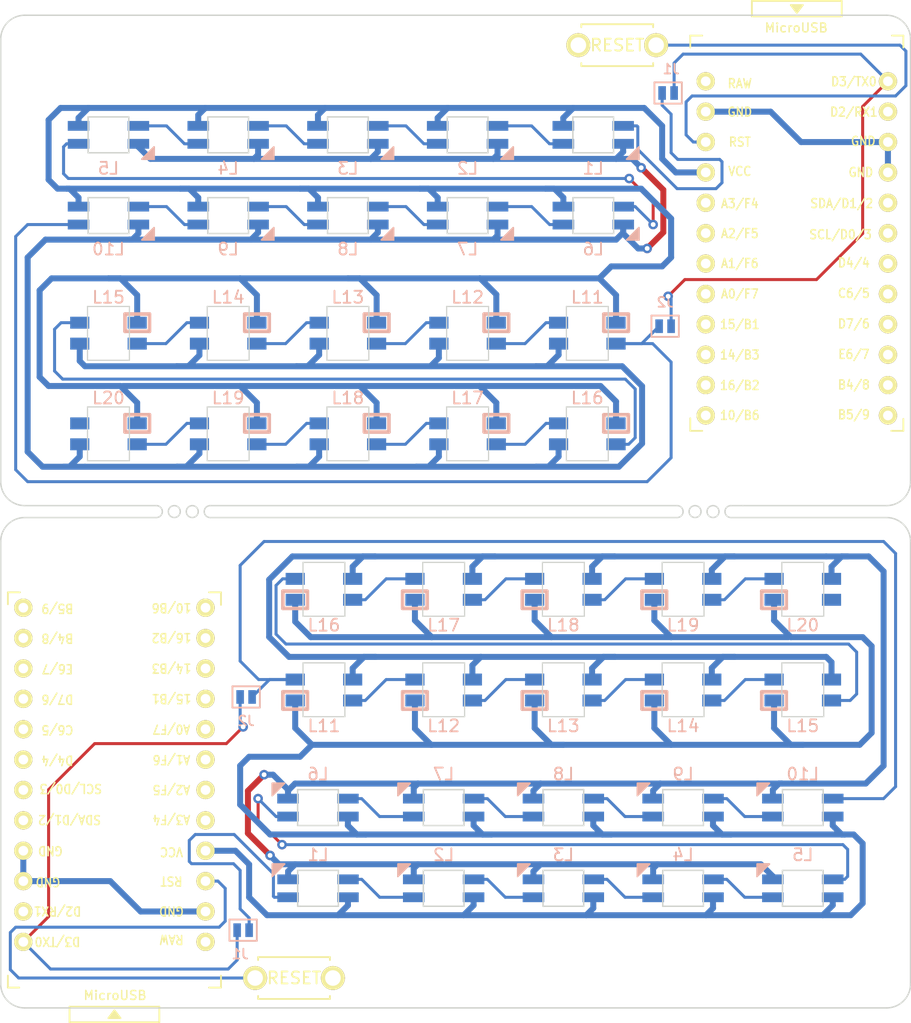
<source format=kicad_pcb>
(kicad_pcb (version 20171130) (host pcbnew 5.1.8)

  (general
    (thickness 1.6)
    (drawings 109)
    (tracks 574)
    (zones 0)
    (modules 48)
    (nets 25)
  )

  (page A4)
  (layers
    (0 F.Cu signal)
    (31 B.Cu signal)
    (32 B.Adhes user)
    (33 F.Adhes user)
    (34 B.Paste user)
    (35 F.Paste user)
    (36 B.SilkS user)
    (37 F.SilkS user)
    (38 B.Mask user)
    (39 F.Mask user)
    (40 Dwgs.User user)
    (41 Cmts.User user)
    (42 Eco1.User user)
    (43 Eco2.User user)
    (44 Edge.Cuts user)
    (45 Margin user)
    (46 B.CrtYd user)
    (47 F.CrtYd user)
    (48 B.Fab user)
    (49 F.Fab user)
  )

  (setup
    (last_trace_width 0.25)
    (trace_clearance 0.2)
    (zone_clearance 0.508)
    (zone_45_only no)
    (trace_min 0.2)
    (via_size 0.8)
    (via_drill 0.4)
    (via_min_size 0.4)
    (via_min_drill 0.3)
    (uvia_size 0.3)
    (uvia_drill 0.1)
    (uvias_allowed no)
    (uvia_min_size 0.2)
    (uvia_min_drill 0.1)
    (edge_width 0.12)
    (segment_width 0.2)
    (pcb_text_width 0.3)
    (pcb_text_size 1.5 1.5)
    (mod_edge_width 0.12)
    (mod_text_size 1 1)
    (mod_text_width 0.15)
    (pad_size 1.524 1.524)
    (pad_drill 0.762)
    (pad_to_mask_clearance 0)
    (aux_axis_origin 0 0)
    (visible_elements FFFFF77F)
    (pcbplotparams
      (layerselection 0x010fc_ffffffff)
      (usegerberextensions false)
      (usegerberattributes true)
      (usegerberadvancedattributes true)
      (creategerberjobfile true)
      (excludeedgelayer true)
      (linewidth 0.100000)
      (plotframeref false)
      (viasonmask false)
      (mode 1)
      (useauxorigin false)
      (hpglpennumber 1)
      (hpglpenspeed 20)
      (hpglpendiameter 15.000000)
      (psnegative false)
      (psa4output false)
      (plotreference true)
      (plotvalue true)
      (plotinvisibletext false)
      (padsonsilk false)
      (subtractmaskfromsilk false)
      (outputformat 1)
      (mirror false)
      (drillshape 1)
      (scaleselection 1)
      (outputdirectory ""))
  )

  (net 0 "")
  (net 1 "Net-(JP1-Pad1)")
  (net 2 "Net-(JP1-Pad2)")
  (net 3 VCC)
  (net 4 "Net-(L1-Pad2)")
  (net 5 GND)
  (net 6 "Net-(L2-Pad2)")
  (net 7 "Net-(L3-Pad2)")
  (net 8 "Net-(L4-Pad2)")
  (net 9 "Net-(L5-Pad2)")
  (net 10 "Net-(L6-Pad2)")
  (net 11 "Net-(L7-Pad2)")
  (net 12 "Net-(L8-Pad2)")
  (net 13 "Net-(L10-Pad4)")
  (net 14 "Net-(L11-Pad1)")
  (net 15 "Net-(L12-Pad1)")
  (net 16 "Net-(L13-Pad1)")
  (net 17 "Net-(L14-Pad1)")
  (net 18 "Net-(L15-Pad1)")
  (net 19 "Net-(L16-Pad1)")
  (net 20 "Net-(L17-Pad1)")
  (net 21 "Net-(L18-Pad1)")
  (net 22 "Net-(L19-Pad1)")
  (net 23 "Net-(SW1-Pad2)")
  (net 24 "Net-(JP2-Pad2)")

  (net_class Default "This is the default net class."
    (clearance 0.2)
    (trace_width 0.25)
    (via_dia 0.8)
    (via_drill 0.4)
    (uvia_dia 0.3)
    (uvia_drill 0.1)
    (add_net "Net-(JP1-Pad1)")
    (add_net "Net-(JP1-Pad2)")
    (add_net "Net-(JP2-Pad2)")
    (add_net "Net-(L1-Pad2)")
    (add_net "Net-(L10-Pad4)")
    (add_net "Net-(L11-Pad1)")
    (add_net "Net-(L12-Pad1)")
    (add_net "Net-(L13-Pad1)")
    (add_net "Net-(L14-Pad1)")
    (add_net "Net-(L15-Pad1)")
    (add_net "Net-(L16-Pad1)")
    (add_net "Net-(L17-Pad1)")
    (add_net "Net-(L18-Pad1)")
    (add_net "Net-(L19-Pad1)")
    (add_net "Net-(L2-Pad2)")
    (add_net "Net-(L3-Pad2)")
    (add_net "Net-(L4-Pad2)")
    (add_net "Net-(L5-Pad2)")
    (add_net "Net-(L6-Pad2)")
    (add_net "Net-(L7-Pad2)")
    (add_net "Net-(L8-Pad2)")
    (add_net "Net-(SW1-Pad2)")
  )

  (net_class power ""
    (clearance 0.2)
    (trace_width 0.5)
    (via_dia 0.8)
    (via_drill 0.4)
    (uvia_dia 0.3)
    (uvia_drill 0.1)
    (add_net GND)
    (add_net VCC)
  )

  (module mikamo3:SK6812MINI_1side (layer F.Cu) (tedit 5F1080FE) (tstamp 5FCD9F3A)
    (at 128 93 180)
    (path /5FCDA968)
    (fp_text reference L17 (at 0 -3) (layer B.SilkS)
      (effects (font (size 1 1) (thickness 0.15)))
    )
    (fp_text value SK6812MINI (at -0.3 2.7) (layer F.Fab) hide
      (effects (font (size 1 1) (thickness 0.15)))
    )
    (fp_line (start 1.38 -1.6) (end 3.43 -1.6) (layer B.SilkS) (width 0.3))
    (fp_line (start 1.38 -0.15) (end 1.38 -1.6) (layer B.SilkS) (width 0.3))
    (fp_line (start 3.43 -0.15) (end 1.38 -0.15) (layer B.SilkS) (width 0.3))
    (fp_line (start 3.43 -1.6) (end 3.43 -0.15) (layer B.SilkS) (width 0.3))
    (fp_line (start 1.75 2.25) (end -1.75 2.25) (layer F.Fab) (width 0.15))
    (fp_line (start -1.75 -2.25) (end 1.75 -2.25) (layer F.Fab) (width 0.15))
    (fp_line (start 1.75 -2.25) (end 1.75 2.25) (layer F.Fab) (width 0.15))
    (fp_line (start -1.75 -2.25) (end -1.75 2.25) (layer F.Fab) (width 0.15))
    (pad 3 smd rect (at 2.4 0.875 180) (size 1.6 1) (layers B.Cu B.Paste B.Mask))
    (pad 4 smd rect (at 2.4 -0.875 180) (size 1.6 1) (layers B.Cu B.Paste B.Mask))
    (pad 1 smd rect (at -2.4 -0.875 180) (size 1.6 1) (layers B.Cu B.Paste B.Mask))
    (pad 2 smd rect (at -2.4 0.875 180) (size 1.6 1) (layers B.Cu B.Paste B.Mask))
  )

  (module swanmatch:Jumper (layer B.Cu) (tedit 5AA80637) (tstamp 5FCD9F1C)
    (at 111.50038 102)
    (path /5FD37633)
    (attr smd)
    (fp_text reference JP2 (at -2.413 -0.127) (layer B.SilkS) hide
      (effects (font (size 0.8128 0.8128) (thickness 0.1524)) (justify mirror))
    )
    (fp_text value J2 (at -0.00038 2) (layer B.SilkS)
      (effects (font (size 0.8128 0.8128) (thickness 0.15)) (justify mirror))
    )
    (fp_line (start -1.143 -0.889) (end -1.143 0.889) (layer B.SilkS) (width 0.15))
    (fp_line (start 1.143 -0.889) (end -1.143 -0.889) (layer B.SilkS) (width 0.15))
    (fp_line (start 1.143 0.889) (end 1.143 -0.889) (layer B.SilkS) (width 0.15))
    (fp_line (start -1.143 0.889) (end 1.143 0.889) (layer B.SilkS) (width 0.15))
    (pad 2 smd rect (at 0.50038 0) (size 0.635 1.143) (layers B.Cu B.Paste B.Mask)
      (clearance 0.1905))
    (pad 1 smd rect (at -0.50038 0) (size 0.635 1.143) (layers B.Cu B.Paste B.Mask)
      (clearance 0.1905))
    (model smd\resistors\R0603.wrl
      (offset (xyz 0 0 0.02539999961853028))
      (scale (xyz 0.5 0.5 0.5))
      (rotate (xyz 0 0 0))
    )
  )

  (module swanmatch:ProMicro_v3.5 (layer F.Cu) (tedit 5CC05BC0) (tstamp 5FCD9EC5)
    (at 100.5 108 180)
    (path /5FCCC8DF)
    (fp_text reference U1 (at 0 -5 270) (layer F.SilkS) hide
      (effects (font (size 1 1) (thickness 0.15)))
    )
    (fp_text value ProMicro (at -0.1 0.05 90) (layer F.Fab) hide
      (effects (font (size 1 1) (thickness 0.15)))
    )
    (fp_line (start 8.9 14.75) (end 7.89 14.75) (layer F.SilkS) (width 0.15))
    (fp_line (start -8.9 14.75) (end -7.9 14.75) (layer F.SilkS) (width 0.15))
    (fp_line (start 8.9 13.75) (end 8.9 14.75) (layer F.SilkS) (width 0.15))
    (fp_line (start -8.9 13.7) (end -8.9 14.75) (layer F.SilkS) (width 0.15))
    (fp_line (start 8.9 -18.3) (end 7.95 -18.3) (layer F.SilkS) (width 0.15))
    (fp_line (start -8.9 -18.3) (end -7.9 -18.3) (layer F.SilkS) (width 0.15))
    (fp_line (start 8.9 -18.3) (end 8.9 -17.3) (layer F.SilkS) (width 0.15))
    (fp_line (start -8.9 -18.3) (end -8.9 -17.3) (layer F.SilkS) (width 0.15))
    (fp_line (start -8.9 14.75) (end -8.9 -18.3) (layer F.Fab) (width 0.15))
    (fp_line (start 8.9 14.75) (end -8.9 14.75) (layer F.Fab) (width 0.15))
    (fp_line (start 8.9 -18.3) (end 8.9 14.75) (layer F.Fab) (width 0.15))
    (fp_line (start -8.9 -18.3) (end -3.75 -18.3) (layer F.Fab) (width 0.15))
    (fp_line (start -3.75 -19.6) (end 3.75 -19.6) (layer F.Fab) (width 0.15))
    (fp_line (start 3.75 -19.6) (end 3.75 -18.3) (layer F.Fab) (width 0.15))
    (fp_line (start -3.75 -19.6) (end -3.75 -18.299039) (layer F.Fab) (width 0.15))
    (fp_line (start -3.75 -18.3) (end 3.75 -18.3) (layer F.Fab) (width 0.15))
    (fp_line (start 3.76 -18.3) (end 8.9 -18.3) (layer F.Fab) (width 0.15))
    (fp_line (start -3.75 -21.2) (end -3.75 -19.9) (layer F.SilkS) (width 0.15))
    (fp_line (start -3.75 -19.9) (end 3.75 -19.9) (layer F.SilkS) (width 0.15))
    (fp_line (start 3.75 -19.9) (end 3.75 -21.2) (layer F.SilkS) (width 0.15))
    (fp_line (start 3.75 -21.2) (end -3.75 -21.2) (layer F.SilkS) (width 0.15))
    (fp_line (start -0.5 -20.85) (end 0.5 -20.85) (layer F.SilkS) (width 0.15))
    (fp_line (start 0.5 -20.85) (end 0 -20.2) (layer F.SilkS) (width 0.15))
    (fp_line (start 0 -20.2) (end -0.5 -20.85) (layer F.SilkS) (width 0.15))
    (fp_line (start -0.35 -20.7) (end 0.35 -20.7) (layer F.SilkS) (width 0.15))
    (fp_line (start -0.25 -20.55) (end 0.25 -20.55) (layer F.SilkS) (width 0.15))
    (fp_line (start -0.15 -20.4) (end 0.15 -20.4) (layer F.SilkS) (width 0.15))
    (fp_text user "" (at -1.2515 -16.256) (layer B.SilkS)
      (effects (font (size 1 1) (thickness 0.15)) (justify mirror))
    )
    (fp_text user "" (at -0.545 -17.4) (layer F.SilkS)
      (effects (font (size 1 1) (thickness 0.15)))
    )
    (fp_text user RAW (at -4.7625 -14.2875 180 unlocked) (layer F.SilkS)
      (effects (font (size 0.75 0.67) (thickness 0.125)))
    )
    (fp_text user GND (at -4.7625 -11.90625 180 unlocked) (layer F.SilkS)
      (effects (font (size 0.75 0.67) (thickness 0.125)))
    )
    (fp_text user RST (at -4.7625 -9.4 180 unlocked) (layer F.SilkS)
      (effects (font (size 0.75 0.67) (thickness 0.125)))
    )
    (fp_text user VCC (at -4.7625 -6.95 180 unlocked) (layer F.SilkS)
      (effects (font (size 0.75 0.67) (thickness 0.125)))
    )
    (fp_text user A3/F4 (at -4.7625 -4.25 180 unlocked) (layer F.SilkS)
      (effects (font (size 0.75 0.67) (thickness 0.125)))
    )
    (fp_text user A2/F5 (at -4.7625 -1.75 180 unlocked) (layer F.SilkS)
      (effects (font (size 0.75 0.67) (thickness 0.125)))
    )
    (fp_text user A1/F6 (at -4.7625 0.75 180 unlocked) (layer F.SilkS)
      (effects (font (size 0.75 0.67) (thickness 0.125)))
    )
    (fp_text user A0/F7 (at -4.7625 3.3 180 unlocked) (layer F.SilkS)
      (effects (font (size 0.75 0.67) (thickness 0.125)))
    )
    (fp_text user 15/B1 (at -4.7625 5.85 180 unlocked) (layer F.SilkS)
      (effects (font (size 0.75 0.67) (thickness 0.125)))
    )
    (fp_text user 14/B3 (at -4.7625 8.4 180 unlocked) (layer F.SilkS)
      (effects (font (size 0.75 0.67) (thickness 0.125)))
    )
    (fp_text user 10/B6 (at -4.7625 13.45 180 unlocked) (layer F.SilkS)
      (effects (font (size 0.75 0.67) (thickness 0.125)))
    )
    (fp_text user 16/B2 (at -4.7625 10.95 180 unlocked) (layer F.SilkS)
      (effects (font (size 0.75 0.67) (thickness 0.125)))
    )
    (fp_text user E6/7 (at 4.7625 8.35 180 unlocked) (layer F.SilkS)
      (effects (font (size 0.75 0.67) (thickness 0.125)))
    )
    (fp_text user D7/6 (at 4.7625 5.8 180 unlocked) (layer F.SilkS)
      (effects (font (size 0.75 0.67) (thickness 0.125)))
    )
    (fp_text user GND (at 5.55 -9.4625 180 unlocked) (layer F.SilkS)
      (effects (font (size 0.75 0.67) (thickness 0.125)))
    )
    (fp_text user GND (at 5.35 -6.8625 180 unlocked) (layer F.SilkS)
      (effects (font (size 0.75 0.67) (thickness 0.125)))
    )
    (fp_text user D3/TX0 (at 4.7625 -14.45 180 unlocked) (layer F.SilkS)
      (effects (font (size 0.75 0.67) (thickness 0.125)))
    )
    (fp_text user D4/4 (at 4.7625 0.7 180 unlocked) (layer F.SilkS)
      (effects (font (size 0.75 0.67) (thickness 0.125)))
    )
    (fp_text user SDA/D1/2 (at 3.75 -4.2625 180 unlocked) (layer F.SilkS)
      (effects (font (size 0.75 0.67) (thickness 0.125)))
    )
    (fp_text user SCL/D0/3 (at 3.65 -1.6625 180 unlocked) (layer F.SilkS)
      (effects (font (size 0.75 0.67) (thickness 0.125)))
    )
    (fp_text user C6/5 (at 4.7625 3.25 180 unlocked) (layer F.SilkS)
      (effects (font (size 0.75 0.67) (thickness 0.125)))
    )
    (fp_text user B5/9 (at 4.7625 13.4 180 unlocked) (layer F.SilkS)
      (effects (font (size 0.75 0.67) (thickness 0.125)))
    )
    (fp_text user D2/RX1 (at 4.7625 -11.90625 180 unlocked) (layer F.SilkS)
      (effects (font (size 0.75 0.67) (thickness 0.125)))
    )
    (fp_text user B4/8 (at 4.7625 10.9 180 unlocked) (layer F.SilkS)
      (effects (font (size 0.75 0.67) (thickness 0.125)))
    )
    (fp_text user MicroUSB (at -0.05 -18.95) (layer F.SilkS)
      (effects (font (size 0.75 0.75) (thickness 0.12)))
    )
    (pad 24 thru_hole circle (at -7.6086 -14.478 180) (size 1.524 1.524) (drill 0.8128) (layers *.Cu F.SilkS B.Mask))
    (pad 23 thru_hole circle (at -7.6086 -11.938 180) (size 1.524 1.524) (drill 0.8128) (layers *.Cu F.SilkS B.Mask))
    (pad 22 thru_hole circle (at -7.6086 -9.398 180) (size 1.524 1.524) (drill 0.8128) (layers *.Cu F.SilkS B.Mask))
    (pad 21 thru_hole circle (at -7.6086 -6.858 180) (size 1.524 1.524) (drill 0.8128) (layers *.Cu F.SilkS B.Mask))
    (pad 20 thru_hole circle (at -7.6086 -4.318 180) (size 1.524 1.524) (drill 0.8128) (layers *.Cu F.SilkS B.Mask))
    (pad 19 thru_hole circle (at -7.6086 -1.778 180) (size 1.524 1.524) (drill 0.8128) (layers *.Cu F.SilkS B.Mask))
    (pad 18 thru_hole circle (at -7.6086 0.762 180) (size 1.524 1.524) (drill 0.8128) (layers *.Cu F.SilkS B.Mask))
    (pad 17 thru_hole circle (at -7.6086 3.302 180) (size 1.524 1.524) (drill 0.8128) (layers *.Cu F.SilkS B.Mask))
    (pad 16 thru_hole circle (at -7.6086 5.842 180) (size 1.524 1.524) (drill 0.8128) (layers *.Cu F.SilkS B.Mask))
    (pad 15 thru_hole circle (at -7.6086 8.382 180) (size 1.524 1.524) (drill 0.8128) (layers *.Cu F.SilkS B.Mask))
    (pad 14 thru_hole circle (at -7.6086 10.922 180) (size 1.524 1.524) (drill 0.8128) (layers *.Cu F.SilkS B.Mask))
    (pad 13 thru_hole circle (at -7.6086 13.462 180) (size 1.524 1.524) (drill 0.8128) (layers *.Cu F.SilkS B.Mask))
    (pad 12 thru_hole circle (at 7.6114 13.462 180) (size 1.524 1.524) (drill 0.8128) (layers *.Cu F.SilkS B.Mask))
    (pad 11 thru_hole circle (at 7.6114 10.922 180) (size 1.524 1.524) (drill 0.8128) (layers *.Cu F.SilkS B.Mask))
    (pad 10 thru_hole circle (at 7.6114 8.382 180) (size 1.524 1.524) (drill 0.8128) (layers *.Cu F.SilkS B.Mask))
    (pad 9 thru_hole circle (at 7.6114 5.842 180) (size 1.524 1.524) (drill 0.8128) (layers *.Cu F.SilkS B.Mask))
    (pad 8 thru_hole circle (at 7.6114 3.302 180) (size 1.524 1.524) (drill 0.8128) (layers *.Cu F.SilkS B.Mask))
    (pad 7 thru_hole circle (at 7.6114 0.762 180) (size 1.524 1.524) (drill 0.8128) (layers *.Cu F.SilkS B.Mask))
    (pad 6 thru_hole circle (at 7.6114 -1.778 180) (size 1.524 1.524) (drill 0.8128) (layers *.Cu F.SilkS B.Mask))
    (pad 5 thru_hole circle (at 7.6114 -4.318 180) (size 1.524 1.524) (drill 0.8128) (layers *.Cu F.SilkS B.Mask))
    (pad 4 thru_hole circle (at 7.6114 -6.858 180) (size 1.524 1.524) (drill 0.8128) (layers *.Cu F.SilkS B.Mask))
    (pad 3 thru_hole circle (at 7.6114 -9.398 180) (size 1.524 1.524) (drill 0.8128) (layers *.Cu F.SilkS B.Mask))
    (pad 2 thru_hole circle (at 7.6114 -11.938 180) (size 1.524 1.524) (drill 0.8128) (layers *.Cu F.SilkS B.Mask))
    (pad 1 thru_hole circle (at 7.6114 -14.478 180) (size 1.524 1.524) (drill 0.8128) (layers *.Cu F.SilkS B.Mask))
  )

  (module mikamo3:SK6812MINI_1side (layer F.Cu) (tedit 5F1080FE) (tstamp 5FCD9EB6)
    (at 118 101.41875 180)
    (path /5FCCD373)
    (fp_text reference L11 (at 0 -3) (layer B.SilkS)
      (effects (font (size 1 1) (thickness 0.15)))
    )
    (fp_text value SK6812MINI (at -0.3 2.7) (layer F.Fab) hide
      (effects (font (size 1 1) (thickness 0.15)))
    )
    (fp_line (start 1.38 -1.6) (end 3.43 -1.6) (layer B.SilkS) (width 0.3))
    (fp_line (start 1.38 -0.15) (end 1.38 -1.6) (layer B.SilkS) (width 0.3))
    (fp_line (start 3.43 -0.15) (end 1.38 -0.15) (layer B.SilkS) (width 0.3))
    (fp_line (start 3.43 -1.6) (end 3.43 -0.15) (layer B.SilkS) (width 0.3))
    (fp_line (start 1.75 2.25) (end -1.75 2.25) (layer F.Fab) (width 0.15))
    (fp_line (start -1.75 -2.25) (end 1.75 -2.25) (layer F.Fab) (width 0.15))
    (fp_line (start 1.75 -2.25) (end 1.75 2.25) (layer F.Fab) (width 0.15))
    (fp_line (start -1.75 -2.25) (end -1.75 2.25) (layer F.Fab) (width 0.15))
    (pad 3 smd rect (at 2.4 0.875 180) (size 1.6 1) (layers B.Cu B.Paste B.Mask))
    (pad 4 smd rect (at 2.4 -0.875 180) (size 1.6 1) (layers B.Cu B.Paste B.Mask))
    (pad 1 smd rect (at -2.4 -0.875 180) (size 1.6 1) (layers B.Cu B.Paste B.Mask))
    (pad 2 smd rect (at -2.4 0.875 180) (size 1.6 1) (layers B.Cu B.Paste B.Mask))
  )

  (module swanmatch:YS-SK6812MINI-E (layer B.Cu) (tedit 5E5E2B23) (tstamp 5FCD9E9C)
    (at 138 111.25)
    (path /5FD2643A)
    (fp_text reference L8 (at 0 -2.8) (layer B.SilkS)
      (effects (font (size 1 1) (thickness 0.15)) (justify mirror))
    )
    (fp_text value SK6812MINI-E (at 0 -4.2) (layer B.Fab)
      (effects (font (size 1 1) (thickness 0.15)) (justify mirror))
    )
    (fp_line (start 3.5 1.5) (end -3.5 1.5) (layer B.CrtYd) (width 0.12))
    (fp_line (start 3.5 -1.5) (end 3.5 1.5) (layer B.CrtYd) (width 0.12))
    (fp_line (start -3.5 -1.5) (end 3.5 -1.5) (layer B.CrtYd) (width 0.12))
    (fp_line (start -3.5 1.5) (end -3.5 -1.5) (layer B.CrtYd) (width 0.12))
    (fp_line (start 1.7 1.5) (end -1.7 1.5) (layer Edge.Cuts) (width 0.12))
    (fp_line (start 1.7 -1.5) (end 1.7 1.5) (layer Edge.Cuts) (width 0.12))
    (fp_line (start -1.7 -1.5) (end 1.7 -1.5) (layer Edge.Cuts) (width 0.12))
    (fp_line (start -1.7 1.5) (end -1.7 -1.5) (layer Edge.Cuts) (width 0.12))
    (fp_poly (pts (xy -3.81 -1.016) (xy -2.794 -2.032) (xy -3.81 -2.032)) (layer B.SilkS) (width 0.15))
    (fp_text user G (at -4 -0.75) (layer Dwgs.User)
      (effects (font (size 1 1) (thickness 0.15)))
    )
    (fp_text user I (at -4 0.75) (layer Dwgs.User)
      (effects (font (size 1 1) (thickness 0.15)))
    )
    (fp_text user O (at 4 -0.75) (layer Dwgs.User)
      (effects (font (size 1 1) (thickness 0.15)))
    )
    (fp_text user V (at 4 0.75) (layer Dwgs.User)
      (effects (font (size 1 1) (thickness 0.15)))
    )
    (pad 1 smd rect (at 2.5 0.75) (size 1.8 0.82) (layers B.Cu B.Paste B.Mask))
    (pad 2 smd rect (at 2.5 -0.75) (size 1.8 0.82) (layers B.Cu B.Paste B.Mask))
    (pad 3 smd rect (at -2.5 -0.75) (size 1.8 0.82) (layers B.Cu B.Paste B.Mask))
    (pad 4 smd rect (at -2.5 0.75) (size 1.8 0.82) (layers B.Cu B.Paste B.Mask))
  )

  (module mikamo3:SK6812MINI_1side (layer F.Cu) (tedit 5F1080FE) (tstamp 5FCD9E77)
    (at 148 101.41875 180)
    (path /5FCD8E63)
    (fp_text reference L14 (at 0 -3) (layer B.SilkS)
      (effects (font (size 1 1) (thickness 0.15)))
    )
    (fp_text value SK6812MINI (at -0.3 2.7) (layer F.Fab) hide
      (effects (font (size 1 1) (thickness 0.15)))
    )
    (fp_line (start -1.75 -2.25) (end -1.75 2.25) (layer F.Fab) (width 0.15))
    (fp_line (start 1.75 -2.25) (end 1.75 2.25) (layer F.Fab) (width 0.15))
    (fp_line (start -1.75 -2.25) (end 1.75 -2.25) (layer F.Fab) (width 0.15))
    (fp_line (start 1.75 2.25) (end -1.75 2.25) (layer F.Fab) (width 0.15))
    (fp_line (start 3.43 -1.6) (end 3.43 -0.15) (layer B.SilkS) (width 0.3))
    (fp_line (start 3.43 -0.15) (end 1.38 -0.15) (layer B.SilkS) (width 0.3))
    (fp_line (start 1.38 -0.15) (end 1.38 -1.6) (layer B.SilkS) (width 0.3))
    (fp_line (start 1.38 -1.6) (end 3.43 -1.6) (layer B.SilkS) (width 0.3))
    (pad 2 smd rect (at -2.4 0.875 180) (size 1.6 1) (layers B.Cu B.Paste B.Mask))
    (pad 1 smd rect (at -2.4 -0.875 180) (size 1.6 1) (layers B.Cu B.Paste B.Mask))
    (pad 4 smd rect (at 2.4 -0.875 180) (size 1.6 1) (layers B.Cu B.Paste B.Mask))
    (pad 3 smd rect (at 2.4 0.875 180) (size 1.6 1) (layers B.Cu B.Paste B.Mask))
  )

  (module mikamo3:SK6812MINI_1side (layer F.Cu) (tedit 5F1080FE) (tstamp 5FCD9E4D)
    (at 138 101.41875 180)
    (path /5FCD8E5D)
    (fp_text reference L13 (at 0 -3) (layer B.SilkS)
      (effects (font (size 1 1) (thickness 0.15)))
    )
    (fp_text value SK6812MINI (at -0.3 2.7) (layer F.Fab) hide
      (effects (font (size 1 1) (thickness 0.15)))
    )
    (fp_line (start 1.38 -1.6) (end 3.43 -1.6) (layer B.SilkS) (width 0.3))
    (fp_line (start 1.38 -0.15) (end 1.38 -1.6) (layer B.SilkS) (width 0.3))
    (fp_line (start 3.43 -0.15) (end 1.38 -0.15) (layer B.SilkS) (width 0.3))
    (fp_line (start 3.43 -1.6) (end 3.43 -0.15) (layer B.SilkS) (width 0.3))
    (fp_line (start 1.75 2.25) (end -1.75 2.25) (layer F.Fab) (width 0.15))
    (fp_line (start -1.75 -2.25) (end 1.75 -2.25) (layer F.Fab) (width 0.15))
    (fp_line (start 1.75 -2.25) (end 1.75 2.25) (layer F.Fab) (width 0.15))
    (fp_line (start -1.75 -2.25) (end -1.75 2.25) (layer F.Fab) (width 0.15))
    (pad 3 smd rect (at 2.4 0.875 180) (size 1.6 1) (layers B.Cu B.Paste B.Mask))
    (pad 4 smd rect (at 2.4 -0.875 180) (size 1.6 1) (layers B.Cu B.Paste B.Mask))
    (pad 1 smd rect (at -2.4 -0.875 180) (size 1.6 1) (layers B.Cu B.Paste B.Mask))
    (pad 2 smd rect (at -2.4 0.875 180) (size 1.6 1) (layers B.Cu B.Paste B.Mask))
  )

  (module mikamo3:SK6812MINI_1side (layer F.Cu) (tedit 5F1080FE) (tstamp 5FCD9E26)
    (at 158 93 180)
    (path /5FCDA983)
    (fp_text reference L20 (at 0 -3) (layer B.SilkS)
      (effects (font (size 1 1) (thickness 0.15)))
    )
    (fp_text value SK6812MINI (at -0.3 2.7) (layer F.Fab) hide
      (effects (font (size 1 1) (thickness 0.15)))
    )
    (fp_line (start -1.75 -2.25) (end -1.75 2.25) (layer F.Fab) (width 0.15))
    (fp_line (start 1.75 -2.25) (end 1.75 2.25) (layer F.Fab) (width 0.15))
    (fp_line (start -1.75 -2.25) (end 1.75 -2.25) (layer F.Fab) (width 0.15))
    (fp_line (start 1.75 2.25) (end -1.75 2.25) (layer F.Fab) (width 0.15))
    (fp_line (start 3.43 -1.6) (end 3.43 -0.15) (layer B.SilkS) (width 0.3))
    (fp_line (start 3.43 -0.15) (end 1.38 -0.15) (layer B.SilkS) (width 0.3))
    (fp_line (start 1.38 -0.15) (end 1.38 -1.6) (layer B.SilkS) (width 0.3))
    (fp_line (start 1.38 -1.6) (end 3.43 -1.6) (layer B.SilkS) (width 0.3))
    (pad 2 smd rect (at -2.4 0.875 180) (size 1.6 1) (layers B.Cu B.Paste B.Mask))
    (pad 1 smd rect (at -2.4 -0.875 180) (size 1.6 1) (layers B.Cu B.Paste B.Mask))
    (pad 4 smd rect (at 2.4 -0.875 180) (size 1.6 1) (layers B.Cu B.Paste B.Mask))
    (pad 3 smd rect (at 2.4 0.875 180) (size 1.6 1) (layers B.Cu B.Paste B.Mask))
  )

  (module mikamo3:SK6812MINI_1side (layer F.Cu) (tedit 5F1080FE) (tstamp 5FCD9E02)
    (at 128 101.41875 180)
    (path /5FCCD71F)
    (fp_text reference L12 (at 0 -3) (layer B.SilkS)
      (effects (font (size 1 1) (thickness 0.15)))
    )
    (fp_text value SK6812MINI (at -0.3 2.7) (layer F.Fab) hide
      (effects (font (size 1 1) (thickness 0.15)))
    )
    (fp_line (start -1.75 -2.25) (end -1.75 2.25) (layer F.Fab) (width 0.15))
    (fp_line (start 1.75 -2.25) (end 1.75 2.25) (layer F.Fab) (width 0.15))
    (fp_line (start -1.75 -2.25) (end 1.75 -2.25) (layer F.Fab) (width 0.15))
    (fp_line (start 1.75 2.25) (end -1.75 2.25) (layer F.Fab) (width 0.15))
    (fp_line (start 3.43 -1.6) (end 3.43 -0.15) (layer B.SilkS) (width 0.3))
    (fp_line (start 3.43 -0.15) (end 1.38 -0.15) (layer B.SilkS) (width 0.3))
    (fp_line (start 1.38 -0.15) (end 1.38 -1.6) (layer B.SilkS) (width 0.3))
    (fp_line (start 1.38 -1.6) (end 3.43 -1.6) (layer B.SilkS) (width 0.3))
    (pad 2 smd rect (at -2.4 0.875 180) (size 1.6 1) (layers B.Cu B.Paste B.Mask))
    (pad 1 smd rect (at -2.4 -0.875 180) (size 1.6 1) (layers B.Cu B.Paste B.Mask))
    (pad 4 smd rect (at 2.4 -0.875 180) (size 1.6 1) (layers B.Cu B.Paste B.Mask))
    (pad 3 smd rect (at 2.4 0.875 180) (size 1.6 1) (layers B.Cu B.Paste B.Mask))
  )

  (module swanmatch:YS-SK6812MINI-E (layer B.Cu) (tedit 5E5E2B23) (tstamp 5FCD9DEA)
    (at 128 118)
    (path /5FD1FEE9)
    (fp_text reference L2 (at 0 -2.8) (layer B.SilkS)
      (effects (font (size 1 1) (thickness 0.15)) (justify mirror))
    )
    (fp_text value SK6812MINI-E (at 0 -4.2) (layer B.Fab)
      (effects (font (size 1 1) (thickness 0.15)) (justify mirror))
    )
    (fp_line (start 3.5 1.5) (end -3.5 1.5) (layer B.CrtYd) (width 0.12))
    (fp_line (start 3.5 -1.5) (end 3.5 1.5) (layer B.CrtYd) (width 0.12))
    (fp_line (start -3.5 -1.5) (end 3.5 -1.5) (layer B.CrtYd) (width 0.12))
    (fp_line (start -3.5 1.5) (end -3.5 -1.5) (layer B.CrtYd) (width 0.12))
    (fp_line (start 1.7 1.5) (end -1.7 1.5) (layer Edge.Cuts) (width 0.12))
    (fp_line (start 1.7 -1.5) (end 1.7 1.5) (layer Edge.Cuts) (width 0.12))
    (fp_line (start -1.7 -1.5) (end 1.7 -1.5) (layer Edge.Cuts) (width 0.12))
    (fp_line (start -1.7 1.5) (end -1.7 -1.5) (layer Edge.Cuts) (width 0.12))
    (fp_poly (pts (xy -3.81 -1.016) (xy -2.794 -2.032) (xy -3.81 -2.032)) (layer B.SilkS) (width 0.15))
    (fp_text user G (at -4 -0.75) (layer Dwgs.User)
      (effects (font (size 1 1) (thickness 0.15)))
    )
    (fp_text user I (at -4 0.75) (layer Dwgs.User)
      (effects (font (size 1 1) (thickness 0.15)))
    )
    (fp_text user O (at 4 -0.75) (layer Dwgs.User)
      (effects (font (size 1 1) (thickness 0.15)))
    )
    (fp_text user V (at 4 0.75) (layer Dwgs.User)
      (effects (font (size 1 1) (thickness 0.15)))
    )
    (pad 1 smd rect (at 2.5 0.75) (size 1.8 0.82) (layers B.Cu B.Paste B.Mask))
    (pad 2 smd rect (at 2.5 -0.75) (size 1.8 0.82) (layers B.Cu B.Paste B.Mask))
    (pad 3 smd rect (at -2.5 -0.75) (size 1.8 0.82) (layers B.Cu B.Paste B.Mask))
    (pad 4 smd rect (at -2.5 0.75) (size 1.8 0.82) (layers B.Cu B.Paste B.Mask))
  )

  (module swanmatch:YS-SK6812MINI-E (layer B.Cu) (tedit 5E5E2B23) (tstamp 5FCD9D86)
    (at 158 118)
    (path /5FD26425)
    (fp_text reference L5 (at 0 -2.8) (layer B.SilkS)
      (effects (font (size 1 1) (thickness 0.15)) (justify mirror))
    )
    (fp_text value SK6812MINI-E (at 0 -4.2) (layer B.Fab)
      (effects (font (size 1 1) (thickness 0.15)) (justify mirror))
    )
    (fp_poly (pts (xy -3.81 -1.016) (xy -2.794 -2.032) (xy -3.81 -2.032)) (layer B.SilkS) (width 0.15))
    (fp_line (start -1.7 1.5) (end -1.7 -1.5) (layer Edge.Cuts) (width 0.12))
    (fp_line (start -1.7 -1.5) (end 1.7 -1.5) (layer Edge.Cuts) (width 0.12))
    (fp_line (start 1.7 -1.5) (end 1.7 1.5) (layer Edge.Cuts) (width 0.12))
    (fp_line (start 1.7 1.5) (end -1.7 1.5) (layer Edge.Cuts) (width 0.12))
    (fp_line (start -3.5 1.5) (end -3.5 -1.5) (layer B.CrtYd) (width 0.12))
    (fp_line (start -3.5 -1.5) (end 3.5 -1.5) (layer B.CrtYd) (width 0.12))
    (fp_line (start 3.5 -1.5) (end 3.5 1.5) (layer B.CrtYd) (width 0.12))
    (fp_line (start 3.5 1.5) (end -3.5 1.5) (layer B.CrtYd) (width 0.12))
    (fp_text user V (at 4 0.75) (layer Dwgs.User)
      (effects (font (size 1 1) (thickness 0.15)))
    )
    (fp_text user O (at 4 -0.75) (layer Dwgs.User)
      (effects (font (size 1 1) (thickness 0.15)))
    )
    (fp_text user I (at -4 0.75) (layer Dwgs.User)
      (effects (font (size 1 1) (thickness 0.15)))
    )
    (fp_text user G (at -4 -0.75) (layer Dwgs.User)
      (effects (font (size 1 1) (thickness 0.15)))
    )
    (pad 4 smd rect (at -2.5 0.75) (size 1.8 0.82) (layers B.Cu B.Paste B.Mask))
    (pad 3 smd rect (at -2.5 -0.75) (size 1.8 0.82) (layers B.Cu B.Paste B.Mask))
    (pad 2 smd rect (at 2.5 -0.75) (size 1.8 0.82) (layers B.Cu B.Paste B.Mask))
    (pad 1 smd rect (at 2.5 0.75) (size 1.8 0.82) (layers B.Cu B.Paste B.Mask))
  )

  (module mikamo3:SK6812MINI_1side (layer F.Cu) (tedit 5F1080FE) (tstamp 5FCD9D77)
    (at 148 93 180)
    (path /5FCDA977)
    (fp_text reference L19 (at 0 -3) (layer B.SilkS)
      (effects (font (size 1 1) (thickness 0.15)))
    )
    (fp_text value SK6812MINI (at -0.3 2.7) (layer F.Fab) hide
      (effects (font (size 1 1) (thickness 0.15)))
    )
    (fp_line (start 1.38 -1.6) (end 3.43 -1.6) (layer B.SilkS) (width 0.3))
    (fp_line (start 1.38 -0.15) (end 1.38 -1.6) (layer B.SilkS) (width 0.3))
    (fp_line (start 3.43 -0.15) (end 1.38 -0.15) (layer B.SilkS) (width 0.3))
    (fp_line (start 3.43 -1.6) (end 3.43 -0.15) (layer B.SilkS) (width 0.3))
    (fp_line (start 1.75 2.25) (end -1.75 2.25) (layer F.Fab) (width 0.15))
    (fp_line (start -1.75 -2.25) (end 1.75 -2.25) (layer F.Fab) (width 0.15))
    (fp_line (start 1.75 -2.25) (end 1.75 2.25) (layer F.Fab) (width 0.15))
    (fp_line (start -1.75 -2.25) (end -1.75 2.25) (layer F.Fab) (width 0.15))
    (pad 3 smd rect (at 2.4 0.875 180) (size 1.6 1) (layers B.Cu B.Paste B.Mask))
    (pad 4 smd rect (at 2.4 -0.875 180) (size 1.6 1) (layers B.Cu B.Paste B.Mask))
    (pad 1 smd rect (at -2.4 -0.875 180) (size 1.6 1) (layers B.Cu B.Paste B.Mask))
    (pad 2 smd rect (at -2.4 0.875 180) (size 1.6 1) (layers B.Cu B.Paste B.Mask))
  )

  (module mikamo3:SK6812MINI_1side (layer F.Cu) (tedit 5F1080FE) (tstamp 5FCD9D5F)
    (at 138 93 180)
    (path /5FCDA971)
    (fp_text reference L18 (at 0 -3) (layer B.SilkS)
      (effects (font (size 1 1) (thickness 0.15)))
    )
    (fp_text value SK6812MINI (at -0.3 2.7) (layer F.Fab) hide
      (effects (font (size 1 1) (thickness 0.15)))
    )
    (fp_line (start -1.75 -2.25) (end -1.75 2.25) (layer F.Fab) (width 0.15))
    (fp_line (start 1.75 -2.25) (end 1.75 2.25) (layer F.Fab) (width 0.15))
    (fp_line (start -1.75 -2.25) (end 1.75 -2.25) (layer F.Fab) (width 0.15))
    (fp_line (start 1.75 2.25) (end -1.75 2.25) (layer F.Fab) (width 0.15))
    (fp_line (start 3.43 -1.6) (end 3.43 -0.15) (layer B.SilkS) (width 0.3))
    (fp_line (start 3.43 -0.15) (end 1.38 -0.15) (layer B.SilkS) (width 0.3))
    (fp_line (start 1.38 -0.15) (end 1.38 -1.6) (layer B.SilkS) (width 0.3))
    (fp_line (start 1.38 -1.6) (end 3.43 -1.6) (layer B.SilkS) (width 0.3))
    (pad 2 smd rect (at -2.4 0.875 180) (size 1.6 1) (layers B.Cu B.Paste B.Mask))
    (pad 1 smd rect (at -2.4 -0.875 180) (size 1.6 1) (layers B.Cu B.Paste B.Mask))
    (pad 4 smd rect (at 2.4 -0.875 180) (size 1.6 1) (layers B.Cu B.Paste B.Mask))
    (pad 3 smd rect (at 2.4 0.875 180) (size 1.6 1) (layers B.Cu B.Paste B.Mask))
  )

  (module swanmatch:YS-SK6812MINI-E (layer B.Cu) (tedit 5E5E2B23) (tstamp 5FCD9D4B)
    (at 148 118)
    (path /5FD222AC)
    (fp_text reference L4 (at 0 -2.8) (layer B.SilkS)
      (effects (font (size 1 1) (thickness 0.15)) (justify mirror))
    )
    (fp_text value SK6812MINI-E (at 0 -4.2) (layer B.Fab)
      (effects (font (size 1 1) (thickness 0.15)) (justify mirror))
    )
    (fp_line (start 3.5 1.5) (end -3.5 1.5) (layer B.CrtYd) (width 0.12))
    (fp_line (start 3.5 -1.5) (end 3.5 1.5) (layer B.CrtYd) (width 0.12))
    (fp_line (start -3.5 -1.5) (end 3.5 -1.5) (layer B.CrtYd) (width 0.12))
    (fp_line (start -3.5 1.5) (end -3.5 -1.5) (layer B.CrtYd) (width 0.12))
    (fp_line (start 1.7 1.5) (end -1.7 1.5) (layer Edge.Cuts) (width 0.12))
    (fp_line (start 1.7 -1.5) (end 1.7 1.5) (layer Edge.Cuts) (width 0.12))
    (fp_line (start -1.7 -1.5) (end 1.7 -1.5) (layer Edge.Cuts) (width 0.12))
    (fp_line (start -1.7 1.5) (end -1.7 -1.5) (layer Edge.Cuts) (width 0.12))
    (fp_poly (pts (xy -3.81 -1.016) (xy -2.794 -2.032) (xy -3.81 -2.032)) (layer B.SilkS) (width 0.15))
    (fp_text user G (at -4 -0.75) (layer Dwgs.User)
      (effects (font (size 1 1) (thickness 0.15)))
    )
    (fp_text user I (at -4 0.75) (layer Dwgs.User)
      (effects (font (size 1 1) (thickness 0.15)))
    )
    (fp_text user O (at 4 -0.75) (layer Dwgs.User)
      (effects (font (size 1 1) (thickness 0.15)))
    )
    (fp_text user V (at 4 0.75) (layer Dwgs.User)
      (effects (font (size 1 1) (thickness 0.15)))
    )
    (pad 1 smd rect (at 2.5 0.75) (size 1.8 0.82) (layers B.Cu B.Paste B.Mask))
    (pad 2 smd rect (at 2.5 -0.75) (size 1.8 0.82) (layers B.Cu B.Paste B.Mask))
    (pad 3 smd rect (at -2.5 -0.75) (size 1.8 0.82) (layers B.Cu B.Paste B.Mask))
    (pad 4 smd rect (at -2.5 0.75) (size 1.8 0.82) (layers B.Cu B.Paste B.Mask))
  )

  (module swanmatch:YS-SK6812MINI-E (layer B.Cu) (tedit 5E5E2B23) (tstamp 5FCD9D35)
    (at 148 111.25)
    (path /5FD2C06D)
    (fp_text reference L9 (at 0 -2.8) (layer B.SilkS)
      (effects (font (size 1 1) (thickness 0.15)) (justify mirror))
    )
    (fp_text value SK6812MINI-E (at 0 -4.2) (layer B.Fab)
      (effects (font (size 1 1) (thickness 0.15)) (justify mirror))
    )
    (fp_poly (pts (xy -3.81 -1.016) (xy -2.794 -2.032) (xy -3.81 -2.032)) (layer B.SilkS) (width 0.15))
    (fp_line (start -1.7 1.5) (end -1.7 -1.5) (layer Edge.Cuts) (width 0.12))
    (fp_line (start -1.7 -1.5) (end 1.7 -1.5) (layer Edge.Cuts) (width 0.12))
    (fp_line (start 1.7 -1.5) (end 1.7 1.5) (layer Edge.Cuts) (width 0.12))
    (fp_line (start 1.7 1.5) (end -1.7 1.5) (layer Edge.Cuts) (width 0.12))
    (fp_line (start -3.5 1.5) (end -3.5 -1.5) (layer B.CrtYd) (width 0.12))
    (fp_line (start -3.5 -1.5) (end 3.5 -1.5) (layer B.CrtYd) (width 0.12))
    (fp_line (start 3.5 -1.5) (end 3.5 1.5) (layer B.CrtYd) (width 0.12))
    (fp_line (start 3.5 1.5) (end -3.5 1.5) (layer B.CrtYd) (width 0.12))
    (fp_text user V (at 4 0.75) (layer Dwgs.User)
      (effects (font (size 1 1) (thickness 0.15)))
    )
    (fp_text user O (at 4 -0.75) (layer Dwgs.User)
      (effects (font (size 1 1) (thickness 0.15)))
    )
    (fp_text user I (at -4 0.75) (layer Dwgs.User)
      (effects (font (size 1 1) (thickness 0.15)))
    )
    (fp_text user G (at -4 -0.75) (layer Dwgs.User)
      (effects (font (size 1 1) (thickness 0.15)))
    )
    (pad 4 smd rect (at -2.5 0.75) (size 1.8 0.82) (layers B.Cu B.Paste B.Mask))
    (pad 3 smd rect (at -2.5 -0.75) (size 1.8 0.82) (layers B.Cu B.Paste B.Mask))
    (pad 2 smd rect (at 2.5 -0.75) (size 1.8 0.82) (layers B.Cu B.Paste B.Mask))
    (pad 1 smd rect (at 2.5 0.75) (size 1.8 0.82) (layers B.Cu B.Paste B.Mask))
  )

  (module swanmatch:YS-SK6812MINI-E (layer B.Cu) (tedit 5E5E2B23) (tstamp 5FCD9D20)
    (at 117.50625 118)
    (path /5FCE9D67)
    (fp_text reference L1 (at 0 -2.8) (layer B.SilkS)
      (effects (font (size 1 1) (thickness 0.15)) (justify mirror))
    )
    (fp_text value SK6812MINI-E (at 0 -4.2) (layer B.Fab)
      (effects (font (size 1 1) (thickness 0.15)) (justify mirror))
    )
    (fp_poly (pts (xy -3.81 -1.016) (xy -2.794 -2.032) (xy -3.81 -2.032)) (layer B.SilkS) (width 0.15))
    (fp_line (start -1.7 1.5) (end -1.7 -1.5) (layer Edge.Cuts) (width 0.12))
    (fp_line (start -1.7 -1.5) (end 1.7 -1.5) (layer Edge.Cuts) (width 0.12))
    (fp_line (start 1.7 -1.5) (end 1.7 1.5) (layer Edge.Cuts) (width 0.12))
    (fp_line (start 1.7 1.5) (end -1.7 1.5) (layer Edge.Cuts) (width 0.12))
    (fp_line (start -3.5 1.5) (end -3.5 -1.5) (layer B.CrtYd) (width 0.12))
    (fp_line (start -3.5 -1.5) (end 3.5 -1.5) (layer B.CrtYd) (width 0.12))
    (fp_line (start 3.5 -1.5) (end 3.5 1.5) (layer B.CrtYd) (width 0.12))
    (fp_line (start 3.5 1.5) (end -3.5 1.5) (layer B.CrtYd) (width 0.12))
    (fp_text user V (at 4 0.75) (layer Dwgs.User)
      (effects (font (size 1 1) (thickness 0.15)))
    )
    (fp_text user O (at 4 -0.75) (layer Dwgs.User)
      (effects (font (size 1 1) (thickness 0.15)))
    )
    (fp_text user I (at -4 0.75) (layer Dwgs.User)
      (effects (font (size 1 1) (thickness 0.15)))
    )
    (fp_text user G (at -4 -0.75) (layer Dwgs.User)
      (effects (font (size 1 1) (thickness 0.15)))
    )
    (pad 4 smd rect (at -2.5 0.75) (size 1.8 0.82) (layers B.Cu B.Paste B.Mask))
    (pad 3 smd rect (at -2.5 -0.75) (size 1.8 0.82) (layers B.Cu B.Paste B.Mask))
    (pad 2 smd rect (at 2.5 -0.75) (size 1.8 0.82) (layers B.Cu B.Paste B.Mask))
    (pad 1 smd rect (at 2.5 0.75) (size 1.8 0.82) (layers B.Cu B.Paste B.Mask))
  )

  (module swanmatch:YS-SK6812MINI-E (layer B.Cu) (tedit 5E5E2B23) (tstamp 5FCD9CFE)
    (at 138 118)
    (path /5FD222A6)
    (fp_text reference L3 (at 0 -2.8) (layer B.SilkS)
      (effects (font (size 1 1) (thickness 0.15)) (justify mirror))
    )
    (fp_text value SK6812MINI-E (at 0 -4.2) (layer B.Fab)
      (effects (font (size 1 1) (thickness 0.15)) (justify mirror))
    )
    (fp_poly (pts (xy -3.81 -1.016) (xy -2.794 -2.032) (xy -3.81 -2.032)) (layer B.SilkS) (width 0.15))
    (fp_line (start -1.7 1.5) (end -1.7 -1.5) (layer Edge.Cuts) (width 0.12))
    (fp_line (start -1.7 -1.5) (end 1.7 -1.5) (layer Edge.Cuts) (width 0.12))
    (fp_line (start 1.7 -1.5) (end 1.7 1.5) (layer Edge.Cuts) (width 0.12))
    (fp_line (start 1.7 1.5) (end -1.7 1.5) (layer Edge.Cuts) (width 0.12))
    (fp_line (start -3.5 1.5) (end -3.5 -1.5) (layer B.CrtYd) (width 0.12))
    (fp_line (start -3.5 -1.5) (end 3.5 -1.5) (layer B.CrtYd) (width 0.12))
    (fp_line (start 3.5 -1.5) (end 3.5 1.5) (layer B.CrtYd) (width 0.12))
    (fp_line (start 3.5 1.5) (end -3.5 1.5) (layer B.CrtYd) (width 0.12))
    (fp_text user V (at 4 0.75) (layer Dwgs.User)
      (effects (font (size 1 1) (thickness 0.15)))
    )
    (fp_text user O (at 4 -0.75) (layer Dwgs.User)
      (effects (font (size 1 1) (thickness 0.15)))
    )
    (fp_text user I (at -4 0.75) (layer Dwgs.User)
      (effects (font (size 1 1) (thickness 0.15)))
    )
    (fp_text user G (at -4 -0.75) (layer Dwgs.User)
      (effects (font (size 1 1) (thickness 0.15)))
    )
    (pad 4 smd rect (at -2.5 0.75) (size 1.8 0.82) (layers B.Cu B.Paste B.Mask))
    (pad 3 smd rect (at -2.5 -0.75) (size 1.8 0.82) (layers B.Cu B.Paste B.Mask))
    (pad 2 smd rect (at 2.5 -0.75) (size 1.8 0.82) (layers B.Cu B.Paste B.Mask))
    (pad 1 smd rect (at 2.5 0.75) (size 1.8 0.82) (layers B.Cu B.Paste B.Mask))
  )

  (module swanmatch:Jumper (layer B.Cu) (tedit 5AA80637) (tstamp 5FCD9CEE)
    (at 111.24962 121.5)
    (path /5FD78777)
    (attr smd)
    (fp_text reference JP1 (at -2.413 -0.127 180) (layer B.SilkS) hide
      (effects (font (size 0.8128 0.8128) (thickness 0.1524)) (justify mirror))
    )
    (fp_text value J1 (at -0.25038 2 180) (layer B.SilkS)
      (effects (font (size 0.8128 0.8128) (thickness 0.15)) (justify mirror))
    )
    (fp_line (start -1.143 -0.889) (end -1.143 0.889) (layer B.SilkS) (width 0.15))
    (fp_line (start 1.143 -0.889) (end -1.143 -0.889) (layer B.SilkS) (width 0.15))
    (fp_line (start 1.143 0.889) (end 1.143 -0.889) (layer B.SilkS) (width 0.15))
    (fp_line (start -1.143 0.889) (end 1.143 0.889) (layer B.SilkS) (width 0.15))
    (pad 2 smd rect (at 0.50038 0) (size 0.635 1.143) (layers B.Cu B.Paste B.Mask)
      (clearance 0.1905))
    (pad 1 smd rect (at -0.50038 0) (size 0.635 1.143) (layers B.Cu B.Paste B.Mask)
      (clearance 0.1905))
    (model smd\resistors\R0603.wrl
      (offset (xyz 0 0 0.02539999961853028))
      (scale (xyz 0.5 0.5 0.5))
      (rotate (xyz 0 0 0))
    )
  )

  (module swanmatch:ResetSW_1side (layer F.Cu) (tedit 5C66D325) (tstamp 5FCD9CD5)
    (at 115.5 125.5)
    (path /5FE387C4)
    (fp_text reference SW1 (at 0 2.55) (layer F.SilkS) hide
      (effects (font (size 1 1) (thickness 0.15)))
    )
    (fp_text value SW_PUSH (at 0 -2.55) (layer F.Fab)
      (effects (font (size 1 1) (thickness 0.15)))
    )
    (fp_line (start 3 -1.75) (end 3 -1.5) (layer F.SilkS) (width 0.15))
    (fp_line (start -3 -1.75) (end 3 -1.75) (layer F.SilkS) (width 0.15))
    (fp_line (start -3 -1.75) (end -3 -1.5) (layer F.SilkS) (width 0.15))
    (fp_line (start -3 1.75) (end -3 1.5) (layer F.SilkS) (width 0.15))
    (fp_line (start 3 1.75) (end 3 1.5) (layer F.SilkS) (width 0.15))
    (fp_line (start -3 1.75) (end 3 1.75) (layer F.SilkS) (width 0.15))
    (fp_text user RESET (at 0 0) (layer F.SilkS)
      (effects (font (size 1 1) (thickness 0.15)))
    )
    (pad 2 thru_hole circle (at -3.25 0) (size 2 2) (drill 1.3) (layers *.Cu F.SilkS B.Mask))
    (pad 1 thru_hole circle (at 3.25 0) (size 2 2) (drill 1.3) (layers *.Cu F.SilkS B.Mask))
  )

  (module mikamo3:SK6812MINI_1side (layer F.Cu) (tedit 5F1080FE) (tstamp 5FCD9CC4)
    (at 118 93 180)
    (path /5FCDA962)
    (fp_text reference L16 (at 0 -3) (layer B.SilkS)
      (effects (font (size 1 1) (thickness 0.15)))
    )
    (fp_text value SK6812MINI (at -0.3 2.7) (layer F.Fab) hide
      (effects (font (size 1 1) (thickness 0.15)))
    )
    (fp_line (start -1.75 -2.25) (end -1.75 2.25) (layer F.Fab) (width 0.15))
    (fp_line (start 1.75 -2.25) (end 1.75 2.25) (layer F.Fab) (width 0.15))
    (fp_line (start -1.75 -2.25) (end 1.75 -2.25) (layer F.Fab) (width 0.15))
    (fp_line (start 1.75 2.25) (end -1.75 2.25) (layer F.Fab) (width 0.15))
    (fp_line (start 3.43 -1.6) (end 3.43 -0.15) (layer B.SilkS) (width 0.3))
    (fp_line (start 3.43 -0.15) (end 1.38 -0.15) (layer B.SilkS) (width 0.3))
    (fp_line (start 1.38 -0.15) (end 1.38 -1.6) (layer B.SilkS) (width 0.3))
    (fp_line (start 1.38 -1.6) (end 3.43 -1.6) (layer B.SilkS) (width 0.3))
    (pad 2 smd rect (at -2.4 0.875 180) (size 1.6 1) (layers B.Cu B.Paste B.Mask))
    (pad 1 smd rect (at -2.4 -0.875 180) (size 1.6 1) (layers B.Cu B.Paste B.Mask))
    (pad 4 smd rect (at 2.4 -0.875 180) (size 1.6 1) (layers B.Cu B.Paste B.Mask))
    (pad 3 smd rect (at 2.4 0.875 180) (size 1.6 1) (layers B.Cu B.Paste B.Mask))
  )

  (module swanmatch:YS-SK6812MINI-E (layer B.Cu) (tedit 5E5E2B23) (tstamp 5FCD9CAE)
    (at 128 111.25)
    (path /5FD26434)
    (fp_text reference L7 (at 0 -2.8) (layer B.SilkS)
      (effects (font (size 1 1) (thickness 0.15)) (justify mirror))
    )
    (fp_text value SK6812MINI-E (at 0 -4.2) (layer B.Fab)
      (effects (font (size 1 1) (thickness 0.15)) (justify mirror))
    )
    (fp_poly (pts (xy -3.81 -1.016) (xy -2.794 -2.032) (xy -3.81 -2.032)) (layer B.SilkS) (width 0.15))
    (fp_line (start -1.7 1.5) (end -1.7 -1.5) (layer Edge.Cuts) (width 0.12))
    (fp_line (start -1.7 -1.5) (end 1.7 -1.5) (layer Edge.Cuts) (width 0.12))
    (fp_line (start 1.7 -1.5) (end 1.7 1.5) (layer Edge.Cuts) (width 0.12))
    (fp_line (start 1.7 1.5) (end -1.7 1.5) (layer Edge.Cuts) (width 0.12))
    (fp_line (start -3.5 1.5) (end -3.5 -1.5) (layer B.CrtYd) (width 0.12))
    (fp_line (start -3.5 -1.5) (end 3.5 -1.5) (layer B.CrtYd) (width 0.12))
    (fp_line (start 3.5 -1.5) (end 3.5 1.5) (layer B.CrtYd) (width 0.12))
    (fp_line (start 3.5 1.5) (end -3.5 1.5) (layer B.CrtYd) (width 0.12))
    (fp_text user V (at 4 0.75) (layer Dwgs.User)
      (effects (font (size 1 1) (thickness 0.15)))
    )
    (fp_text user O (at 4 -0.75) (layer Dwgs.User)
      (effects (font (size 1 1) (thickness 0.15)))
    )
    (fp_text user I (at -4 0.75) (layer Dwgs.User)
      (effects (font (size 1 1) (thickness 0.15)))
    )
    (fp_text user G (at -4 -0.75) (layer Dwgs.User)
      (effects (font (size 1 1) (thickness 0.15)))
    )
    (pad 4 smd rect (at -2.5 0.75) (size 1.8 0.82) (layers B.Cu B.Paste B.Mask))
    (pad 3 smd rect (at -2.5 -0.75) (size 1.8 0.82) (layers B.Cu B.Paste B.Mask))
    (pad 2 smd rect (at 2.5 -0.75) (size 1.8 0.82) (layers B.Cu B.Paste B.Mask))
    (pad 1 smd rect (at 2.5 0.75) (size 1.8 0.82) (layers B.Cu B.Paste B.Mask))
  )

  (module swanmatch:YS-SK6812MINI-E (layer B.Cu) (tedit 5E5E2B23) (tstamp 5FCD9C8D)
    (at 117.5 111.25)
    (path /5FD2642B)
    (fp_text reference L6 (at 0 -2.8) (layer B.SilkS)
      (effects (font (size 1 1) (thickness 0.15)) (justify mirror))
    )
    (fp_text value SK6812MINI-E (at 0 -4.2) (layer B.Fab)
      (effects (font (size 1 1) (thickness 0.15)) (justify mirror))
    )
    (fp_line (start 3.5 1.5) (end -3.5 1.5) (layer B.CrtYd) (width 0.12))
    (fp_line (start 3.5 -1.5) (end 3.5 1.5) (layer B.CrtYd) (width 0.12))
    (fp_line (start -3.5 -1.5) (end 3.5 -1.5) (layer B.CrtYd) (width 0.12))
    (fp_line (start -3.5 1.5) (end -3.5 -1.5) (layer B.CrtYd) (width 0.12))
    (fp_line (start 1.7 1.5) (end -1.7 1.5) (layer Edge.Cuts) (width 0.12))
    (fp_line (start 1.7 -1.5) (end 1.7 1.5) (layer Edge.Cuts) (width 0.12))
    (fp_line (start -1.7 -1.5) (end 1.7 -1.5) (layer Edge.Cuts) (width 0.12))
    (fp_line (start -1.7 1.5) (end -1.7 -1.5) (layer Edge.Cuts) (width 0.12))
    (fp_poly (pts (xy -3.81 -1.016) (xy -2.794 -2.032) (xy -3.81 -2.032)) (layer B.SilkS) (width 0.15))
    (fp_text user G (at -4 -0.75) (layer Dwgs.User)
      (effects (font (size 1 1) (thickness 0.15)))
    )
    (fp_text user I (at -4 0.75) (layer Dwgs.User)
      (effects (font (size 1 1) (thickness 0.15)))
    )
    (fp_text user O (at 4 -0.75) (layer Dwgs.User)
      (effects (font (size 1 1) (thickness 0.15)))
    )
    (fp_text user V (at 4 0.75) (layer Dwgs.User)
      (effects (font (size 1 1) (thickness 0.15)))
    )
    (pad 1 smd rect (at 2.5 0.75) (size 1.8 0.82) (layers B.Cu B.Paste B.Mask))
    (pad 2 smd rect (at 2.5 -0.75) (size 1.8 0.82) (layers B.Cu B.Paste B.Mask))
    (pad 3 smd rect (at -2.5 -0.75) (size 1.8 0.82) (layers B.Cu B.Paste B.Mask))
    (pad 4 smd rect (at -2.5 0.75) (size 1.8 0.82) (layers B.Cu B.Paste B.Mask))
  )

  (module mikamo3:SK6812MINI_1side (layer F.Cu) (tedit 5F1080FE) (tstamp 5FCD9C7C)
    (at 158 101.41875 180)
    (path /5FCD957F)
    (fp_text reference L15 (at 0 -3) (layer B.SilkS)
      (effects (font (size 1 1) (thickness 0.15)))
    )
    (fp_text value SK6812MINI (at -0.3 2.7) (layer F.Fab) hide
      (effects (font (size 1 1) (thickness 0.15)))
    )
    (fp_line (start 1.38 -1.6) (end 3.43 -1.6) (layer B.SilkS) (width 0.3))
    (fp_line (start 1.38 -0.15) (end 1.38 -1.6) (layer B.SilkS) (width 0.3))
    (fp_line (start 3.43 -0.15) (end 1.38 -0.15) (layer B.SilkS) (width 0.3))
    (fp_line (start 3.43 -1.6) (end 3.43 -0.15) (layer B.SilkS) (width 0.3))
    (fp_line (start 1.75 2.25) (end -1.75 2.25) (layer F.Fab) (width 0.15))
    (fp_line (start -1.75 -2.25) (end 1.75 -2.25) (layer F.Fab) (width 0.15))
    (fp_line (start 1.75 -2.25) (end 1.75 2.25) (layer F.Fab) (width 0.15))
    (fp_line (start -1.75 -2.25) (end -1.75 2.25) (layer F.Fab) (width 0.15))
    (pad 3 smd rect (at 2.4 0.875 180) (size 1.6 1) (layers B.Cu B.Paste B.Mask))
    (pad 4 smd rect (at 2.4 -0.875 180) (size 1.6 1) (layers B.Cu B.Paste B.Mask))
    (pad 1 smd rect (at -2.4 -0.875 180) (size 1.6 1) (layers B.Cu B.Paste B.Mask))
    (pad 2 smd rect (at -2.4 0.875 180) (size 1.6 1) (layers B.Cu B.Paste B.Mask))
  )

  (module swanmatch:YS-SK6812MINI-E (layer B.Cu) (tedit 5E5E2B23) (tstamp 5FCD9C4D)
    (at 158 111.25)
    (path /5FD2C073)
    (fp_text reference L10 (at 0 -2.8) (layer B.SilkS)
      (effects (font (size 1 1) (thickness 0.15)) (justify mirror))
    )
    (fp_text value SK6812MINI-E (at 0 -4.2) (layer B.Fab)
      (effects (font (size 1 1) (thickness 0.15)) (justify mirror))
    )
    (fp_line (start 3.5 1.5) (end -3.5 1.5) (layer B.CrtYd) (width 0.12))
    (fp_line (start 3.5 -1.5) (end 3.5 1.5) (layer B.CrtYd) (width 0.12))
    (fp_line (start -3.5 -1.5) (end 3.5 -1.5) (layer B.CrtYd) (width 0.12))
    (fp_line (start -3.5 1.5) (end -3.5 -1.5) (layer B.CrtYd) (width 0.12))
    (fp_line (start 1.7 1.5) (end -1.7 1.5) (layer Edge.Cuts) (width 0.12))
    (fp_line (start 1.7 -1.5) (end 1.7 1.5) (layer Edge.Cuts) (width 0.12))
    (fp_line (start -1.7 -1.5) (end 1.7 -1.5) (layer Edge.Cuts) (width 0.12))
    (fp_line (start -1.7 1.5) (end -1.7 -1.5) (layer Edge.Cuts) (width 0.12))
    (fp_poly (pts (xy -3.81 -1.016) (xy -2.794 -2.032) (xy -3.81 -2.032)) (layer B.SilkS) (width 0.15))
    (fp_text user G (at -4 -0.75) (layer Dwgs.User)
      (effects (font (size 1 1) (thickness 0.15)))
    )
    (fp_text user I (at -4 0.75) (layer Dwgs.User)
      (effects (font (size 1 1) (thickness 0.15)))
    )
    (fp_text user O (at 4 -0.75) (layer Dwgs.User)
      (effects (font (size 1 1) (thickness 0.15)))
    )
    (fp_text user V (at 4 0.75) (layer Dwgs.User)
      (effects (font (size 1 1) (thickness 0.15)))
    )
    (pad 1 smd rect (at 2.5 0.75) (size 1.8 0.82) (layers B.Cu B.Paste B.Mask))
    (pad 2 smd rect (at 2.5 -0.75) (size 1.8 0.82) (layers B.Cu B.Paste B.Mask))
    (pad 3 smd rect (at -2.5 -0.75) (size 1.8 0.82) (layers B.Cu B.Paste B.Mask))
    (pad 4 smd rect (at -2.5 0.75) (size 1.8 0.82) (layers B.Cu B.Paste B.Mask))
  )

  (module swanmatch:Jumper (layer B.Cu) (tedit 5AA80637) (tstamp 5FCD507B)
    (at 146.75038 51.5 180)
    (path /5FD78777)
    (attr smd)
    (fp_text reference JP1 (at -2.413 -0.127 180) (layer B.SilkS) hide
      (effects (font (size 0.8128 0.8128) (thickness 0.1524)) (justify mirror))
    )
    (fp_text value J1 (at -0.25038 2 180) (layer B.SilkS)
      (effects (font (size 0.8128 0.8128) (thickness 0.15)) (justify mirror))
    )
    (fp_line (start -1.143 -0.889) (end -1.143 0.889) (layer B.SilkS) (width 0.15))
    (fp_line (start 1.143 -0.889) (end -1.143 -0.889) (layer B.SilkS) (width 0.15))
    (fp_line (start 1.143 0.889) (end 1.143 -0.889) (layer B.SilkS) (width 0.15))
    (fp_line (start -1.143 0.889) (end 1.143 0.889) (layer B.SilkS) (width 0.15))
    (pad 1 smd rect (at -0.50038 0 180) (size 0.635 1.143) (layers B.Cu B.Paste B.Mask)
      (net 1 "Net-(JP1-Pad1)") (clearance 0.1905))
    (pad 2 smd rect (at 0.50038 0 180) (size 0.635 1.143) (layers B.Cu B.Paste B.Mask)
      (net 2 "Net-(JP1-Pad2)") (clearance 0.1905))
    (model smd\resistors\R0603.wrl
      (offset (xyz 0 0 0.02539999961853028))
      (scale (xyz 0.5 0.5 0.5))
      (rotate (xyz 0 0 0))
    )
  )

  (module swanmatch:YS-SK6812MINI-E (layer B.Cu) (tedit 5E5E2B23) (tstamp 5FCD509A)
    (at 140.49375 55 180)
    (path /5FCE9D67)
    (fp_text reference L1 (at 0 -2.8) (layer B.SilkS)
      (effects (font (size 1 1) (thickness 0.15)) (justify mirror))
    )
    (fp_text value SK6812MINI-E (at 0 -4.2) (layer B.Fab)
      (effects (font (size 1 1) (thickness 0.15)) (justify mirror))
    )
    (fp_text user G (at -4 -0.75) (layer Dwgs.User)
      (effects (font (size 1 1) (thickness 0.15)))
    )
    (fp_text user I (at -4 0.75) (layer Dwgs.User)
      (effects (font (size 1 1) (thickness 0.15)))
    )
    (fp_text user O (at 4 -0.75) (layer Dwgs.User)
      (effects (font (size 1 1) (thickness 0.15)))
    )
    (fp_text user V (at 4 0.75) (layer Dwgs.User)
      (effects (font (size 1 1) (thickness 0.15)))
    )
    (fp_poly (pts (xy -3.81 -1.016) (xy -2.794 -2.032) (xy -3.81 -2.032)) (layer B.SilkS) (width 0.15))
    (fp_line (start -1.7 1.5) (end -1.7 -1.5) (layer Edge.Cuts) (width 0.12))
    (fp_line (start -1.7 -1.5) (end 1.7 -1.5) (layer Edge.Cuts) (width 0.12))
    (fp_line (start 1.7 -1.5) (end 1.7 1.5) (layer Edge.Cuts) (width 0.12))
    (fp_line (start 1.7 1.5) (end -1.7 1.5) (layer Edge.Cuts) (width 0.12))
    (fp_line (start -3.5 1.5) (end -3.5 -1.5) (layer B.CrtYd) (width 0.12))
    (fp_line (start -3.5 -1.5) (end 3.5 -1.5) (layer B.CrtYd) (width 0.12))
    (fp_line (start 3.5 -1.5) (end 3.5 1.5) (layer B.CrtYd) (width 0.12))
    (fp_line (start 3.5 1.5) (end -3.5 1.5) (layer B.CrtYd) (width 0.12))
    (pad 1 smd rect (at 2.5 0.75 180) (size 1.8 0.82) (layers B.Cu B.Paste B.Mask)
      (net 3 VCC))
    (pad 2 smd rect (at 2.5 -0.75 180) (size 1.8 0.82) (layers B.Cu B.Paste B.Mask)
      (net 4 "Net-(L1-Pad2)"))
    (pad 3 smd rect (at -2.5 -0.75 180) (size 1.8 0.82) (layers B.Cu B.Paste B.Mask)
      (net 5 GND))
    (pad 4 smd rect (at -2.5 0.75 180) (size 1.8 0.82) (layers B.Cu B.Paste B.Mask)
      (net 2 "Net-(JP1-Pad2)"))
  )

  (module swanmatch:YS-SK6812MINI-E (layer B.Cu) (tedit 5E5E2B23) (tstamp 5FCD50AF)
    (at 130 55 180)
    (path /5FD1FEE9)
    (fp_text reference L2 (at 0 -2.8) (layer B.SilkS)
      (effects (font (size 1 1) (thickness 0.15)) (justify mirror))
    )
    (fp_text value SK6812MINI-E (at 0 -4.2) (layer B.Fab)
      (effects (font (size 1 1) (thickness 0.15)) (justify mirror))
    )
    (fp_line (start 3.5 1.5) (end -3.5 1.5) (layer B.CrtYd) (width 0.12))
    (fp_line (start 3.5 -1.5) (end 3.5 1.5) (layer B.CrtYd) (width 0.12))
    (fp_line (start -3.5 -1.5) (end 3.5 -1.5) (layer B.CrtYd) (width 0.12))
    (fp_line (start -3.5 1.5) (end -3.5 -1.5) (layer B.CrtYd) (width 0.12))
    (fp_line (start 1.7 1.5) (end -1.7 1.5) (layer Edge.Cuts) (width 0.12))
    (fp_line (start 1.7 -1.5) (end 1.7 1.5) (layer Edge.Cuts) (width 0.12))
    (fp_line (start -1.7 -1.5) (end 1.7 -1.5) (layer Edge.Cuts) (width 0.12))
    (fp_line (start -1.7 1.5) (end -1.7 -1.5) (layer Edge.Cuts) (width 0.12))
    (fp_poly (pts (xy -3.81 -1.016) (xy -2.794 -2.032) (xy -3.81 -2.032)) (layer B.SilkS) (width 0.15))
    (fp_text user V (at 4 0.75) (layer Dwgs.User)
      (effects (font (size 1 1) (thickness 0.15)))
    )
    (fp_text user O (at 4 -0.75) (layer Dwgs.User)
      (effects (font (size 1 1) (thickness 0.15)))
    )
    (fp_text user I (at -4 0.75) (layer Dwgs.User)
      (effects (font (size 1 1) (thickness 0.15)))
    )
    (fp_text user G (at -4 -0.75) (layer Dwgs.User)
      (effects (font (size 1 1) (thickness 0.15)))
    )
    (pad 4 smd rect (at -2.5 0.75 180) (size 1.8 0.82) (layers B.Cu B.Paste B.Mask)
      (net 4 "Net-(L1-Pad2)"))
    (pad 3 smd rect (at -2.5 -0.75 180) (size 1.8 0.82) (layers B.Cu B.Paste B.Mask)
      (net 5 GND))
    (pad 2 smd rect (at 2.5 -0.75 180) (size 1.8 0.82) (layers B.Cu B.Paste B.Mask)
      (net 6 "Net-(L2-Pad2)"))
    (pad 1 smd rect (at 2.5 0.75 180) (size 1.8 0.82) (layers B.Cu B.Paste B.Mask)
      (net 3 VCC))
  )

  (module swanmatch:YS-SK6812MINI-E (layer B.Cu) (tedit 5E5E2B23) (tstamp 5FCD50C4)
    (at 120 55 180)
    (path /5FD222A6)
    (fp_text reference L3 (at 0 -2.8) (layer B.SilkS)
      (effects (font (size 1 1) (thickness 0.15)) (justify mirror))
    )
    (fp_text value SK6812MINI-E (at 0 -4.2) (layer B.Fab)
      (effects (font (size 1 1) (thickness 0.15)) (justify mirror))
    )
    (fp_text user G (at -4 -0.75) (layer Dwgs.User)
      (effects (font (size 1 1) (thickness 0.15)))
    )
    (fp_text user I (at -4 0.75) (layer Dwgs.User)
      (effects (font (size 1 1) (thickness 0.15)))
    )
    (fp_text user O (at 4 -0.75) (layer Dwgs.User)
      (effects (font (size 1 1) (thickness 0.15)))
    )
    (fp_text user V (at 4 0.75) (layer Dwgs.User)
      (effects (font (size 1 1) (thickness 0.15)))
    )
    (fp_poly (pts (xy -3.81 -1.016) (xy -2.794 -2.032) (xy -3.81 -2.032)) (layer B.SilkS) (width 0.15))
    (fp_line (start -1.7 1.5) (end -1.7 -1.5) (layer Edge.Cuts) (width 0.12))
    (fp_line (start -1.7 -1.5) (end 1.7 -1.5) (layer Edge.Cuts) (width 0.12))
    (fp_line (start 1.7 -1.5) (end 1.7 1.5) (layer Edge.Cuts) (width 0.12))
    (fp_line (start 1.7 1.5) (end -1.7 1.5) (layer Edge.Cuts) (width 0.12))
    (fp_line (start -3.5 1.5) (end -3.5 -1.5) (layer B.CrtYd) (width 0.12))
    (fp_line (start -3.5 -1.5) (end 3.5 -1.5) (layer B.CrtYd) (width 0.12))
    (fp_line (start 3.5 -1.5) (end 3.5 1.5) (layer B.CrtYd) (width 0.12))
    (fp_line (start 3.5 1.5) (end -3.5 1.5) (layer B.CrtYd) (width 0.12))
    (pad 1 smd rect (at 2.5 0.75 180) (size 1.8 0.82) (layers B.Cu B.Paste B.Mask)
      (net 3 VCC))
    (pad 2 smd rect (at 2.5 -0.75 180) (size 1.8 0.82) (layers B.Cu B.Paste B.Mask)
      (net 7 "Net-(L3-Pad2)"))
    (pad 3 smd rect (at -2.5 -0.75 180) (size 1.8 0.82) (layers B.Cu B.Paste B.Mask)
      (net 5 GND))
    (pad 4 smd rect (at -2.5 0.75 180) (size 1.8 0.82) (layers B.Cu B.Paste B.Mask)
      (net 6 "Net-(L2-Pad2)"))
  )

  (module swanmatch:YS-SK6812MINI-E (layer B.Cu) (tedit 5E5E2B23) (tstamp 5FCD50D9)
    (at 110 55 180)
    (path /5FD222AC)
    (fp_text reference L4 (at 0 -2.8) (layer B.SilkS)
      (effects (font (size 1 1) (thickness 0.15)) (justify mirror))
    )
    (fp_text value SK6812MINI-E (at 0 -4.2) (layer B.Fab)
      (effects (font (size 1 1) (thickness 0.15)) (justify mirror))
    )
    (fp_line (start 3.5 1.5) (end -3.5 1.5) (layer B.CrtYd) (width 0.12))
    (fp_line (start 3.5 -1.5) (end 3.5 1.5) (layer B.CrtYd) (width 0.12))
    (fp_line (start -3.5 -1.5) (end 3.5 -1.5) (layer B.CrtYd) (width 0.12))
    (fp_line (start -3.5 1.5) (end -3.5 -1.5) (layer B.CrtYd) (width 0.12))
    (fp_line (start 1.7 1.5) (end -1.7 1.5) (layer Edge.Cuts) (width 0.12))
    (fp_line (start 1.7 -1.5) (end 1.7 1.5) (layer Edge.Cuts) (width 0.12))
    (fp_line (start -1.7 -1.5) (end 1.7 -1.5) (layer Edge.Cuts) (width 0.12))
    (fp_line (start -1.7 1.5) (end -1.7 -1.5) (layer Edge.Cuts) (width 0.12))
    (fp_poly (pts (xy -3.81 -1.016) (xy -2.794 -2.032) (xy -3.81 -2.032)) (layer B.SilkS) (width 0.15))
    (fp_text user V (at 4 0.75) (layer Dwgs.User)
      (effects (font (size 1 1) (thickness 0.15)))
    )
    (fp_text user O (at 4 -0.75) (layer Dwgs.User)
      (effects (font (size 1 1) (thickness 0.15)))
    )
    (fp_text user I (at -4 0.75) (layer Dwgs.User)
      (effects (font (size 1 1) (thickness 0.15)))
    )
    (fp_text user G (at -4 -0.75) (layer Dwgs.User)
      (effects (font (size 1 1) (thickness 0.15)))
    )
    (pad 4 smd rect (at -2.5 0.75 180) (size 1.8 0.82) (layers B.Cu B.Paste B.Mask)
      (net 7 "Net-(L3-Pad2)"))
    (pad 3 smd rect (at -2.5 -0.75 180) (size 1.8 0.82) (layers B.Cu B.Paste B.Mask)
      (net 5 GND))
    (pad 2 smd rect (at 2.5 -0.75 180) (size 1.8 0.82) (layers B.Cu B.Paste B.Mask)
      (net 8 "Net-(L4-Pad2)"))
    (pad 1 smd rect (at 2.5 0.75 180) (size 1.8 0.82) (layers B.Cu B.Paste B.Mask)
      (net 3 VCC))
  )

  (module swanmatch:YS-SK6812MINI-E (layer B.Cu) (tedit 5E5E2B23) (tstamp 5FCD50EE)
    (at 100 55 180)
    (path /5FD26425)
    (fp_text reference L5 (at 0 -2.8) (layer B.SilkS)
      (effects (font (size 1 1) (thickness 0.15)) (justify mirror))
    )
    (fp_text value SK6812MINI-E (at 0 -4.2) (layer B.Fab)
      (effects (font (size 1 1) (thickness 0.15)) (justify mirror))
    )
    (fp_text user G (at -4 -0.75) (layer Dwgs.User)
      (effects (font (size 1 1) (thickness 0.15)))
    )
    (fp_text user I (at -4 0.75) (layer Dwgs.User)
      (effects (font (size 1 1) (thickness 0.15)))
    )
    (fp_text user O (at 4 -0.75) (layer Dwgs.User)
      (effects (font (size 1 1) (thickness 0.15)))
    )
    (fp_text user V (at 4 0.75) (layer Dwgs.User)
      (effects (font (size 1 1) (thickness 0.15)))
    )
    (fp_poly (pts (xy -3.81 -1.016) (xy -2.794 -2.032) (xy -3.81 -2.032)) (layer B.SilkS) (width 0.15))
    (fp_line (start -1.7 1.5) (end -1.7 -1.5) (layer Edge.Cuts) (width 0.12))
    (fp_line (start -1.7 -1.5) (end 1.7 -1.5) (layer Edge.Cuts) (width 0.12))
    (fp_line (start 1.7 -1.5) (end 1.7 1.5) (layer Edge.Cuts) (width 0.12))
    (fp_line (start 1.7 1.5) (end -1.7 1.5) (layer Edge.Cuts) (width 0.12))
    (fp_line (start -3.5 1.5) (end -3.5 -1.5) (layer B.CrtYd) (width 0.12))
    (fp_line (start -3.5 -1.5) (end 3.5 -1.5) (layer B.CrtYd) (width 0.12))
    (fp_line (start 3.5 -1.5) (end 3.5 1.5) (layer B.CrtYd) (width 0.12))
    (fp_line (start 3.5 1.5) (end -3.5 1.5) (layer B.CrtYd) (width 0.12))
    (pad 1 smd rect (at 2.5 0.75 180) (size 1.8 0.82) (layers B.Cu B.Paste B.Mask)
      (net 3 VCC))
    (pad 2 smd rect (at 2.5 -0.75 180) (size 1.8 0.82) (layers B.Cu B.Paste B.Mask)
      (net 9 "Net-(L5-Pad2)"))
    (pad 3 smd rect (at -2.5 -0.75 180) (size 1.8 0.82) (layers B.Cu B.Paste B.Mask)
      (net 5 GND))
    (pad 4 smd rect (at -2.5 0.75 180) (size 1.8 0.82) (layers B.Cu B.Paste B.Mask)
      (net 8 "Net-(L4-Pad2)"))
  )

  (module swanmatch:YS-SK6812MINI-E (layer B.Cu) (tedit 5E5E2B23) (tstamp 5FCD5103)
    (at 140.5 61.75 180)
    (path /5FD2642B)
    (fp_text reference L6 (at 0 -2.8) (layer B.SilkS)
      (effects (font (size 1 1) (thickness 0.15)) (justify mirror))
    )
    (fp_text value SK6812MINI-E (at 0 -4.2) (layer B.Fab)
      (effects (font (size 1 1) (thickness 0.15)) (justify mirror))
    )
    (fp_line (start 3.5 1.5) (end -3.5 1.5) (layer B.CrtYd) (width 0.12))
    (fp_line (start 3.5 -1.5) (end 3.5 1.5) (layer B.CrtYd) (width 0.12))
    (fp_line (start -3.5 -1.5) (end 3.5 -1.5) (layer B.CrtYd) (width 0.12))
    (fp_line (start -3.5 1.5) (end -3.5 -1.5) (layer B.CrtYd) (width 0.12))
    (fp_line (start 1.7 1.5) (end -1.7 1.5) (layer Edge.Cuts) (width 0.12))
    (fp_line (start 1.7 -1.5) (end 1.7 1.5) (layer Edge.Cuts) (width 0.12))
    (fp_line (start -1.7 -1.5) (end 1.7 -1.5) (layer Edge.Cuts) (width 0.12))
    (fp_line (start -1.7 1.5) (end -1.7 -1.5) (layer Edge.Cuts) (width 0.12))
    (fp_poly (pts (xy -3.81 -1.016) (xy -2.794 -2.032) (xy -3.81 -2.032)) (layer B.SilkS) (width 0.15))
    (fp_text user V (at 4 0.75) (layer Dwgs.User)
      (effects (font (size 1 1) (thickness 0.15)))
    )
    (fp_text user O (at 4 -0.75) (layer Dwgs.User)
      (effects (font (size 1 1) (thickness 0.15)))
    )
    (fp_text user I (at -4 0.75) (layer Dwgs.User)
      (effects (font (size 1 1) (thickness 0.15)))
    )
    (fp_text user G (at -4 -0.75) (layer Dwgs.User)
      (effects (font (size 1 1) (thickness 0.15)))
    )
    (pad 4 smd rect (at -2.5 0.75 180) (size 1.8 0.82) (layers B.Cu B.Paste B.Mask)
      (net 9 "Net-(L5-Pad2)"))
    (pad 3 smd rect (at -2.5 -0.75 180) (size 1.8 0.82) (layers B.Cu B.Paste B.Mask)
      (net 5 GND))
    (pad 2 smd rect (at 2.5 -0.75 180) (size 1.8 0.82) (layers B.Cu B.Paste B.Mask)
      (net 10 "Net-(L6-Pad2)"))
    (pad 1 smd rect (at 2.5 0.75 180) (size 1.8 0.82) (layers B.Cu B.Paste B.Mask)
      (net 3 VCC))
  )

  (module swanmatch:YS-SK6812MINI-E (layer B.Cu) (tedit 5E5E2B23) (tstamp 5FCD5118)
    (at 130 61.75 180)
    (path /5FD26434)
    (fp_text reference L7 (at 0 -2.8) (layer B.SilkS)
      (effects (font (size 1 1) (thickness 0.15)) (justify mirror))
    )
    (fp_text value SK6812MINI-E (at 0 -4.2) (layer B.Fab)
      (effects (font (size 1 1) (thickness 0.15)) (justify mirror))
    )
    (fp_text user G (at -4 -0.75) (layer Dwgs.User)
      (effects (font (size 1 1) (thickness 0.15)))
    )
    (fp_text user I (at -4 0.75) (layer Dwgs.User)
      (effects (font (size 1 1) (thickness 0.15)))
    )
    (fp_text user O (at 4 -0.75) (layer Dwgs.User)
      (effects (font (size 1 1) (thickness 0.15)))
    )
    (fp_text user V (at 4 0.75) (layer Dwgs.User)
      (effects (font (size 1 1) (thickness 0.15)))
    )
    (fp_poly (pts (xy -3.81 -1.016) (xy -2.794 -2.032) (xy -3.81 -2.032)) (layer B.SilkS) (width 0.15))
    (fp_line (start -1.7 1.5) (end -1.7 -1.5) (layer Edge.Cuts) (width 0.12))
    (fp_line (start -1.7 -1.5) (end 1.7 -1.5) (layer Edge.Cuts) (width 0.12))
    (fp_line (start 1.7 -1.5) (end 1.7 1.5) (layer Edge.Cuts) (width 0.12))
    (fp_line (start 1.7 1.5) (end -1.7 1.5) (layer Edge.Cuts) (width 0.12))
    (fp_line (start -3.5 1.5) (end -3.5 -1.5) (layer B.CrtYd) (width 0.12))
    (fp_line (start -3.5 -1.5) (end 3.5 -1.5) (layer B.CrtYd) (width 0.12))
    (fp_line (start 3.5 -1.5) (end 3.5 1.5) (layer B.CrtYd) (width 0.12))
    (fp_line (start 3.5 1.5) (end -3.5 1.5) (layer B.CrtYd) (width 0.12))
    (pad 1 smd rect (at 2.5 0.75 180) (size 1.8 0.82) (layers B.Cu B.Paste B.Mask)
      (net 3 VCC))
    (pad 2 smd rect (at 2.5 -0.75 180) (size 1.8 0.82) (layers B.Cu B.Paste B.Mask)
      (net 11 "Net-(L7-Pad2)"))
    (pad 3 smd rect (at -2.5 -0.75 180) (size 1.8 0.82) (layers B.Cu B.Paste B.Mask)
      (net 5 GND))
    (pad 4 smd rect (at -2.5 0.75 180) (size 1.8 0.82) (layers B.Cu B.Paste B.Mask)
      (net 10 "Net-(L6-Pad2)"))
  )

  (module swanmatch:YS-SK6812MINI-E (layer B.Cu) (tedit 5E5E2B23) (tstamp 5FCD512D)
    (at 120 61.75 180)
    (path /5FD2643A)
    (fp_text reference L8 (at 0 -2.8) (layer B.SilkS)
      (effects (font (size 1 1) (thickness 0.15)) (justify mirror))
    )
    (fp_text value SK6812MINI-E (at 0 -4.2) (layer B.Fab)
      (effects (font (size 1 1) (thickness 0.15)) (justify mirror))
    )
    (fp_line (start 3.5 1.5) (end -3.5 1.5) (layer B.CrtYd) (width 0.12))
    (fp_line (start 3.5 -1.5) (end 3.5 1.5) (layer B.CrtYd) (width 0.12))
    (fp_line (start -3.5 -1.5) (end 3.5 -1.5) (layer B.CrtYd) (width 0.12))
    (fp_line (start -3.5 1.5) (end -3.5 -1.5) (layer B.CrtYd) (width 0.12))
    (fp_line (start 1.7 1.5) (end -1.7 1.5) (layer Edge.Cuts) (width 0.12))
    (fp_line (start 1.7 -1.5) (end 1.7 1.5) (layer Edge.Cuts) (width 0.12))
    (fp_line (start -1.7 -1.5) (end 1.7 -1.5) (layer Edge.Cuts) (width 0.12))
    (fp_line (start -1.7 1.5) (end -1.7 -1.5) (layer Edge.Cuts) (width 0.12))
    (fp_poly (pts (xy -3.81 -1.016) (xy -2.794 -2.032) (xy -3.81 -2.032)) (layer B.SilkS) (width 0.15))
    (fp_text user V (at 4 0.75) (layer Dwgs.User)
      (effects (font (size 1 1) (thickness 0.15)))
    )
    (fp_text user O (at 4 -0.75) (layer Dwgs.User)
      (effects (font (size 1 1) (thickness 0.15)))
    )
    (fp_text user I (at -4 0.75) (layer Dwgs.User)
      (effects (font (size 1 1) (thickness 0.15)))
    )
    (fp_text user G (at -4 -0.75) (layer Dwgs.User)
      (effects (font (size 1 1) (thickness 0.15)))
    )
    (pad 4 smd rect (at -2.5 0.75 180) (size 1.8 0.82) (layers B.Cu B.Paste B.Mask)
      (net 11 "Net-(L7-Pad2)"))
    (pad 3 smd rect (at -2.5 -0.75 180) (size 1.8 0.82) (layers B.Cu B.Paste B.Mask)
      (net 5 GND))
    (pad 2 smd rect (at 2.5 -0.75 180) (size 1.8 0.82) (layers B.Cu B.Paste B.Mask)
      (net 12 "Net-(L8-Pad2)"))
    (pad 1 smd rect (at 2.5 0.75 180) (size 1.8 0.82) (layers B.Cu B.Paste B.Mask)
      (net 3 VCC))
  )

  (module swanmatch:YS-SK6812MINI-E (layer B.Cu) (tedit 5E5E2B23) (tstamp 5FCD5142)
    (at 110 61.75 180)
    (path /5FD2C06D)
    (fp_text reference L9 (at 0 -2.8) (layer B.SilkS)
      (effects (font (size 1 1) (thickness 0.15)) (justify mirror))
    )
    (fp_text value SK6812MINI-E (at 0 -4.2) (layer B.Fab)
      (effects (font (size 1 1) (thickness 0.15)) (justify mirror))
    )
    (fp_text user G (at -4 -0.75) (layer Dwgs.User)
      (effects (font (size 1 1) (thickness 0.15)))
    )
    (fp_text user I (at -4 0.75) (layer Dwgs.User)
      (effects (font (size 1 1) (thickness 0.15)))
    )
    (fp_text user O (at 4 -0.75) (layer Dwgs.User)
      (effects (font (size 1 1) (thickness 0.15)))
    )
    (fp_text user V (at 4 0.75) (layer Dwgs.User)
      (effects (font (size 1 1) (thickness 0.15)))
    )
    (fp_poly (pts (xy -3.81 -1.016) (xy -2.794 -2.032) (xy -3.81 -2.032)) (layer B.SilkS) (width 0.15))
    (fp_line (start -1.7 1.5) (end -1.7 -1.5) (layer Edge.Cuts) (width 0.12))
    (fp_line (start -1.7 -1.5) (end 1.7 -1.5) (layer Edge.Cuts) (width 0.12))
    (fp_line (start 1.7 -1.5) (end 1.7 1.5) (layer Edge.Cuts) (width 0.12))
    (fp_line (start 1.7 1.5) (end -1.7 1.5) (layer Edge.Cuts) (width 0.12))
    (fp_line (start -3.5 1.5) (end -3.5 -1.5) (layer B.CrtYd) (width 0.12))
    (fp_line (start -3.5 -1.5) (end 3.5 -1.5) (layer B.CrtYd) (width 0.12))
    (fp_line (start 3.5 -1.5) (end 3.5 1.5) (layer B.CrtYd) (width 0.12))
    (fp_line (start 3.5 1.5) (end -3.5 1.5) (layer B.CrtYd) (width 0.12))
    (pad 1 smd rect (at 2.5 0.75 180) (size 1.8 0.82) (layers B.Cu B.Paste B.Mask)
      (net 3 VCC))
    (pad 2 smd rect (at 2.5 -0.75 180) (size 1.8 0.82) (layers B.Cu B.Paste B.Mask)
      (net 13 "Net-(L10-Pad4)"))
    (pad 3 smd rect (at -2.5 -0.75 180) (size 1.8 0.82) (layers B.Cu B.Paste B.Mask)
      (net 5 GND))
    (pad 4 smd rect (at -2.5 0.75 180) (size 1.8 0.82) (layers B.Cu B.Paste B.Mask)
      (net 12 "Net-(L8-Pad2)"))
  )

  (module swanmatch:YS-SK6812MINI-E (layer B.Cu) (tedit 5E5E2B23) (tstamp 5FCD5157)
    (at 100 61.75 180)
    (path /5FD2C073)
    (fp_text reference L10 (at 0 -2.8) (layer B.SilkS)
      (effects (font (size 1 1) (thickness 0.15)) (justify mirror))
    )
    (fp_text value SK6812MINI-E (at 0 -4.2) (layer B.Fab)
      (effects (font (size 1 1) (thickness 0.15)) (justify mirror))
    )
    (fp_line (start 3.5 1.5) (end -3.5 1.5) (layer B.CrtYd) (width 0.12))
    (fp_line (start 3.5 -1.5) (end 3.5 1.5) (layer B.CrtYd) (width 0.12))
    (fp_line (start -3.5 -1.5) (end 3.5 -1.5) (layer B.CrtYd) (width 0.12))
    (fp_line (start -3.5 1.5) (end -3.5 -1.5) (layer B.CrtYd) (width 0.12))
    (fp_line (start 1.7 1.5) (end -1.7 1.5) (layer Edge.Cuts) (width 0.12))
    (fp_line (start 1.7 -1.5) (end 1.7 1.5) (layer Edge.Cuts) (width 0.12))
    (fp_line (start -1.7 -1.5) (end 1.7 -1.5) (layer Edge.Cuts) (width 0.12))
    (fp_line (start -1.7 1.5) (end -1.7 -1.5) (layer Edge.Cuts) (width 0.12))
    (fp_poly (pts (xy -3.81 -1.016) (xy -2.794 -2.032) (xy -3.81 -2.032)) (layer B.SilkS) (width 0.15))
    (fp_text user V (at 4 0.75) (layer Dwgs.User)
      (effects (font (size 1 1) (thickness 0.15)))
    )
    (fp_text user O (at 4 -0.75) (layer Dwgs.User)
      (effects (font (size 1 1) (thickness 0.15)))
    )
    (fp_text user I (at -4 0.75) (layer Dwgs.User)
      (effects (font (size 1 1) (thickness 0.15)))
    )
    (fp_text user G (at -4 -0.75) (layer Dwgs.User)
      (effects (font (size 1 1) (thickness 0.15)))
    )
    (pad 4 smd rect (at -2.5 0.75 180) (size 1.8 0.82) (layers B.Cu B.Paste B.Mask)
      (net 13 "Net-(L10-Pad4)"))
    (pad 3 smd rect (at -2.5 -0.75 180) (size 1.8 0.82) (layers B.Cu B.Paste B.Mask)
      (net 5 GND))
    (pad 2 smd rect (at 2.5 -0.75 180) (size 1.8 0.82) (layers B.Cu B.Paste B.Mask)
      (net 24 "Net-(JP2-Pad2)"))
    (pad 1 smd rect (at 2.5 0.75 180) (size 1.8 0.82) (layers B.Cu B.Paste B.Mask)
      (net 3 VCC))
  )

  (module mikamo3:SK6812MINI_1side (layer F.Cu) (tedit 5F1080FE) (tstamp 5FCD5167)
    (at 140 71.58125)
    (path /5FCCD373)
    (fp_text reference L11 (at 0 -3) (layer B.SilkS)
      (effects (font (size 1 1) (thickness 0.15)))
    )
    (fp_text value SK6812MINI (at -0.3 2.7) (layer F.Fab) hide
      (effects (font (size 1 1) (thickness 0.15)))
    )
    (fp_line (start 1.38 -1.6) (end 3.43 -1.6) (layer B.SilkS) (width 0.3))
    (fp_line (start 1.38 -0.15) (end 1.38 -1.6) (layer B.SilkS) (width 0.3))
    (fp_line (start 3.43 -0.15) (end 1.38 -0.15) (layer B.SilkS) (width 0.3))
    (fp_line (start 3.43 -1.6) (end 3.43 -0.15) (layer B.SilkS) (width 0.3))
    (fp_line (start 1.75 2.25) (end -1.75 2.25) (layer F.Fab) (width 0.15))
    (fp_line (start -1.75 -2.25) (end 1.75 -2.25) (layer F.Fab) (width 0.15))
    (fp_line (start 1.75 -2.25) (end 1.75 2.25) (layer F.Fab) (width 0.15))
    (fp_line (start -1.75 -2.25) (end -1.75 2.25) (layer F.Fab) (width 0.15))
    (pad 2 smd rect (at -2.4 0.875) (size 1.6 1) (layers B.Cu B.Paste B.Mask)
      (net 5 GND))
    (pad 1 smd rect (at -2.4 -0.875) (size 1.6 1) (layers B.Cu B.Paste B.Mask)
      (net 14 "Net-(L11-Pad1)"))
    (pad 4 smd rect (at 2.4 -0.875) (size 1.6 1) (layers B.Cu B.Paste B.Mask)
      (net 3 VCC))
    (pad 3 smd rect (at 2.4 0.875) (size 1.6 1) (layers B.Cu B.Paste B.Mask)
      (net 24 "Net-(JP2-Pad2)"))
  )

  (module mikamo3:SK6812MINI_1side (layer F.Cu) (tedit 5F1080FE) (tstamp 5FCD5177)
    (at 130 71.58125)
    (path /5FCCD71F)
    (fp_text reference L12 (at 0 -3) (layer B.SilkS)
      (effects (font (size 1 1) (thickness 0.15)))
    )
    (fp_text value SK6812MINI (at -0.3 2.7) (layer F.Fab) hide
      (effects (font (size 1 1) (thickness 0.15)))
    )
    (fp_line (start -1.75 -2.25) (end -1.75 2.25) (layer F.Fab) (width 0.15))
    (fp_line (start 1.75 -2.25) (end 1.75 2.25) (layer F.Fab) (width 0.15))
    (fp_line (start -1.75 -2.25) (end 1.75 -2.25) (layer F.Fab) (width 0.15))
    (fp_line (start 1.75 2.25) (end -1.75 2.25) (layer F.Fab) (width 0.15))
    (fp_line (start 3.43 -1.6) (end 3.43 -0.15) (layer B.SilkS) (width 0.3))
    (fp_line (start 3.43 -0.15) (end 1.38 -0.15) (layer B.SilkS) (width 0.3))
    (fp_line (start 1.38 -0.15) (end 1.38 -1.6) (layer B.SilkS) (width 0.3))
    (fp_line (start 1.38 -1.6) (end 3.43 -1.6) (layer B.SilkS) (width 0.3))
    (pad 3 smd rect (at 2.4 0.875) (size 1.6 1) (layers B.Cu B.Paste B.Mask)
      (net 14 "Net-(L11-Pad1)"))
    (pad 4 smd rect (at 2.4 -0.875) (size 1.6 1) (layers B.Cu B.Paste B.Mask)
      (net 3 VCC))
    (pad 1 smd rect (at -2.4 -0.875) (size 1.6 1) (layers B.Cu B.Paste B.Mask)
      (net 15 "Net-(L12-Pad1)"))
    (pad 2 smd rect (at -2.4 0.875) (size 1.6 1) (layers B.Cu B.Paste B.Mask)
      (net 5 GND))
  )

  (module mikamo3:SK6812MINI_1side (layer F.Cu) (tedit 5F1080FE) (tstamp 5FCD5187)
    (at 120 71.58125)
    (path /5FCD8E5D)
    (fp_text reference L13 (at 0 -3) (layer B.SilkS)
      (effects (font (size 1 1) (thickness 0.15)))
    )
    (fp_text value SK6812MINI (at -0.3 2.7) (layer F.Fab) hide
      (effects (font (size 1 1) (thickness 0.15)))
    )
    (fp_line (start 1.38 -1.6) (end 3.43 -1.6) (layer B.SilkS) (width 0.3))
    (fp_line (start 1.38 -0.15) (end 1.38 -1.6) (layer B.SilkS) (width 0.3))
    (fp_line (start 3.43 -0.15) (end 1.38 -0.15) (layer B.SilkS) (width 0.3))
    (fp_line (start 3.43 -1.6) (end 3.43 -0.15) (layer B.SilkS) (width 0.3))
    (fp_line (start 1.75 2.25) (end -1.75 2.25) (layer F.Fab) (width 0.15))
    (fp_line (start -1.75 -2.25) (end 1.75 -2.25) (layer F.Fab) (width 0.15))
    (fp_line (start 1.75 -2.25) (end 1.75 2.25) (layer F.Fab) (width 0.15))
    (fp_line (start -1.75 -2.25) (end -1.75 2.25) (layer F.Fab) (width 0.15))
    (pad 2 smd rect (at -2.4 0.875) (size 1.6 1) (layers B.Cu B.Paste B.Mask)
      (net 5 GND))
    (pad 1 smd rect (at -2.4 -0.875) (size 1.6 1) (layers B.Cu B.Paste B.Mask)
      (net 16 "Net-(L13-Pad1)"))
    (pad 4 smd rect (at 2.4 -0.875) (size 1.6 1) (layers B.Cu B.Paste B.Mask)
      (net 3 VCC))
    (pad 3 smd rect (at 2.4 0.875) (size 1.6 1) (layers B.Cu B.Paste B.Mask)
      (net 15 "Net-(L12-Pad1)"))
  )

  (module mikamo3:SK6812MINI_1side (layer F.Cu) (tedit 5F1080FE) (tstamp 5FCD5197)
    (at 110 71.58125)
    (path /5FCD8E63)
    (fp_text reference L14 (at 0 -3) (layer B.SilkS)
      (effects (font (size 1 1) (thickness 0.15)))
    )
    (fp_text value SK6812MINI (at -0.3 2.7) (layer F.Fab) hide
      (effects (font (size 1 1) (thickness 0.15)))
    )
    (fp_line (start -1.75 -2.25) (end -1.75 2.25) (layer F.Fab) (width 0.15))
    (fp_line (start 1.75 -2.25) (end 1.75 2.25) (layer F.Fab) (width 0.15))
    (fp_line (start -1.75 -2.25) (end 1.75 -2.25) (layer F.Fab) (width 0.15))
    (fp_line (start 1.75 2.25) (end -1.75 2.25) (layer F.Fab) (width 0.15))
    (fp_line (start 3.43 -1.6) (end 3.43 -0.15) (layer B.SilkS) (width 0.3))
    (fp_line (start 3.43 -0.15) (end 1.38 -0.15) (layer B.SilkS) (width 0.3))
    (fp_line (start 1.38 -0.15) (end 1.38 -1.6) (layer B.SilkS) (width 0.3))
    (fp_line (start 1.38 -1.6) (end 3.43 -1.6) (layer B.SilkS) (width 0.3))
    (pad 3 smd rect (at 2.4 0.875) (size 1.6 1) (layers B.Cu B.Paste B.Mask)
      (net 16 "Net-(L13-Pad1)"))
    (pad 4 smd rect (at 2.4 -0.875) (size 1.6 1) (layers B.Cu B.Paste B.Mask)
      (net 3 VCC))
    (pad 1 smd rect (at -2.4 -0.875) (size 1.6 1) (layers B.Cu B.Paste B.Mask)
      (net 17 "Net-(L14-Pad1)"))
    (pad 2 smd rect (at -2.4 0.875) (size 1.6 1) (layers B.Cu B.Paste B.Mask)
      (net 5 GND))
  )

  (module mikamo3:SK6812MINI_1side (layer F.Cu) (tedit 5F1080FE) (tstamp 5FCD51A7)
    (at 100 71.58125)
    (path /5FCD957F)
    (fp_text reference L15 (at 0 -3) (layer B.SilkS)
      (effects (font (size 1 1) (thickness 0.15)))
    )
    (fp_text value SK6812MINI (at -0.3 2.7) (layer F.Fab) hide
      (effects (font (size 1 1) (thickness 0.15)))
    )
    (fp_line (start 1.38 -1.6) (end 3.43 -1.6) (layer B.SilkS) (width 0.3))
    (fp_line (start 1.38 -0.15) (end 1.38 -1.6) (layer B.SilkS) (width 0.3))
    (fp_line (start 3.43 -0.15) (end 1.38 -0.15) (layer B.SilkS) (width 0.3))
    (fp_line (start 3.43 -1.6) (end 3.43 -0.15) (layer B.SilkS) (width 0.3))
    (fp_line (start 1.75 2.25) (end -1.75 2.25) (layer F.Fab) (width 0.15))
    (fp_line (start -1.75 -2.25) (end 1.75 -2.25) (layer F.Fab) (width 0.15))
    (fp_line (start 1.75 -2.25) (end 1.75 2.25) (layer F.Fab) (width 0.15))
    (fp_line (start -1.75 -2.25) (end -1.75 2.25) (layer F.Fab) (width 0.15))
    (pad 2 smd rect (at -2.4 0.875) (size 1.6 1) (layers B.Cu B.Paste B.Mask)
      (net 5 GND))
    (pad 1 smd rect (at -2.4 -0.875) (size 1.6 1) (layers B.Cu B.Paste B.Mask)
      (net 18 "Net-(L15-Pad1)"))
    (pad 4 smd rect (at 2.4 -0.875) (size 1.6 1) (layers B.Cu B.Paste B.Mask)
      (net 3 VCC))
    (pad 3 smd rect (at 2.4 0.875) (size 1.6 1) (layers B.Cu B.Paste B.Mask)
      (net 17 "Net-(L14-Pad1)"))
  )

  (module mikamo3:SK6812MINI_1side (layer F.Cu) (tedit 5F1080FE) (tstamp 5FCD51B7)
    (at 140 80)
    (path /5FCDA962)
    (fp_text reference L16 (at 0 -3) (layer B.SilkS)
      (effects (font (size 1 1) (thickness 0.15)))
    )
    (fp_text value SK6812MINI (at -0.3 2.7) (layer F.Fab) hide
      (effects (font (size 1 1) (thickness 0.15)))
    )
    (fp_line (start -1.75 -2.25) (end -1.75 2.25) (layer F.Fab) (width 0.15))
    (fp_line (start 1.75 -2.25) (end 1.75 2.25) (layer F.Fab) (width 0.15))
    (fp_line (start -1.75 -2.25) (end 1.75 -2.25) (layer F.Fab) (width 0.15))
    (fp_line (start 1.75 2.25) (end -1.75 2.25) (layer F.Fab) (width 0.15))
    (fp_line (start 3.43 -1.6) (end 3.43 -0.15) (layer B.SilkS) (width 0.3))
    (fp_line (start 3.43 -0.15) (end 1.38 -0.15) (layer B.SilkS) (width 0.3))
    (fp_line (start 1.38 -0.15) (end 1.38 -1.6) (layer B.SilkS) (width 0.3))
    (fp_line (start 1.38 -1.6) (end 3.43 -1.6) (layer B.SilkS) (width 0.3))
    (pad 3 smd rect (at 2.4 0.875) (size 1.6 1) (layers B.Cu B.Paste B.Mask)
      (net 18 "Net-(L15-Pad1)"))
    (pad 4 smd rect (at 2.4 -0.875) (size 1.6 1) (layers B.Cu B.Paste B.Mask)
      (net 3 VCC))
    (pad 1 smd rect (at -2.4 -0.875) (size 1.6 1) (layers B.Cu B.Paste B.Mask)
      (net 19 "Net-(L16-Pad1)"))
    (pad 2 smd rect (at -2.4 0.875) (size 1.6 1) (layers B.Cu B.Paste B.Mask)
      (net 5 GND))
  )

  (module mikamo3:SK6812MINI_1side (layer F.Cu) (tedit 5F1080FE) (tstamp 5FCD51C7)
    (at 130 80)
    (path /5FCDA968)
    (fp_text reference L17 (at 0 -3) (layer B.SilkS)
      (effects (font (size 1 1) (thickness 0.15)))
    )
    (fp_text value SK6812MINI (at -0.3 2.7) (layer F.Fab) hide
      (effects (font (size 1 1) (thickness 0.15)))
    )
    (fp_line (start 1.38 -1.6) (end 3.43 -1.6) (layer B.SilkS) (width 0.3))
    (fp_line (start 1.38 -0.15) (end 1.38 -1.6) (layer B.SilkS) (width 0.3))
    (fp_line (start 3.43 -0.15) (end 1.38 -0.15) (layer B.SilkS) (width 0.3))
    (fp_line (start 3.43 -1.6) (end 3.43 -0.15) (layer B.SilkS) (width 0.3))
    (fp_line (start 1.75 2.25) (end -1.75 2.25) (layer F.Fab) (width 0.15))
    (fp_line (start -1.75 -2.25) (end 1.75 -2.25) (layer F.Fab) (width 0.15))
    (fp_line (start 1.75 -2.25) (end 1.75 2.25) (layer F.Fab) (width 0.15))
    (fp_line (start -1.75 -2.25) (end -1.75 2.25) (layer F.Fab) (width 0.15))
    (pad 2 smd rect (at -2.4 0.875) (size 1.6 1) (layers B.Cu B.Paste B.Mask)
      (net 5 GND))
    (pad 1 smd rect (at -2.4 -0.875) (size 1.6 1) (layers B.Cu B.Paste B.Mask)
      (net 20 "Net-(L17-Pad1)"))
    (pad 4 smd rect (at 2.4 -0.875) (size 1.6 1) (layers B.Cu B.Paste B.Mask)
      (net 3 VCC))
    (pad 3 smd rect (at 2.4 0.875) (size 1.6 1) (layers B.Cu B.Paste B.Mask)
      (net 19 "Net-(L16-Pad1)"))
  )

  (module mikamo3:SK6812MINI_1side (layer F.Cu) (tedit 5F1080FE) (tstamp 5FCD51D7)
    (at 120 80)
    (path /5FCDA971)
    (fp_text reference L18 (at 0 -3) (layer B.SilkS)
      (effects (font (size 1 1) (thickness 0.15)))
    )
    (fp_text value SK6812MINI (at -0.3 2.7) (layer F.Fab) hide
      (effects (font (size 1 1) (thickness 0.15)))
    )
    (fp_line (start -1.75 -2.25) (end -1.75 2.25) (layer F.Fab) (width 0.15))
    (fp_line (start 1.75 -2.25) (end 1.75 2.25) (layer F.Fab) (width 0.15))
    (fp_line (start -1.75 -2.25) (end 1.75 -2.25) (layer F.Fab) (width 0.15))
    (fp_line (start 1.75 2.25) (end -1.75 2.25) (layer F.Fab) (width 0.15))
    (fp_line (start 3.43 -1.6) (end 3.43 -0.15) (layer B.SilkS) (width 0.3))
    (fp_line (start 3.43 -0.15) (end 1.38 -0.15) (layer B.SilkS) (width 0.3))
    (fp_line (start 1.38 -0.15) (end 1.38 -1.6) (layer B.SilkS) (width 0.3))
    (fp_line (start 1.38 -1.6) (end 3.43 -1.6) (layer B.SilkS) (width 0.3))
    (pad 3 smd rect (at 2.4 0.875) (size 1.6 1) (layers B.Cu B.Paste B.Mask)
      (net 20 "Net-(L17-Pad1)"))
    (pad 4 smd rect (at 2.4 -0.875) (size 1.6 1) (layers B.Cu B.Paste B.Mask)
      (net 3 VCC))
    (pad 1 smd rect (at -2.4 -0.875) (size 1.6 1) (layers B.Cu B.Paste B.Mask)
      (net 21 "Net-(L18-Pad1)"))
    (pad 2 smd rect (at -2.4 0.875) (size 1.6 1) (layers B.Cu B.Paste B.Mask)
      (net 5 GND))
  )

  (module mikamo3:SK6812MINI_1side (layer F.Cu) (tedit 5F1080FE) (tstamp 5FCD51E7)
    (at 110 80)
    (path /5FCDA977)
    (fp_text reference L19 (at 0 -3) (layer B.SilkS)
      (effects (font (size 1 1) (thickness 0.15)))
    )
    (fp_text value SK6812MINI (at -0.3 2.7) (layer F.Fab) hide
      (effects (font (size 1 1) (thickness 0.15)))
    )
    (fp_line (start 1.38 -1.6) (end 3.43 -1.6) (layer B.SilkS) (width 0.3))
    (fp_line (start 1.38 -0.15) (end 1.38 -1.6) (layer B.SilkS) (width 0.3))
    (fp_line (start 3.43 -0.15) (end 1.38 -0.15) (layer B.SilkS) (width 0.3))
    (fp_line (start 3.43 -1.6) (end 3.43 -0.15) (layer B.SilkS) (width 0.3))
    (fp_line (start 1.75 2.25) (end -1.75 2.25) (layer F.Fab) (width 0.15))
    (fp_line (start -1.75 -2.25) (end 1.75 -2.25) (layer F.Fab) (width 0.15))
    (fp_line (start 1.75 -2.25) (end 1.75 2.25) (layer F.Fab) (width 0.15))
    (fp_line (start -1.75 -2.25) (end -1.75 2.25) (layer F.Fab) (width 0.15))
    (pad 2 smd rect (at -2.4 0.875) (size 1.6 1) (layers B.Cu B.Paste B.Mask)
      (net 5 GND))
    (pad 1 smd rect (at -2.4 -0.875) (size 1.6 1) (layers B.Cu B.Paste B.Mask)
      (net 22 "Net-(L19-Pad1)"))
    (pad 4 smd rect (at 2.4 -0.875) (size 1.6 1) (layers B.Cu B.Paste B.Mask)
      (net 3 VCC))
    (pad 3 smd rect (at 2.4 0.875) (size 1.6 1) (layers B.Cu B.Paste B.Mask)
      (net 21 "Net-(L18-Pad1)"))
  )

  (module mikamo3:SK6812MINI_1side (layer F.Cu) (tedit 5F1080FE) (tstamp 5FCD51F7)
    (at 100 80)
    (path /5FCDA983)
    (fp_text reference L20 (at 0 -3) (layer B.SilkS)
      (effects (font (size 1 1) (thickness 0.15)))
    )
    (fp_text value SK6812MINI (at -0.3 2.7) (layer F.Fab) hide
      (effects (font (size 1 1) (thickness 0.15)))
    )
    (fp_line (start -1.75 -2.25) (end -1.75 2.25) (layer F.Fab) (width 0.15))
    (fp_line (start 1.75 -2.25) (end 1.75 2.25) (layer F.Fab) (width 0.15))
    (fp_line (start -1.75 -2.25) (end 1.75 -2.25) (layer F.Fab) (width 0.15))
    (fp_line (start 1.75 2.25) (end -1.75 2.25) (layer F.Fab) (width 0.15))
    (fp_line (start 3.43 -1.6) (end 3.43 -0.15) (layer B.SilkS) (width 0.3))
    (fp_line (start 3.43 -0.15) (end 1.38 -0.15) (layer B.SilkS) (width 0.3))
    (fp_line (start 1.38 -0.15) (end 1.38 -1.6) (layer B.SilkS) (width 0.3))
    (fp_line (start 1.38 -1.6) (end 3.43 -1.6) (layer B.SilkS) (width 0.3))
    (pad 3 smd rect (at 2.4 0.875) (size 1.6 1) (layers B.Cu B.Paste B.Mask)
      (net 22 "Net-(L19-Pad1)"))
    (pad 4 smd rect (at 2.4 -0.875) (size 1.6 1) (layers B.Cu B.Paste B.Mask)
      (net 3 VCC))
    (pad 1 smd rect (at -2.4 -0.875) (size 1.6 1) (layers B.Cu B.Paste B.Mask))
    (pad 2 smd rect (at -2.4 0.875) (size 1.6 1) (layers B.Cu B.Paste B.Mask)
      (net 5 GND))
  )

  (module swanmatch:ResetSW_1side (layer F.Cu) (tedit 5C66D325) (tstamp 5FCD5204)
    (at 142.5 47.5 180)
    (path /5FE387C4)
    (fp_text reference SW1 (at 0 2.55) (layer F.SilkS) hide
      (effects (font (size 1 1) (thickness 0.15)))
    )
    (fp_text value SW_PUSH (at 0 -2.55) (layer F.Fab)
      (effects (font (size 1 1) (thickness 0.15)))
    )
    (fp_line (start 3 -1.75) (end 3 -1.5) (layer F.SilkS) (width 0.15))
    (fp_line (start -3 -1.75) (end 3 -1.75) (layer F.SilkS) (width 0.15))
    (fp_line (start -3 -1.75) (end -3 -1.5) (layer F.SilkS) (width 0.15))
    (fp_line (start -3 1.75) (end -3 1.5) (layer F.SilkS) (width 0.15))
    (fp_line (start 3 1.75) (end 3 1.5) (layer F.SilkS) (width 0.15))
    (fp_line (start -3 1.75) (end 3 1.75) (layer F.SilkS) (width 0.15))
    (fp_text user RESET (at 0 0) (layer F.SilkS)
      (effects (font (size 1 1) (thickness 0.15)))
    )
    (pad 1 thru_hole circle (at 3.25 0 180) (size 2 2) (drill 1.3) (layers *.Cu F.SilkS B.Mask)
      (net 5 GND))
    (pad 2 thru_hole circle (at -3.25 0 180) (size 2 2) (drill 1.3) (layers *.Cu F.SilkS B.Mask)
      (net 23 "Net-(SW1-Pad2)"))
  )

  (module swanmatch:ProMicro_v3.5 (layer F.Cu) (tedit 5CC05BC0) (tstamp 5FCD5263)
    (at 157.5 65)
    (path /5FCCC8DF)
    (fp_text reference U1 (at 0 -5 270) (layer F.SilkS) hide
      (effects (font (size 1 1) (thickness 0.15)))
    )
    (fp_text value ProMicro (at -0.1 0.05 90) (layer F.Fab) hide
      (effects (font (size 1 1) (thickness 0.15)))
    )
    (fp_line (start 8.9 14.75) (end 7.89 14.75) (layer F.SilkS) (width 0.15))
    (fp_line (start -8.9 14.75) (end -7.9 14.75) (layer F.SilkS) (width 0.15))
    (fp_line (start 8.9 13.75) (end 8.9 14.75) (layer F.SilkS) (width 0.15))
    (fp_line (start -8.9 13.7) (end -8.9 14.75) (layer F.SilkS) (width 0.15))
    (fp_line (start 8.9 -18.3) (end 7.95 -18.3) (layer F.SilkS) (width 0.15))
    (fp_line (start -8.9 -18.3) (end -7.9 -18.3) (layer F.SilkS) (width 0.15))
    (fp_line (start 8.9 -18.3) (end 8.9 -17.3) (layer F.SilkS) (width 0.15))
    (fp_line (start -8.9 -18.3) (end -8.9 -17.3) (layer F.SilkS) (width 0.15))
    (fp_line (start -8.9 14.75) (end -8.9 -18.3) (layer F.Fab) (width 0.15))
    (fp_line (start 8.9 14.75) (end -8.9 14.75) (layer F.Fab) (width 0.15))
    (fp_line (start 8.9 -18.3) (end 8.9 14.75) (layer F.Fab) (width 0.15))
    (fp_line (start -8.9 -18.3) (end -3.75 -18.3) (layer F.Fab) (width 0.15))
    (fp_line (start -3.75 -19.6) (end 3.75 -19.6) (layer F.Fab) (width 0.15))
    (fp_line (start 3.75 -19.6) (end 3.75 -18.3) (layer F.Fab) (width 0.15))
    (fp_line (start -3.75 -19.6) (end -3.75 -18.299039) (layer F.Fab) (width 0.15))
    (fp_line (start -3.75 -18.3) (end 3.75 -18.3) (layer F.Fab) (width 0.15))
    (fp_line (start 3.76 -18.3) (end 8.9 -18.3) (layer F.Fab) (width 0.15))
    (fp_line (start -3.75 -21.2) (end -3.75 -19.9) (layer F.SilkS) (width 0.15))
    (fp_line (start -3.75 -19.9) (end 3.75 -19.9) (layer F.SilkS) (width 0.15))
    (fp_line (start 3.75 -19.9) (end 3.75 -21.2) (layer F.SilkS) (width 0.15))
    (fp_line (start 3.75 -21.2) (end -3.75 -21.2) (layer F.SilkS) (width 0.15))
    (fp_line (start -0.5 -20.85) (end 0.5 -20.85) (layer F.SilkS) (width 0.15))
    (fp_line (start 0.5 -20.85) (end 0 -20.2) (layer F.SilkS) (width 0.15))
    (fp_line (start 0 -20.2) (end -0.5 -20.85) (layer F.SilkS) (width 0.15))
    (fp_line (start -0.35 -20.7) (end 0.35 -20.7) (layer F.SilkS) (width 0.15))
    (fp_line (start -0.25 -20.55) (end 0.25 -20.55) (layer F.SilkS) (width 0.15))
    (fp_line (start -0.15 -20.4) (end 0.15 -20.4) (layer F.SilkS) (width 0.15))
    (fp_text user MicroUSB (at -0.05 -18.95) (layer F.SilkS)
      (effects (font (size 0.75 0.75) (thickness 0.12)))
    )
    (fp_text user B4/8 (at 4.7625 10.9 unlocked) (layer F.SilkS)
      (effects (font (size 0.75 0.67) (thickness 0.125)))
    )
    (fp_text user D2/RX1 (at 4.7625 -11.90625 unlocked) (layer F.SilkS)
      (effects (font (size 0.75 0.67) (thickness 0.125)))
    )
    (fp_text user B5/9 (at 4.7625 13.4 unlocked) (layer F.SilkS)
      (effects (font (size 0.75 0.67) (thickness 0.125)))
    )
    (fp_text user C6/5 (at 4.7625 3.25 unlocked) (layer F.SilkS)
      (effects (font (size 0.75 0.67) (thickness 0.125)))
    )
    (fp_text user SCL/D0/3 (at 3.65 -1.6625 unlocked) (layer F.SilkS)
      (effects (font (size 0.75 0.67) (thickness 0.125)))
    )
    (fp_text user SDA/D1/2 (at 3.75 -4.2625 unlocked) (layer F.SilkS)
      (effects (font (size 0.75 0.67) (thickness 0.125)))
    )
    (fp_text user D4/4 (at 4.7625 0.7 unlocked) (layer F.SilkS)
      (effects (font (size 0.75 0.67) (thickness 0.125)))
    )
    (fp_text user D3/TX0 (at 4.7625 -14.45 unlocked) (layer F.SilkS)
      (effects (font (size 0.75 0.67) (thickness 0.125)))
    )
    (fp_text user GND (at 5.35 -6.8625 unlocked) (layer F.SilkS)
      (effects (font (size 0.75 0.67) (thickness 0.125)))
    )
    (fp_text user GND (at 5.55 -9.4625 unlocked) (layer F.SilkS)
      (effects (font (size 0.75 0.67) (thickness 0.125)))
    )
    (fp_text user D7/6 (at 4.7625 5.8 unlocked) (layer F.SilkS)
      (effects (font (size 0.75 0.67) (thickness 0.125)))
    )
    (fp_text user E6/7 (at 4.7625 8.35 unlocked) (layer F.SilkS)
      (effects (font (size 0.75 0.67) (thickness 0.125)))
    )
    (fp_text user 16/B2 (at -4.7625 10.95 unlocked) (layer F.SilkS)
      (effects (font (size 0.75 0.67) (thickness 0.125)))
    )
    (fp_text user 10/B6 (at -4.7625 13.45 unlocked) (layer F.SilkS)
      (effects (font (size 0.75 0.67) (thickness 0.125)))
    )
    (fp_text user 14/B3 (at -4.7625 8.4 unlocked) (layer F.SilkS)
      (effects (font (size 0.75 0.67) (thickness 0.125)))
    )
    (fp_text user 15/B1 (at -4.7625 5.85 unlocked) (layer F.SilkS)
      (effects (font (size 0.75 0.67) (thickness 0.125)))
    )
    (fp_text user A0/F7 (at -4.7625 3.3 unlocked) (layer F.SilkS)
      (effects (font (size 0.75 0.67) (thickness 0.125)))
    )
    (fp_text user A1/F6 (at -4.7625 0.75 unlocked) (layer F.SilkS)
      (effects (font (size 0.75 0.67) (thickness 0.125)))
    )
    (fp_text user A2/F5 (at -4.7625 -1.75 unlocked) (layer F.SilkS)
      (effects (font (size 0.75 0.67) (thickness 0.125)))
    )
    (fp_text user A3/F4 (at -4.7625 -4.25 unlocked) (layer F.SilkS)
      (effects (font (size 0.75 0.67) (thickness 0.125)))
    )
    (fp_text user VCC (at -4.7625 -6.95 unlocked) (layer F.SilkS)
      (effects (font (size 0.75 0.67) (thickness 0.125)))
    )
    (fp_text user RST (at -4.7625 -9.4 unlocked) (layer F.SilkS)
      (effects (font (size 0.75 0.67) (thickness 0.125)))
    )
    (fp_text user GND (at -4.7625 -11.90625 unlocked) (layer F.SilkS)
      (effects (font (size 0.75 0.67) (thickness 0.125)))
    )
    (fp_text user RAW (at -4.7625 -14.2875 unlocked) (layer F.SilkS)
      (effects (font (size 0.75 0.67) (thickness 0.125)))
    )
    (fp_text user "" (at -0.545 -17.4) (layer F.SilkS)
      (effects (font (size 1 1) (thickness 0.15)))
    )
    (fp_text user "" (at -1.2515 -16.256) (layer B.SilkS)
      (effects (font (size 1 1) (thickness 0.15)) (justify mirror))
    )
    (pad 1 thru_hole circle (at 7.6114 -14.478) (size 1.524 1.524) (drill 0.8128) (layers *.Cu F.SilkS B.Mask)
      (net 1 "Net-(JP1-Pad1)"))
    (pad 2 thru_hole circle (at 7.6114 -11.938) (size 1.524 1.524) (drill 0.8128) (layers *.Cu F.SilkS B.Mask))
    (pad 3 thru_hole circle (at 7.6114 -9.398) (size 1.524 1.524) (drill 0.8128) (layers *.Cu F.SilkS B.Mask)
      (net 5 GND))
    (pad 4 thru_hole circle (at 7.6114 -6.858) (size 1.524 1.524) (drill 0.8128) (layers *.Cu F.SilkS B.Mask)
      (net 5 GND))
    (pad 5 thru_hole circle (at 7.6114 -4.318) (size 1.524 1.524) (drill 0.8128) (layers *.Cu F.SilkS B.Mask))
    (pad 6 thru_hole circle (at 7.6114 -1.778) (size 1.524 1.524) (drill 0.8128) (layers *.Cu F.SilkS B.Mask))
    (pad 7 thru_hole circle (at 7.6114 0.762) (size 1.524 1.524) (drill 0.8128) (layers *.Cu F.SilkS B.Mask))
    (pad 8 thru_hole circle (at 7.6114 3.302) (size 1.524 1.524) (drill 0.8128) (layers *.Cu F.SilkS B.Mask))
    (pad 9 thru_hole circle (at 7.6114 5.842) (size 1.524 1.524) (drill 0.8128) (layers *.Cu F.SilkS B.Mask))
    (pad 10 thru_hole circle (at 7.6114 8.382) (size 1.524 1.524) (drill 0.8128) (layers *.Cu F.SilkS B.Mask))
    (pad 11 thru_hole circle (at 7.6114 10.922) (size 1.524 1.524) (drill 0.8128) (layers *.Cu F.SilkS B.Mask))
    (pad 12 thru_hole circle (at 7.6114 13.462) (size 1.524 1.524) (drill 0.8128) (layers *.Cu F.SilkS B.Mask))
    (pad 13 thru_hole circle (at -7.6086 13.462) (size 1.524 1.524) (drill 0.8128) (layers *.Cu F.SilkS B.Mask))
    (pad 14 thru_hole circle (at -7.6086 10.922) (size 1.524 1.524) (drill 0.8128) (layers *.Cu F.SilkS B.Mask))
    (pad 15 thru_hole circle (at -7.6086 8.382) (size 1.524 1.524) (drill 0.8128) (layers *.Cu F.SilkS B.Mask))
    (pad 16 thru_hole circle (at -7.6086 5.842) (size 1.524 1.524) (drill 0.8128) (layers *.Cu F.SilkS B.Mask))
    (pad 17 thru_hole circle (at -7.6086 3.302) (size 1.524 1.524) (drill 0.8128) (layers *.Cu F.SilkS B.Mask))
    (pad 18 thru_hole circle (at -7.6086 0.762) (size 1.524 1.524) (drill 0.8128) (layers *.Cu F.SilkS B.Mask))
    (pad 19 thru_hole circle (at -7.6086 -1.778) (size 1.524 1.524) (drill 0.8128) (layers *.Cu F.SilkS B.Mask))
    (pad 20 thru_hole circle (at -7.6086 -4.318) (size 1.524 1.524) (drill 0.8128) (layers *.Cu F.SilkS B.Mask))
    (pad 21 thru_hole circle (at -7.6086 -6.858) (size 1.524 1.524) (drill 0.8128) (layers *.Cu F.SilkS B.Mask)
      (net 3 VCC))
    (pad 22 thru_hole circle (at -7.6086 -9.398) (size 1.524 1.524) (drill 0.8128) (layers *.Cu F.SilkS B.Mask)
      (net 23 "Net-(SW1-Pad2)"))
    (pad 23 thru_hole circle (at -7.6086 -11.938) (size 1.524 1.524) (drill 0.8128) (layers *.Cu F.SilkS B.Mask)
      (net 5 GND))
    (pad 24 thru_hole circle (at -7.6086 -14.478) (size 1.524 1.524) (drill 0.8128) (layers *.Cu F.SilkS B.Mask))
  )

  (module swanmatch:Jumper (layer B.Cu) (tedit 5AA80637) (tstamp 5FCD880F)
    (at 146.49962 71 180)
    (path /5FD37633)
    (attr smd)
    (fp_text reference JP2 (at -2.413 -0.127) (layer B.SilkS) hide
      (effects (font (size 0.8128 0.8128) (thickness 0.1524)) (justify mirror))
    )
    (fp_text value J2 (at -0.00038 2) (layer B.SilkS)
      (effects (font (size 0.8128 0.8128) (thickness 0.15)) (justify mirror))
    )
    (fp_line (start -1.143 -0.889) (end -1.143 0.889) (layer B.SilkS) (width 0.15))
    (fp_line (start 1.143 -0.889) (end -1.143 -0.889) (layer B.SilkS) (width 0.15))
    (fp_line (start 1.143 0.889) (end 1.143 -0.889) (layer B.SilkS) (width 0.15))
    (fp_line (start -1.143 0.889) (end 1.143 0.889) (layer B.SilkS) (width 0.15))
    (pad 1 smd rect (at -0.50038 0 180) (size 0.635 1.143) (layers B.Cu B.Paste B.Mask)
      (net 1 "Net-(JP1-Pad1)") (clearance 0.1905))
    (pad 2 smd rect (at 0.50038 0 180) (size 0.635 1.143) (layers B.Cu B.Paste B.Mask)
      (net 24 "Net-(JP2-Pad2)") (clearance 0.1905))
    (model smd\resistors\R0603.wrl
      (offset (xyz 0 0 0.02539999961853028))
      (scale (xyz 0.5 0.5 0.5))
      (rotate (xyz 0 0 0))
    )
  )

  (gr_arc (start 104 86.5) (end 104 87) (angle -180) (layer Edge.Cuts) (width 0.12))
  (gr_arc (start 108.5 86.5) (end 108.5 86) (angle -180) (layer Edge.Cuts) (width 0.12))
  (gr_arc (start 147.5 86.5) (end 147.5 87) (angle -180) (layer Edge.Cuts) (width 0.12))
  (gr_arc (start 152 86.5) (end 152 86) (angle -180) (layer Edge.Cuts) (width 0.12))
  (gr_line (start 93 87) (end 104 87) (layer Edge.Cuts) (width 0.12) (tstamp 5FCDA9B5))
  (gr_line (start 104 86) (end 93 86) (layer Edge.Cuts) (width 0.12) (tstamp 5FCDA9B4))
  (gr_line (start 108.5 87) (end 147.5 87) (layer Edge.Cuts) (width 0.12) (tstamp 5FCDA9B3))
  (gr_line (start 147.5 86) (end 108.5 86) (layer Edge.Cuts) (width 0.12) (tstamp 5FCDA9B2))
  (gr_line (start 165 87) (end 152 87) (layer Edge.Cuts) (width 0.12) (tstamp 5FCDA9B1))
  (gr_line (start 153 86) (end 152 86) (layer Edge.Cuts) (width 0.12) (tstamp 5FCDA9B0))
  (gr_line (start 165 86) (end 153 86) (layer Edge.Cuts) (width 0.12))
  (gr_circle (center 149 86.5) (end 149 86) (layer Edge.Cuts) (width 0.12))
  (gr_circle (center 150.5 86.5) (end 150.5 86) (layer Edge.Cuts) (width 0.12))
  (gr_circle (center 107 86.5) (end 107 86) (layer Edge.Cuts) (width 0.12))
  (gr_circle (center 105.5 86.5) (end 105.5 86) (layer Edge.Cuts) (width 0.12))
  (gr_line (start 156.25 99.15) (end 159.75 99.15) (layer Edge.Cuts) (width 0.1) (tstamp 5FCD9F61))
  (gr_line (start 156.25 95.25) (end 156.25 90.75) (layer Edge.Cuts) (width 0.1) (tstamp 5FCD9F60))
  (gr_line (start 139.75 95.25) (end 136.25 95.25) (layer Edge.Cuts) (width 0.1) (tstamp 5FCD9F5F))
  (gr_line (start 159.75 95.25) (end 156.25 95.25) (layer Edge.Cuts) (width 0.1) (tstamp 5FCD9F5D))
  (gr_line (start 159.75 103.65) (end 156.25 103.65) (layer Edge.Cuts) (width 0.1) (tstamp 5FCD9F5C))
  (gr_line (start 139.75 90.75) (end 139.75 95.25) (layer Edge.Cuts) (width 0.1) (tstamp 5FCD9F56))
  (gr_arc (start 165 126) (end 165 128) (angle -90) (layer Edge.Cuts) (width 0.12) (tstamp 5FCD9F4C))
  (gr_line (start 149.75 90.75) (end 149.75 95.25) (layer Edge.Cuts) (width 0.1) (tstamp 5FCD9F2E))
  (gr_line (start 129.75 90.75) (end 129.75 95.25) (layer Edge.Cuts) (width 0.1) (tstamp 5FCD9F2A))
  (gr_line (start 91 126) (end 91 89) (layer Edge.Cuts) (width 0.12) (tstamp 5FCD9F27))
  (gr_line (start 119.75 103.65) (end 116.25 103.65) (layer Edge.Cuts) (width 0.1) (tstamp 5FCD9F17))
  (gr_line (start 116.25 90.75) (end 119.75 90.75) (layer Edge.Cuts) (width 0.1) (tstamp 5FCD9EB3))
  (gr_line (start 146.25 90.75) (end 149.75 90.75) (layer Edge.Cuts) (width 0.1) (tstamp 5FCD9EB0))
  (gr_line (start 156.25 90.75) (end 159.75 90.75) (layer Edge.Cuts) (width 0.1) (tstamp 5FCD9E96))
  (gr_line (start 139.75 99.15) (end 139.75 103.65) (layer Edge.Cuts) (width 0.1) (tstamp 5FCD9E8E))
  (gr_line (start 126.25 103.65) (end 126.25 99.15) (layer Edge.Cuts) (width 0.1) (tstamp 5FCD9E8D))
  (gr_line (start 126.25 90.75) (end 129.75 90.75) (layer Edge.Cuts) (width 0.1) (tstamp 5FCD9E71))
  (gr_line (start 119.75 95.25) (end 116.25 95.25) (layer Edge.Cuts) (width 0.1) (tstamp 5FCD9E70))
  (gr_line (start 119.75 90.75) (end 119.75 95.25) (layer Edge.Cuts) (width 0.1) (tstamp 5FCD9E61))
  (gr_line (start 139.75 103.65) (end 136.25 103.65) (layer Edge.Cuts) (width 0.1) (tstamp 5FCD9E60))
  (gr_line (start 165 128) (end 93 128) (layer Edge.Cuts) (width 0.12) (tstamp 5FCD9E5E))
  (gr_arc (start 93 126) (end 91 126) (angle -90) (layer Edge.Cuts) (width 0.12) (tstamp 5FCD9E48))
  (gr_line (start 146.25 95.25) (end 146.25 90.75) (layer Edge.Cuts) (width 0.1) (tstamp 5FCD9E46))
  (gr_line (start 136.25 99.15) (end 139.75 99.15) (layer Edge.Cuts) (width 0.1) (tstamp 5FCD9E45))
  (gr_line (start 126.25 95.25) (end 126.25 90.75) (layer Edge.Cuts) (width 0.1) (tstamp 5FCD9E44))
  (gr_line (start 149.75 95.25) (end 146.25 95.25) (layer Edge.Cuts) (width 0.1) (tstamp 5FCD9E43))
  (gr_line (start 159.75 90.75) (end 159.75 95.25) (layer Edge.Cuts) (width 0.1) (tstamp 5FCD9E42))
  (gr_line (start 156.25 103.65) (end 156.25 99.15) (layer Edge.Cuts) (width 0.1) (tstamp 5FCD9E3C))
  (gr_line (start 146.25 103.65) (end 146.25 99.15) (layer Edge.Cuts) (width 0.1) (tstamp 5FCD9E1F))
  (gr_line (start 119.75 99.15) (end 119.75 103.65) (layer Edge.Cuts) (width 0.1) (tstamp 5FCD9E1E))
  (gr_line (start 159.75 99.15) (end 159.75 103.65) (layer Edge.Cuts) (width 0.1) (tstamp 5FCD9E15))
  (gr_line (start 126.25 99.15) (end 129.75 99.15) (layer Edge.Cuts) (width 0.1) (tstamp 5FCD9DE2))
  (gr_line (start 136.25 95.25) (end 136.25 90.75) (layer Edge.Cuts) (width 0.1) (tstamp 5FCD9DDF))
  (gr_line (start 116.25 103.65) (end 116.25 99.15) (layer Edge.Cuts) (width 0.1) (tstamp 5FCD9DD4))
  (gr_line (start 146.25 99.15) (end 149.75 99.15) (layer Edge.Cuts) (width 0.1) (tstamp 5FCD9DD3))
  (gr_line (start 136.25 103.65) (end 136.25 99.15) (layer Edge.Cuts) (width 0.1) (tstamp 5FCD9DD2))
  (gr_arc (start 93 89) (end 93 87) (angle -90) (layer Edge.Cuts) (width 0.12) (tstamp 5FCD9DCA))
  (gr_line (start 129.75 99.15) (end 129.75 103.65) (layer Edge.Cuts) (width 0.1) (tstamp 5FCD9DC4))
  (gr_line (start 167 89) (end 167 126) (layer Edge.Cuts) (width 0.12) (tstamp 5FCD9DC1))
  (gr_line (start 116.25 99.15) (end 119.75 99.15) (layer Edge.Cuts) (width 0.1) (tstamp 5FCD9DBD))
  (gr_line (start 116.25 95.25) (end 116.25 90.75) (layer Edge.Cuts) (width 0.1) (tstamp 5FCD9D16))
  (gr_line (start 129.75 103.65) (end 126.25 103.65) (layer Edge.Cuts) (width 0.1) (tstamp 5FCD9D14))
  (gr_line (start 136.25 90.75) (end 139.75 90.75) (layer Edge.Cuts) (width 0.1) (tstamp 5FCD9CD4))
  (gr_line (start 149.75 103.65) (end 146.25 103.65) (layer Edge.Cuts) (width 0.1) (tstamp 5FCD9CAD))
  (gr_arc (start 165 89) (end 167 89) (angle -90) (layer Edge.Cuts) (width 0.12) (tstamp 5FCD9C71))
  (gr_line (start 129.75 95.25) (end 126.25 95.25) (layer Edge.Cuts) (width 0.1) (tstamp 5FCD9C6F))
  (gr_line (start 149.75 99.15) (end 149.75 103.65) (layer Edge.Cuts) (width 0.1) (tstamp 5FCD9C62))
  (gr_arc (start 93 47) (end 93 45) (angle -90) (layer Edge.Cuts) (width 0.12))
  (gr_arc (start 93 84) (end 91 84) (angle -90) (layer Edge.Cuts) (width 0.12))
  (gr_arc (start 165 84) (end 165 86) (angle -90) (layer Edge.Cuts) (width 0.12))
  (gr_arc (start 165 47) (end 167 47) (angle -90) (layer Edge.Cuts) (width 0.12))
  (gr_line (start 93 45) (end 165 45) (layer Edge.Cuts) (width 0.12) (tstamp 5FCD89C9))
  (gr_line (start 91 84) (end 91 47) (layer Edge.Cuts) (width 0.12))
  (gr_line (start 167 47) (end 167 84) (layer Edge.Cuts) (width 0.12))
  (gr_line (start 101.75 82.25) (end 98.25 82.25) (layer Edge.Cuts) (width 0.1) (tstamp 5FCD86B0))
  (gr_line (start 98.25 77.75) (end 101.75 77.75) (layer Edge.Cuts) (width 0.1) (tstamp 5FCD86AF))
  (gr_line (start 138.25 77.75) (end 141.75 77.75) (layer Edge.Cuts) (width 0.1) (tstamp 5FCD86AE))
  (gr_line (start 118.25 82.25) (end 118.25 77.75) (layer Edge.Cuts) (width 0.1) (tstamp 5FCD86AD))
  (gr_line (start 131.75 77.75) (end 131.75 82.25) (layer Edge.Cuts) (width 0.1) (tstamp 5FCD86AC))
  (gr_line (start 118.25 77.75) (end 121.75 77.75) (layer Edge.Cuts) (width 0.1) (tstamp 5FCD86AB))
  (gr_line (start 121.75 82.25) (end 118.25 82.25) (layer Edge.Cuts) (width 0.1) (tstamp 5FCD86AA))
  (gr_line (start 101.75 77.75) (end 101.75 82.25) (layer Edge.Cuts) (width 0.1) (tstamp 5FCD86A9))
  (gr_line (start 111.75 77.75) (end 111.75 82.25) (layer Edge.Cuts) (width 0.1) (tstamp 5FCD86A8))
  (gr_line (start 138.25 82.25) (end 138.25 77.75) (layer Edge.Cuts) (width 0.1) (tstamp 5FCD86A7))
  (gr_line (start 98.25 82.25) (end 98.25 77.75) (layer Edge.Cuts) (width 0.1) (tstamp 5FCD86A6))
  (gr_line (start 131.75 82.25) (end 128.25 82.25) (layer Edge.Cuts) (width 0.1) (tstamp 5FCD86A5))
  (gr_line (start 141.75 77.75) (end 141.75 82.25) (layer Edge.Cuts) (width 0.1) (tstamp 5FCD86A4))
  (gr_line (start 111.75 82.25) (end 108.25 82.25) (layer Edge.Cuts) (width 0.1) (tstamp 5FCD86A3))
  (gr_line (start 121.75 77.75) (end 121.75 82.25) (layer Edge.Cuts) (width 0.1) (tstamp 5FCD86A2))
  (gr_line (start 128.25 82.25) (end 128.25 77.75) (layer Edge.Cuts) (width 0.1) (tstamp 5FCD86A1))
  (gr_line (start 141.75 82.25) (end 138.25 82.25) (layer Edge.Cuts) (width 0.1) (tstamp 5FCD86A0))
  (gr_line (start 128.25 77.75) (end 131.75 77.75) (layer Edge.Cuts) (width 0.1) (tstamp 5FCD869F))
  (gr_line (start 108.25 77.75) (end 111.75 77.75) (layer Edge.Cuts) (width 0.1) (tstamp 5FCD869E))
  (gr_line (start 108.25 82.25) (end 108.25 77.75) (layer Edge.Cuts) (width 0.1) (tstamp 5FCD869D))
  (gr_line (start 141.75 73.85) (end 138.25 73.85) (layer Edge.Cuts) (width 0.1) (tstamp 5FCD868C))
  (gr_line (start 138.25 69.35) (end 141.75 69.35) (layer Edge.Cuts) (width 0.1) (tstamp 5FCD868B))
  (gr_line (start 141.75 69.35) (end 141.75 73.85) (layer Edge.Cuts) (width 0.1) (tstamp 5FCD868A))
  (gr_line (start 138.25 73.85) (end 138.25 69.35) (layer Edge.Cuts) (width 0.1) (tstamp 5FCD8689))
  (gr_line (start 131.75 73.85) (end 128.25 73.85) (layer Edge.Cuts) (width 0.1) (tstamp 5FCD868C))
  (gr_line (start 128.25 69.35) (end 131.75 69.35) (layer Edge.Cuts) (width 0.1) (tstamp 5FCD868B))
  (gr_line (start 131.75 69.35) (end 131.75 73.85) (layer Edge.Cuts) (width 0.1) (tstamp 5FCD868A))
  (gr_line (start 128.25 73.85) (end 128.25 69.35) (layer Edge.Cuts) (width 0.1) (tstamp 5FCD8689))
  (gr_line (start 121.75 73.85) (end 118.25 73.85) (layer Edge.Cuts) (width 0.1) (tstamp 5FCD868C))
  (gr_line (start 118.25 69.35) (end 121.75 69.35) (layer Edge.Cuts) (width 0.1) (tstamp 5FCD868B))
  (gr_line (start 121.75 69.35) (end 121.75 73.85) (layer Edge.Cuts) (width 0.1) (tstamp 5FCD868A))
  (gr_line (start 118.25 73.85) (end 118.25 69.35) (layer Edge.Cuts) (width 0.1) (tstamp 5FCD8689))
  (gr_line (start 111.75 73.85) (end 108.25 73.85) (layer Edge.Cuts) (width 0.1) (tstamp 5FCD868C))
  (gr_line (start 108.25 69.35) (end 111.75 69.35) (layer Edge.Cuts) (width 0.1) (tstamp 5FCD868B))
  (gr_line (start 111.75 69.35) (end 111.75 73.85) (layer Edge.Cuts) (width 0.1) (tstamp 5FCD868A))
  (gr_line (start 108.25 73.85) (end 108.25 69.35) (layer Edge.Cuts) (width 0.1) (tstamp 5FCD8689))
  (gr_line (start 101.75 69.35) (end 101.75 73.85) (layer Edge.Cuts) (width 0.1))
  (gr_line (start 98.25 69.35) (end 101.75 69.35) (layer Edge.Cuts) (width 0.1))
  (gr_line (start 98.25 73.85) (end 98.25 69.35) (layer Edge.Cuts) (width 0.1))
  (gr_line (start 101.75 73.85) (end 98.25 73.85) (layer Edge.Cuts) (width 0.1))

  (segment (start 111 104.25) (end 111.25 104.5) (width 0.25) (layer B.Cu) (net 0) (tstamp 5FCD9C67))
  (segment (start 110 124.75) (end 95.1606 124.75) (width 0.25) (layer B.Cu) (net 0) (tstamp 5FCD9C76))
  (segment (start 98.850013 105.899987) (end 109.850013 105.899987) (width 0.25) (layer F.Cu) (net 0) (tstamp 5FCD9CA8))
  (segment (start 92.8886 122.478) (end 95 120.3666) (width 0.25) (layer F.Cu) (net 0) (tstamp 5FCD9CAC))
  (segment (start 110.74924 124.00076) (end 110 124.75) (width 0.25) (layer B.Cu) (net 0) (tstamp 5FCD9CE4))
  (segment (start 111 102) (end 111 104.25) (width 0.25) (layer B.Cu) (net 0) (tstamp 5FCD9D15))
  (segment (start 95.1606 124.75) (end 92.8886 122.478) (width 0.25) (layer B.Cu) (net 0) (tstamp 5FCD9D6E))
  (segment (start 110.74924 121.5) (end 110.74924 124.00076) (width 0.25) (layer B.Cu) (net 0) (tstamp 5FCD9D76))
  (segment (start 109.850013 105.899987) (end 111.25 104.5) (width 0.25) (layer F.Cu) (net 0) (tstamp 5FCD9DC7))
  (segment (start 95 120.3666) (end 95 109.75) (width 0.25) (layer F.Cu) (net 0) (tstamp 5FCD9E41))
  (via (at 111.25 104.5) (size 0.8) (drill 0.4) (layers F.Cu B.Cu) (net 0) (tstamp 5FCD9E87))
  (segment (start 95 109.75) (end 98.850013 105.899987) (width 0.25) (layer F.Cu) (net 0) (tstamp 5FCD9F1A))
  (segment (start 111.75 121.5) (end 111.75 120.47416) (width 0.25) (layer B.Cu) (net 0) (tstamp 5FCD9CE7))
  (segment (start 106.945001 115.945001) (end 106.75 115.75) (width 0.25) (layer B.Cu) (net 0) (tstamp 5FCD9D1F))
  (segment (start 111 119.72416) (end 111 116.5) (width 0.25) (layer B.Cu) (net 0) (tstamp 5FCD9DC6))
  (segment (start 110.445001 115.945001) (end 106.945001 115.945001) (width 0.25) (layer B.Cu) (net 0) (tstamp 5FCD9DD7))
  (segment (start 113.781249 116.781249) (end 113.781249 118.674999) (width 0.25) (layer B.Cu) (net 0) (tstamp 5FCD9DFF))
  (segment (start 113.781249 118.674999) (end 113.85625 118.75) (width 0.25) (layer B.Cu) (net 0) (tstamp 5FCD9E22))
  (segment (start 107.25 113.5) (end 110.5 113.5) (width 0.25) (layer B.Cu) (net 0) (tstamp 5FCD9E3D))
  (segment (start 106.75 115.75) (end 106.75 114) (width 0.25) (layer B.Cu) (net 0) (tstamp 5FCD9E47))
  (segment (start 111 116.5) (end 110.445001 115.945001) (width 0.25) (layer B.Cu) (net 0) (tstamp 5FCD9E49))
  (segment (start 110.5 113.5) (end 113.781249 116.781249) (width 0.25) (layer B.Cu) (net 0) (tstamp 5FCD9E6E))
  (segment (start 111.75 120.47416) (end 111 119.72416) (width 0.25) (layer B.Cu) (net 0) (tstamp 5FCD9E93))
  (segment (start 106.75 114) (end 107.25 113.5) (width 0.25) (layer B.Cu) (net 0) (tstamp 5FCD9E94))
  (segment (start 113.85625 118.75) (end 115.00625 118.75) (width 0.25) (layer B.Cu) (net 0) (tstamp 5FCD9F5E))
  (segment (start 125.6 104.65356) (end 126.94644 106) (width 0.5) (layer B.Cu) (net 0) (tstamp 5FCD9C61))
  (segment (start 116 107) (end 117 106) (width 0.5) (layer B.Cu) (net 0) (tstamp 5FCD9C65))
  (segment (start 115.6 102.29375) (end 115.6 104.6) (width 0.5) (layer B.Cu) (net 0) (tstamp 5FCD9C68))
  (segment (start 137 106) (end 138 106) (width 0.5) (layer B.Cu) (net 0) (tstamp 5FCD9C6B))
  (segment (start 147 97) (end 127 97) (width 0.5) (layer B.Cu) (net 0) (tstamp 5FCD9C6D))
  (segment (start 139.91 120.25) (end 149.91 120.25) (width 0.5) (layer B.Cu) (net 0) (tstamp 5FCD9C70))
  (segment (start 160.5 119.421263) (end 160.5 118.75) (width 0.5) (layer B.Cu) (net 0) (tstamp 5FCD9C74) (status 20))
  (segment (start 150.5 119.66) (end 150.5 118.75) (width 0.5) (layer B.Cu) (net 0) (tstamp 5FCD9CA3) (status 20))
  (segment (start 152 113.5) (end 142 113.5) (width 0.5) (layer B.Cu) (net 0) (tstamp 5FCD9CE5))
  (segment (start 129.671263 120.25) (end 130.5 119.421263) (width 0.5) (layer B.Cu) (net 0) (tstamp 5FCD9CE6))
  (segment (start 161.5 113.5) (end 161.25 113.5) (width 0.5) (layer B.Cu) (net 0) (tstamp 5FCD9CEB))
  (segment (start 127 106) (end 138 106) (width 0.5) (layer B.Cu) (net 0) (tstamp 5FCD9CEC))
  (segment (start 145.6 93.875) (end 145.6 95.6) (width 0.5) (layer B.Cu) (net 0) (tstamp 5FCD9CF7))
  (segment (start 140.5 119.66) (end 140.5 118.75) (width 0.5) (layer B.Cu) (net 0) (tstamp 5FCD9CF8) (status 20))
  (segment (start 113.25 120.25) (end 119.177513 120.25) (width 0.5) (layer B.Cu) (net 0) (tstamp 5FCD9CF9))
  (segment (start 139.91 120.25) (end 140.5 119.66) (width 0.5) (layer B.Cu) (net 0) (tstamp 5FCD9CFB))
  (segment (start 159.671263 120.25) (end 160.5 119.421263) (width 0.5) (layer B.Cu) (net 0) (tstamp 5FCD9CFD))
  (segment (start 111.75 116) (end 111.75 118.75) (width 0.5) (layer B.Cu) (net 0) (tstamp 5FCD9D12))
  (segment (start 113.5 113.5) (end 111 111) (width 0.5) (layer B.Cu) (net 0) (tstamp 5FCD9D13))
  (segment (start 163.75 105) (end 163.75 97.75) (width 0.5) (layer B.Cu) (net 0) (tstamp 5FCD9D1A))
  (segment (start 120.75 113.5) (end 120 112.75) (width 0.5) (layer B.Cu) (net 0) (tstamp 5FCD9D1B))
  (segment (start 131.25 113.5) (end 130.5 112.75) (width 0.5) (layer B.Cu) (net 0) (tstamp 5FCD9D1C))
  (segment (start 111 111) (end 111 107.75) (width 0.5) (layer B.Cu) (net 0) (tstamp 5FCD9D1D))
  (segment (start 157 97) (end 155.6 95.6) (width 0.5) (layer B.Cu) (net 0) (tstamp 5FCD9D49))
  (segment (start 135.6 102.29375) (end 135.6 104.6) (width 0.5) (layer B.Cu) (net 0) (tstamp 5FCD9D4A))
  (segment (start 126.94644 106) (end 127 106) (width 0.5) (layer B.Cu) (net 0) (tstamp 5FCD9D71))
  (segment (start 125.6 102.29375) (end 125.6 104.65356) (width 0.5) (layer B.Cu) (net 0) (tstamp 5FCD9D72))
  (segment (start 149.91 120.25) (end 150.5 119.66) (width 0.5) (layer B.Cu) (net 0) (tstamp 5FCD9D74))
  (segment (start 121.5 113.5) (end 113.5 113.5) (width 0.5) (layer B.Cu) (net 0) (tstamp 5FCD9D9A))
  (segment (start 161.25 113.5) (end 160.5 112.75) (width 0.5) (layer B.Cu) (net 0) (tstamp 5FCD9D9C))
  (segment (start 161.5 113.5) (end 152 113.5) (width 0.5) (layer B.Cu) (net 0) (tstamp 5FCD9DA3))
  (segment (start 159.671263 120.25) (end 162 120.25) (width 0.5) (layer B.Cu) (net 0) (tstamp 5FCD9DA9))
  (segment (start 147 106) (end 158 106) (width 0.5) (layer B.Cu) (net 0) (tstamp 5FCD9DAA))
  (segment (start 162.75 106) (end 163.75 105) (width 0.5) (layer B.Cu) (net 0) (tstamp 5FCD9DAB))
  (segment (start 160.5 112.75) (end 160.5 112) (width 0.5) (layer B.Cu) (net 0) (tstamp 5FCD9DAE) (status 20))
  (segment (start 132 113.5) (end 131.25 113.5) (width 0.5) (layer B.Cu) (net 0) (tstamp 5FCD9DB4))
  (segment (start 150.5 112.75) (end 150.5 112) (width 0.5) (layer B.Cu) (net 0) (tstamp 5FCD9DB5) (status 20))
  (segment (start 162.25 113.5) (end 161.5 113.5) (width 0.5) (layer B.Cu) (net 0) (tstamp 5FCD9DB8))
  (segment (start 135.6 95.6) (end 135.6 93.875) (width 0.5) (layer B.Cu) (net 0) (tstamp 5FCD9DC2))
  (segment (start 119.177513 120.25) (end 120.00625 119.421263) (width 0.5) (layer B.Cu) (net 0) (tstamp 5FCD9DC3))
  (segment (start 132 113.5) (end 121.5 113.5) (width 0.5) (layer B.Cu) (net 0) (tstamp 5FCD9DDE))
  (segment (start 141.25 113.5) (end 140.5 112.75) (width 0.5) (layer B.Cu) (net 0) (tstamp 5FCD9DE3))
  (segment (start 145.6 104.6) (end 147 106) (width 0.5) (layer B.Cu) (net 0) (tstamp 5FCD9DE7))
  (segment (start 115.6 95.70356) (end 115.6 93.875) (width 0.5) (layer B.Cu) (net 0) (tstamp 5FCD9E11))
  (segment (start 151.25 113.5) (end 150.5 112.75) (width 0.5) (layer B.Cu) (net 0) (tstamp 5FCD9E12))
  (segment (start 130.5 112.75) (end 130.5 112) (width 0.5) (layer B.Cu) (net 0) (tstamp 5FCD9E17))
  (segment (start 163 97) (end 157 97) (width 0.5) (layer B.Cu) (net 0) (tstamp 5FCD9E18))
  (segment (start 110.608 114.858) (end 111.75 116) (width 0.5) (layer B.Cu) (net 0) (tstamp 5FCD9E1A))
  (segment (start 120 112.75) (end 120 112) (width 0.5) (layer B.Cu) (net 0) (tstamp 5FCD9E20))
  (segment (start 157 106) (end 158 106) (width 0.5) (layer B.Cu) (net 0) (tstamp 5FCD9E21))
  (segment (start 142 113.5) (end 141.25 113.5) (width 0.5) (layer B.Cu) (net 0) (tstamp 5FCD9E23))
  (segment (start 155.6 95.6) (end 155.6 93.875) (width 0.5) (layer B.Cu) (net 0) (tstamp 5FCD9E24))
  (segment (start 119.177513 120.25) (end 129.671263 120.25) (width 0.5) (layer B.Cu) (net 0) (tstamp 5FCD9E25))
  (segment (start 158 106) (end 162.75 106) (width 0.5) (layer B.Cu) (net 0) (tstamp 5FCD9E3B))
  (segment (start 127 97) (end 125.6 95.6) (width 0.5) (layer B.Cu) (net 0) (tstamp 5FCD9E4A))
  (segment (start 149.91 120.25) (end 159.671263 120.25) (width 0.5) (layer B.Cu) (net 0) (tstamp 5FCD9E4B))
  (segment (start 117 106) (end 127 106) (width 0.5) (layer B.Cu) (net 0) (tstamp 5FCD9E4C))
  (segment (start 108.1086 114.858) (end 110.608 114.858) (width 0.5) (layer B.Cu) (net 0) (tstamp 5FCD9E62))
  (segment (start 111.75 107) (end 116 107) (width 0.5) (layer B.Cu) (net 0) (tstamp 5FCD9E6F))
  (segment (start 163.75 97.75) (end 163 97) (width 0.5) (layer B.Cu) (net 0) (tstamp 5FCD9E74))
  (segment (start 145.6 95.6) (end 147 97) (width 0.5) (layer B.Cu) (net 0) (tstamp 5FCD9E76))
  (segment (start 129.671263 120.25) (end 139.91 120.25) (width 0.5) (layer B.Cu) (net 0) (tstamp 5FCD9E86))
  (segment (start 145.6 102.29375) (end 145.6 104.6) (width 0.5) (layer B.Cu) (net 0) (tstamp 5FCD9E88))
  (segment (start 125.6 95.6) (end 125.6 93.875) (width 0.5) (layer B.Cu) (net 0) (tstamp 5FCD9E8B))
  (segment (start 115.6 104.6) (end 117 106) (width 0.5) (layer B.Cu) (net 0) (tstamp 5FCD9E8C))
  (segment (start 137 97) (end 135.6 95.6) (width 0.5) (layer B.Cu) (net 0) (tstamp 5FCD9E97))
  (segment (start 142 113.5) (end 132 113.5) (width 0.5) (layer B.Cu) (net 0) (tstamp 5FCD9E98))
  (segment (start 163 114.25) (end 162.25 113.5) (width 0.5) (layer B.Cu) (net 0) (tstamp 5FCD9EB1))
  (segment (start 156.8 97) (end 147 97) (width 0.5) (layer B.Cu) (net 0) (tstamp 5FCD9F1B))
  (segment (start 127 97) (end 116.89644 97) (width 0.5) (layer B.Cu) (net 0) (tstamp 5FCD9F28))
  (segment (start 140.5 112.75) (end 140.5 112) (width 0.5) (layer B.Cu) (net 0) (tstamp 5FCD9F2B) (status 20))
  (segment (start 130.5 119.421263) (end 130.5 118.75) (width 0.5) (layer B.Cu) (net 0) (tstamp 5FCD9F34) (status 20))
  (segment (start 155.6 104.6) (end 157 106) (width 0.5) (layer B.Cu) (net 0) (tstamp 5FCD9F38))
  (segment (start 111.75 118.75) (end 113.25 120.25) (width 0.5) (layer B.Cu) (net 0) (tstamp 5FCD9F49))
  (segment (start 138 106) (end 147 106) (width 0.5) (layer B.Cu) (net 0) (tstamp 5FCD9F4A))
  (segment (start 155.6 102.29375) (end 155.6 104.6) (width 0.5) (layer B.Cu) (net 0) (tstamp 5FCD9F4B))
  (segment (start 120.00625 119.421263) (end 120.00625 118.75) (width 0.5) (layer B.Cu) (net 0) (tstamp 5FCD9F4F) (status 20))
  (segment (start 116.89644 97) (end 115.6 95.70356) (width 0.5) (layer B.Cu) (net 0) (tstamp 5FCD9F55))
  (segment (start 162 120.25) (end 163 119.25) (width 0.5) (layer B.Cu) (net 0) (tstamp 5FCD9F57))
  (segment (start 163 119.25) (end 163 114.25) (width 0.5) (layer B.Cu) (net 0) (tstamp 5FCD9F58))
  (segment (start 111 107.75) (end 111.75 107) (width 0.5) (layer B.Cu) (net 0) (tstamp 5FCD9F59))
  (segment (start 152 113.5) (end 151.25 113.5) (width 0.5) (layer B.Cu) (net 0) (tstamp 5FCD9F5A))
  (segment (start 135.6 104.6) (end 137 106) (width 0.5) (layer B.Cu) (net 0) (tstamp 5FCD9F64))
  (segment (start 121.5 113.5) (end 120.75 113.5) (width 0.5) (layer B.Cu) (net 0) (tstamp 5FCD9F68))
  (segment (start 122.65625 118.75) (end 125.5 118.75) (width 0.25) (layer B.Cu) (net 0) (tstamp 5FCD9D9E) (status 20))
  (segment (start 121.15625 117.25) (end 122.65625 118.75) (width 0.25) (layer B.Cu) (net 0) (tstamp 5FCD9DBE))
  (segment (start 120.00625 117.25) (end 121.15625 117.25) (width 0.25) (layer B.Cu) (net 0) (tstamp 5FCD9DDC) (status 10))
  (segment (start 111.649999 113.399999) (end 111.649999 109.850001) (width 0.5) (layer F.Cu) (net 0) (tstamp 5FCD9C66))
  (segment (start 120.4 99.6) (end 120.4 100.54375) (width 0.5) (layer B.Cu) (net 0) (tstamp 5FCD9C69))
  (segment (start 156.01001 109.23999) (end 156.23999 109.23999) (width 0.5) (layer B.Cu) (net 0) (tstamp 5FCD9C6C))
  (segment (start 160.4 91.1) (end 161.25 90.25) (width 0.5) (layer B.Cu) (net 0) (tstamp 5FCD9C72))
  (segment (start 164.75 107.75) (end 164.75 91.5) (width 0.5) (layer B.Cu) (net 0) (tstamp 5FCD9C73))
  (segment (start 135.5 109.828737) (end 135.5 110.5) (width 0.5) (layer B.Cu) (net 0) (tstamp 5FCD9C75))
  (segment (start 115 109.75) (end 113.75 108.5) (width 0.5) (layer B.Cu) (net 0) (tstamp 5FCD9C77))
  (via (at 113.5 115.25) (size 0.8) (drill 0.4) (layers F.Cu B.Cu) (net 0) (tstamp 5FCD9C7A))
  (segment (start 115.086804 98.64999) (end 113.42499 96.988176) (width 0.5) (layer B.Cu) (net 0) (tstamp 5FCD9C7B))
  (segment (start 145.5 116.34) (end 145.5 117.25) (width 0.5) (layer B.Cu) (net 0) (tstamp 5FCD9CA2))
  (segment (start 115.00625 116.578737) (end 115.00625 117.25) (width 0.5) (layer B.Cu) (net 0) (tstamp 5FCD9CA7))
  (segment (start 142.27501 90.24999) (end 141.25001 90.24999) (width 0.5) (layer B.Cu) (net 0) (tstamp 5FCD9CAA))
  (segment (start 131.25001 90.24999) (end 130.4 91.1) (width 0.5) (layer B.Cu) (net 0) (tstamp 5FCD9CAB))
  (segment (start 152.29376 98.64999) (end 142.29376 98.64999) (width 0.5) (layer B.Cu) (net 0) (tstamp 5FCD9CC2))
  (segment (start 125.85001 109.23999) (end 125.5 109.59) (width 0.5) (layer B.Cu) (net 0) (tstamp 5FCD9CC3))
  (segment (start 152.27501 90.24999) (end 151.50001 90.24999) (width 0.5) (layer B.Cu) (net 0) (tstamp 5FCD9CE1))
  (segment (start 113.75 108.5) (end 113 108.5) (width 0.5) (layer B.Cu) (net 0) (tstamp 5FCD9CE2))
  (segment (start 159.95711 90.24999) (end 152.27501 90.24999) (width 0.5) (layer B.Cu) (net 0) (tstamp 5FCD9CE8))
  (segment (start 131.10001 98.64999) (end 122.29376 98.64999) (width 0.5) (layer B.Cu) (net 0) (tstamp 5FCD9CE9))
  (segment (start 92.8886 117.398) (end 92.8886 114.858) (width 0.5) (layer B.Cu) (net 0) (tstamp 5FCD9CEA) (status 30))
  (segment (start 130.4 99.35) (end 130.4 100.54375) (width 0.5) (layer B.Cu) (net 0) (tstamp 5FCD9CED))
  (segment (start 136.088747 115.98999) (end 125.85001 115.98999) (width 0.5) (layer B.Cu) (net 0) (tstamp 5FCD9CFA))
  (segment (start 164.75 91.5) (end 163.49999 90.24999) (width 0.5) (layer B.Cu) (net 0) (tstamp 5FCD9CFC))
  (segment (start 152.29376 98.64999) (end 151.321885 98.64999) (width 0.5) (layer B.Cu) (net 0) (tstamp 5FCD9D19))
  (segment (start 159.95711 98.64999) (end 152.29376 98.64999) (width 0.5) (layer B.Cu) (net 0) (tstamp 5FCD9D1E))
  (segment (start 125.85001 115.98999) (end 125.5 116.34) (width 0.5) (layer B.Cu) (net 0) (tstamp 5FCD9D34))
  (segment (start 114.23999 115.98999) (end 113.5 115.25) (width 0.5) (layer B.Cu) (net 0) (tstamp 5FCD9D6F))
  (segment (start 115.594997 115.98999) (end 115.00625 116.578737) (width 0.5) (layer B.Cu) (net 0) (tstamp 5FCD9D73))
  (segment (start 140.4 99.6) (end 140.4 100.54375) (width 0.5) (layer B.Cu) (net 0) (tstamp 5FCD9D75))
  (segment (start 145.85001 115.98999) (end 145.5 116.34) (width 0.5) (layer B.Cu) (net 0) (tstamp 5FCD9D9D))
  (segment (start 100.148 117.398) (end 92.8886 117.398) (width 0.5) (layer B.Cu) (net 0) (tstamp 5FCD9DA4) (status 20))
  (segment (start 122.29376 98.64999) (end 115.086804 98.64999) (width 0.5) (layer B.Cu) (net 0) (tstamp 5FCD9DA5))
  (segment (start 125.5 109.59) (end 125.5 110.5) (width 0.5) (layer B.Cu) (net 0) (tstamp 5FCD9DA8))
  (segment (start 136.088747 109.23999) (end 135.5 109.828737) (width 0.5) (layer B.Cu) (net 0) (tstamp 5FCD9DAC))
  (segment (start 145.5 109.828737) (end 145.5 110.5) (width 0.5) (layer B.Cu) (net 0) (tstamp 5FCD9DAF))
  (segment (start 115 109.828737) (end 115 110) (width 0.5) (layer B.Cu) (net 0) (tstamp 5FCD9DB2))
  (segment (start 142.27501 90.24999) (end 132.27501 90.24999) (width 0.5) (layer B.Cu) (net 0) (tstamp 5FCD9DB3))
  (segment (start 155.5 117.25) (end 155.5 117) (width 0.5) (layer B.Cu) (net 0) (tstamp 5FCD9DB7))
  (segment (start 146.088747 109.23999) (end 145.5 109.828737) (width 0.5) (layer B.Cu) (net 0) (tstamp 5FCD9DB9))
  (segment (start 113.5 115.25) (end 111.649999 113.399999) (width 0.5) (layer F.Cu) (net 0) (tstamp 5FCD9DBA))
  (segment (start 111.649999 109.850001) (end 113 108.5) (width 0.5) (layer F.Cu) (net 0) (tstamp 5FCD9DBB))
  (segment (start 115.594997 115.98999) (end 114.23999 115.98999) (width 0.5) (layer B.Cu) (net 0) (tstamp 5FCD9DC5))
  (segment (start 145.85001 115.98999) (end 136.088747 115.98999) (width 0.5) (layer B.Cu) (net 0) (tstamp 5FCD9DC8))
  (segment (start 135.5 116.578737) (end 135.5 117.25) (width 0.5) (layer B.Cu) (net 0) (tstamp 5FCD9DC9))
  (segment (start 121.25001 90.24999) (end 120.4 91.1) (width 0.5) (layer B.Cu) (net 0) (tstamp 5FCD9DD0))
  (segment (start 155.5 110.5) (end 155.5 109.75) (width 0.5) (layer B.Cu) (net 0) (tstamp 5FCD9DD1))
  (segment (start 142.29376 98.64999) (end 141.35001 98.64999) (width 0.5) (layer B.Cu) (net 0) (tstamp 5FCD9DD6))
  (segment (start 163.26001 109.23999) (end 164.75 107.75) (width 0.5) (layer B.Cu) (net 0) (tstamp 5FCD9DDA))
  (segment (start 108.1086 119.938) (end 102.688 119.938) (width 0.5) (layer B.Cu) (net 0) (tstamp 5FCD9DE0) (status 10))
  (segment (start 132.27501 90.24999) (end 122.27501 90.24999) (width 0.5) (layer B.Cu) (net 0) (tstamp 5FCD9DE1))
  (segment (start 113.42499 92.190008) (end 115.365008 90.24999) (width 0.5) (layer B.Cu) (net 0) (tstamp 5FCD9DE4))
  (segment (start 151.321885 98.64999) (end 150.4 99.571875) (width 0.5) (layer B.Cu) (net 0) (tstamp 5FCD9DE6))
  (segment (start 122.29376 98.64999) (end 121.35001 98.64999) (width 0.5) (layer B.Cu) (net 0) (tstamp 5FCD9E13))
  (segment (start 152.27501 90.24999) (end 142.27501 90.24999) (width 0.5) (layer B.Cu) (net 0) (tstamp 5FCD9E14))
  (segment (start 142.29376 98.64999) (end 131.10001 98.64999) (width 0.5) (layer B.Cu) (net 0) (tstamp 5FCD9E1B))
  (segment (start 130.4 91.1) (end 130.4 92.125) (width 0.5) (layer B.Cu) (net 0) (tstamp 5FCD9E1D))
  (segment (start 154.23999 109.23999) (end 146.088747 109.23999) (width 0.5) (layer B.Cu) (net 0) (tstamp 5FCD9E35))
  (segment (start 141.25001 90.24999) (end 140.4 91.1) (width 0.5) (layer B.Cu) (net 0) (tstamp 5FCD9E36))
  (segment (start 163.49999 90.24999) (end 159.95711 90.24999) (width 0.5) (layer B.Cu) (net 0) (tstamp 5FCD9E37))
  (segment (start 151.50001 90.24999) (end 150.4 91.35) (width 0.5) (layer B.Cu) (net 0) (tstamp 5FCD9E3A))
  (segment (start 154.23999 109.23999) (end 156.23999 109.23999) (width 0.5) (layer B.Cu) (net 0) (tstamp 5FCD9E3F))
  (segment (start 136.088747 115.98999) (end 135.5 116.578737) (width 0.5) (layer B.Cu) (net 0) (tstamp 5FCD9E40))
  (segment (start 132.27501 90.24999) (end 131.25001 90.24999) (width 0.5) (layer B.Cu) (net 0) (tstamp 5FCD9E5C))
  (segment (start 155.5 117) (end 154.48999 115.98999) (width 0.5) (layer B.Cu) (net 0) (tstamp 5FCD9E5D))
  (segment (start 136.088747 109.23999) (end 125.85001 109.23999) (width 0.5) (layer B.Cu) (net 0) (tstamp 5FCD9E5F))
  (via (at 113 108.5) (size 0.8) (drill 0.4) (layers F.Cu B.Cu) (net 0) (tstamp 5FCD9E64))
  (segment (start 140.4 91.1) (end 140.4 92.125) (width 0.5) (layer B.Cu) (net 0) (tstamp 5FCD9E65))
  (segment (start 160.4 99.09288) (end 159.95711 98.64999) (width 0.5) (layer B.Cu) (net 0) (tstamp 5FCD9E67))
  (segment (start 160.4 100.54375) (end 160.4 99.09288) (width 0.5) (layer B.Cu) (net 0) (tstamp 5FCD9E6A))
  (segment (start 150.4 91.35) (end 150.4 92.125) (width 0.5) (layer B.Cu) (net 0) (tstamp 5FCD9E6B))
  (segment (start 115 110.5) (end 115 109.75) (width 0.5) (layer B.Cu) (net 0) (tstamp 5FCD9E6C))
  (segment (start 115.365008 90.24999) (end 122.27501 90.24999) (width 0.5) (layer B.Cu) (net 0) (tstamp 5FCD9E6D))
  (segment (start 161.25 90.25) (end 161.75 90.25) (width 0.5) (layer B.Cu) (net 0) (tstamp 5FCD9E73))
  (segment (start 122.27501 90.24999) (end 121.25001 90.24999) (width 0.5) (layer B.Cu) (net 0) (tstamp 5FCD9E8A))
  (segment (start 154.48999 115.98999) (end 145.85001 115.98999) (width 0.5) (layer B.Cu) (net 0) (tstamp 5FCD9E91))
  (segment (start 156.23999 109.23999) (end 163.26001 109.23999) (width 0.5) (layer B.Cu) (net 0) (tstamp 5FCD9E92))
  (segment (start 120.4 91.1) (end 120.4 92.125) (width 0.5) (layer B.Cu) (net 0) (tstamp 5FCD9E9B))
  (segment (start 146.088747 109.23999) (end 136.088747 109.23999) (width 0.5) (layer B.Cu) (net 0) (tstamp 5FCD9EB2))
  (segment (start 155.5 109.75) (end 156.01001 109.23999) (width 0.5) (layer B.Cu) (net 0) (tstamp 5FCD9F16))
  (segment (start 125.85001 109.23999) (end 115.588747 109.23999) (width 0.5) (layer B.Cu) (net 0) (tstamp 5FCD9F19))
  (segment (start 102.688 119.938) (end 100.148 117.398) (width 0.5) (layer B.Cu) (net 0) (tstamp 5FCD9F2D))
  (segment (start 141.35001 98.64999) (end 140.4 99.6) (width 0.5) (layer B.Cu) (net 0) (tstamp 5FCD9F31))
  (segment (start 115.588747 109.23999) (end 115 109.828737) (width 0.5) (layer B.Cu) (net 0) (tstamp 5FCD9F35))
  (segment (start 160.4 92.125) (end 160.4 91.1) (width 0.5) (layer B.Cu) (net 0) (tstamp 5FCD9F37))
  (segment (start 150.4 99.571875) (end 150.4 100.54375) (width 0.5) (layer B.Cu) (net 0) (tstamp 5FCD9F52))
  (segment (start 113.42499 96.988176) (end 113.42499 92.190008) (width 0.5) (layer B.Cu) (net 0) (tstamp 5FCD9F54))
  (segment (start 125.5 116.34) (end 125.5 117.25) (width 0.5) (layer B.Cu) (net 0) (tstamp 5FCD9F5B))
  (segment (start 125.85001 115.98999) (end 115.594997 115.98999) (width 0.5) (layer B.Cu) (net 0) (tstamp 5FCD9F63))
  (segment (start 131.10001 98.64999) (end 130.4 99.35) (width 0.5) (layer B.Cu) (net 0) (tstamp 5FCD9F65))
  (segment (start 121.35001 98.64999) (end 120.4 99.6) (width 0.5) (layer B.Cu) (net 0) (tstamp 5FCD9F67))
  (segment (start 130.5 117.25) (end 131.65 117.25) (width 0.25) (layer B.Cu) (net 0) (tstamp 5FCD9DA2) (status 10))
  (segment (start 133.15 118.75) (end 135.5 118.75) (width 0.25) (layer B.Cu) (net 0) (tstamp 5FCD9DD9) (status 20))
  (segment (start 131.65 117.25) (end 133.15 118.75) (width 0.25) (layer B.Cu) (net 0) (tstamp 5FCD9E69))
  (segment (start 141.65 117.25) (end 143.15 118.75) (width 0.25) (layer B.Cu) (net 0) (tstamp 5FCD9DCC))
  (segment (start 140.5 117.25) (end 141.65 117.25) (width 0.25) (layer B.Cu) (net 0) (tstamp 5FCD9E19) (status 10))
  (segment (start 143.15 118.75) (end 145.5 118.75) (width 0.25) (layer B.Cu) (net 0) (tstamp 5FCD9F30) (status 20))
  (segment (start 150.5 117.25) (end 151.65 117.25) (width 0.25) (layer B.Cu) (net 0) (tstamp 5FCD9DD8) (status 10))
  (segment (start 153.15 118.75) (end 155.5 118.75) (width 0.25) (layer B.Cu) (net 0) (tstamp 5FCD9F2C) (status 20))
  (segment (start 151.65 117.25) (end 153.15 118.75) (width 0.25) (layer B.Cu) (net 0) (tstamp 5FCD9F4D))
  (segment (start 114.5 114.35) (end 112.5 112.35) (width 0.25) (layer F.Cu) (net 0) (tstamp 5FCD9D9F))
  (segment (start 115 112) (end 114 112) (width 0.25) (layer B.Cu) (net 0) (tstamp 5FCD9DA0))
  (segment (start 112.5 112.35) (end 112.5 110.5) (width 0.25) (layer F.Cu) (net 0) (tstamp 5FCD9DA1))
  (segment (start 160.5 117.25) (end 161.5 117.25) (width 0.25) (layer B.Cu) (net 0) (tstamp 5FCD9DBF))
  (via (at 112.5 110.5) (size 0.8) (drill 0.4) (layers F.Cu B.Cu) (net 0) (tstamp 5FCD9DCB))
  (segment (start 161.5 117.25) (end 161.75 117) (width 0.25) (layer B.Cu) (net 0) (tstamp 5FCD9DDD))
  (segment (start 161.75 117) (end 161.75 114.75) (width 0.25) (layer B.Cu) (net 0) (tstamp 5FCD9E01))
  (segment (start 161.35 114.35) (end 114.5 114.35) (width 0.25) (layer B.Cu) (net 0) (tstamp 5FCD9E75))
  (segment (start 161.75 114.75) (end 161.35 114.35) (width 0.25) (layer B.Cu) (net 0) (tstamp 5FCD9EB4))
  (segment (start 114 112) (end 112.5 110.5) (width 0.25) (layer B.Cu) (net 0) (tstamp 5FCD9EB5))
  (via (at 114.5 114.35) (size 0.8) (drill 0.4) (layers F.Cu B.Cu) (net 0) (tstamp 5FCD9F29))
  (segment (start 120 110.5) (end 121.15 110.5) (width 0.25) (layer B.Cu) (net 0) (tstamp 5FCD9CD3) (status 10))
  (segment (start 121.15 110.5) (end 122.65 112) (width 0.25) (layer B.Cu) (net 0) (tstamp 5FCD9DE5))
  (segment (start 122.65 112) (end 125.5 112) (width 0.25) (layer B.Cu) (net 0) (tstamp 5FCD9F2F) (status 20))
  (segment (start 130.5 110.5) (end 131.65 110.5) (width 0.25) (layer B.Cu) (net 0) (tstamp 5FCD9E99) (status 10))
  (segment (start 133.15 112) (end 135.5 112) (width 0.25) (layer B.Cu) (net 0) (tstamp 5FCD9E9A) (status 20))
  (segment (start 131.65 110.5) (end 133.15 112) (width 0.25) (layer B.Cu) (net 0) (tstamp 5FCD9F36))
  (segment (start 140.5 110.5) (end 141.65 110.5) (width 0.25) (layer B.Cu) (net 0) (tstamp 5FCD9C8B) (status 10))
  (segment (start 143.15 112) (end 145.5 112) (width 0.25) (layer B.Cu) (net 0) (tstamp 5FCD9C8C) (status 20))
  (segment (start 141.65 110.5) (end 143.15 112) (width 0.25) (layer B.Cu) (net 0) (tstamp 5FCD9DB0))
  (segment (start 153.15 112) (end 155.5 112) (width 0.25) (layer B.Cu) (net 0) (tstamp 5FCD9F50) (status 20))
  (segment (start 150.5 110.5) (end 151.65 110.5) (width 0.25) (layer B.Cu) (net 0) (tstamp 5FCD9F62) (status 10))
  (segment (start 151.65 110.5) (end 153.15 112) (width 0.25) (layer B.Cu) (net 0) (tstamp 5FCD9F66))
  (segment (start 120.4 102.29375) (end 121.45 102.29375) (width 0.25) (layer B.Cu) (net 0) (tstamp 5FCD9DC0) (status 10))
  (segment (start 121.45 102.29375) (end 123.2 100.54375) (width 0.25) (layer B.Cu) (net 0) (tstamp 5FCD9E66))
  (segment (start 123.2 100.54375) (end 125.6 100.54375) (width 0.25) (layer B.Cu) (net 0) (tstamp 5FCD9F26) (status 20))
  (segment (start 131.45 102.29375) (end 133.2 100.54375) (width 0.25) (layer B.Cu) (net 0) (tstamp 5FCD9E16))
  (segment (start 130.4 102.29375) (end 131.45 102.29375) (width 0.25) (layer B.Cu) (net 0) (tstamp 5FCD9E8F) (status 10))
  (segment (start 133.2 100.54375) (end 135.6 100.54375) (width 0.25) (layer B.Cu) (net 0) (tstamp 5FCD9E90) (status 20))
  (segment (start 140.4 102.29375) (end 141.45 102.29375) (width 0.25) (layer B.Cu) (net 0) (tstamp 5FCD9C6E) (status 10))
  (segment (start 141.45 102.29375) (end 143.2 100.54375) (width 0.25) (layer B.Cu) (net 0) (tstamp 5FCD9D70))
  (segment (start 143.2 100.54375) (end 145.6 100.54375) (width 0.25) (layer B.Cu) (net 0) (tstamp 5FCD9E00) (status 20))
  (segment (start 151.45 102.29375) (end 153.2 100.54375) (width 0.25) (layer B.Cu) (net 0) (tstamp 5FCD9C78))
  (segment (start 150.4 102.29375) (end 151.45 102.29375) (width 0.25) (layer B.Cu) (net 0) (tstamp 5FCD9DCD) (status 10))
  (segment (start 153.2 100.54375) (end 155.6 100.54375) (width 0.25) (layer B.Cu) (net 0) (tstamp 5FCD9DCE) (status 20))
  (segment (start 160.4 102.29375) (end 161.95625 102.29375) (width 0.25) (layer B.Cu) (net 0) (tstamp 5FCD9C6A))
  (segment (start 114.82501 97.57501) (end 114 96.75) (width 0.25) (layer B.Cu) (net 0) (tstamp 5FCD9CA1))
  (segment (start 161.95625 102.29375) (end 162.5 101.75) (width 0.25) (layer B.Cu) (net 0) (tstamp 5FCD9CA9))
  (segment (start 114.55 92.125) (end 115.6 92.125) (width 0.25) (layer B.Cu) (net 0) (tstamp 5FCD9DA6))
  (segment (start 114 96.75) (end 114 92.675) (width 0.25) (layer B.Cu) (net 0) (tstamp 5FCD9DB6))
  (segment (start 161.82501 97.57501) (end 114.82501 97.57501) (width 0.25) (layer B.Cu) (net 0) (tstamp 5FCD9E38))
  (segment (start 162.5 98.25) (end 161.82501 97.57501) (width 0.25) (layer B.Cu) (net 0) (tstamp 5FCD9E63))
  (segment (start 162.5 101.75) (end 162.5 98.25) (width 0.25) (layer B.Cu) (net 0) (tstamp 5FCD9E89))
  (segment (start 114 92.675) (end 114.55 92.125) (width 0.25) (layer B.Cu) (net 0) (tstamp 5FCD9F32))
  (segment (start 121.45 93.875) (end 123.2 92.125) (width 0.25) (layer B.Cu) (net 0) (tstamp 5FCD9CA6))
  (segment (start 120.4 93.875) (end 121.45 93.875) (width 0.25) (layer B.Cu) (net 0) (tstamp 5FCD9DE8) (status 10))
  (segment (start 123.2 92.125) (end 125.6 92.125) (width 0.25) (layer B.Cu) (net 0) (tstamp 5FCD9DE9) (status 20))
  (segment (start 133.2 92.125) (end 135.6 92.125) (width 0.25) (layer B.Cu) (net 0) (tstamp 5FCD9DD5) (status 20))
  (segment (start 131.45 93.875) (end 133.2 92.125) (width 0.25) (layer B.Cu) (net 0) (tstamp 5FCD9E1C))
  (segment (start 130.4 93.875) (end 131.45 93.875) (width 0.25) (layer B.Cu) (net 0) (tstamp 5FCD9E3E) (status 10))
  (segment (start 140.4 93.875) (end 141.45 93.875) (width 0.25) (layer B.Cu) (net 0) (tstamp 5FCD9CE3) (status 10))
  (segment (start 141.45 93.875) (end 143.2 92.125) (width 0.25) (layer B.Cu) (net 0) (tstamp 5FCD9DBC))
  (segment (start 143.2 92.125) (end 145.6 92.125) (width 0.25) (layer B.Cu) (net 0) (tstamp 5FCD9F25) (status 20))
  (segment (start 153.2 92.125) (end 155.6 92.125) (width 0.25) (layer B.Cu) (net 0) (tstamp 5FCD9D18) (status 20))
  (segment (start 151.45 93.875) (end 153.2 92.125) (width 0.25) (layer B.Cu) (net 0) (tstamp 5FCD9E39))
  (segment (start 150.4 93.875) (end 151.45 93.875) (width 0.25) (layer B.Cu) (net 0) (tstamp 5FCD9E72) (status 10))
  (segment (start 109.75 118) (end 109.75 120.75) (width 0.25) (layer B.Cu) (net 0) (tstamp 5FCD9C63))
  (segment (start 109.148 117.398) (end 109.75 118) (width 0.25) (layer B.Cu) (net 0) (tstamp 5FCD9C64))
  (segment (start 92.5 125.5) (end 112.25 125.5) (width 0.25) (layer B.Cu) (net 0) (tstamp 5FCD9C79))
  (segment (start 109.75 120.75) (end 109.25 121.25) (width 0.25) (layer B.Cu) (net 0) (tstamp 5FCD9CA4))
  (segment (start 92.25 121.25) (end 91.801599 121.698401) (width 0.25) (layer B.Cu) (net 0) (tstamp 5FCD9CA5))
  (segment (start 108.1086 117.398) (end 109.148 117.398) (width 0.25) (layer B.Cu) (net 0) (tstamp 5FCD9D9B))
  (segment (start 91.801599 124.801599) (end 92.5 125.5) (width 0.25) (layer B.Cu) (net 0) (tstamp 5FCD9DDB))
  (segment (start 91.801599 121.698401) (end 91.801599 124.801599) (width 0.25) (layer B.Cu) (net 0) (tstamp 5FCD9DFE))
  (segment (start 109.25 121.25) (end 92.25 121.25) (width 0.25) (layer B.Cu) (net 0) (tstamp 5FCD9F33))
  (segment (start 112.54375 100.54375) (end 115.6 100.54375) (width 0.25) (layer B.Cu) (net 0) (tstamp 5FCD9C4B))
  (segment (start 115.6 100.54375) (end 113.45701 100.54375) (width 0.25) (layer B.Cu) (net 0) (tstamp 5FCD9C4C))
  (segment (start 165.75 109.5) (end 165.75 90) (width 0.25) (layer B.Cu) (net 0) (tstamp 5FCD9D17))
  (segment (start 111 91) (end 111 99) (width 0.25) (layer B.Cu) (net 0) (tstamp 5FCD9DA7))
  (segment (start 111 99) (end 112.54375 100.54375) (width 0.25) (layer B.Cu) (net 0) (tstamp 5FCD9DAD))
  (segment (start 113 89) (end 111 91) (width 0.25) (layer B.Cu) (net 0) (tstamp 5FCD9E68))
  (segment (start 160.5 110.5) (end 164.75 110.5) (width 0.25) (layer B.Cu) (net 0) (tstamp 5FCD9E95))
  (segment (start 165.75 90) (end 164.75 89) (width 0.25) (layer B.Cu) (net 0) (tstamp 5FCD9F18))
  (segment (start 113.45701 100.54375) (end 112.00076 102) (width 0.25) (layer B.Cu) (net 0) (tstamp 5FCD9F39))
  (segment (start 164.75 110.5) (end 165.75 109.5) (width 0.25) (layer B.Cu) (net 0) (tstamp 5FCD9F4E))
  (segment (start 164.75 89) (end 113 89) (width 0.25) (layer B.Cu) (net 0) (tstamp 5FCD9F51))
  (segment (start 162.8394 48.25) (end 165.1114 50.522) (width 0.25) (layer B.Cu) (net 1))
  (segment (start 148 48.25) (end 162.8394 48.25) (width 0.25) (layer B.Cu) (net 1))
  (segment (start 147.25076 48.99924) (end 148 48.25) (width 0.25) (layer B.Cu) (net 1))
  (segment (start 147.25076 51.5) (end 147.25076 48.99924) (width 0.25) (layer B.Cu) (net 1))
  (via (at 146.75 68.5) (size 0.8) (drill 0.4) (layers F.Cu B.Cu) (net 1))
  (segment (start 147 71) (end 147 68.75) (width 0.25) (layer B.Cu) (net 1))
  (segment (start 147 68.75) (end 146.75 68.5) (width 0.25) (layer B.Cu) (net 1))
  (segment (start 148.149987 67.100013) (end 146.75 68.5) (width 0.25) (layer F.Cu) (net 1))
  (segment (start 159.149987 67.100013) (end 148.149987 67.100013) (width 0.25) (layer F.Cu) (net 1))
  (segment (start 163 63.25) (end 159.149987 67.100013) (width 0.25) (layer F.Cu) (net 1))
  (segment (start 163 52.6334) (end 163 63.25) (width 0.25) (layer F.Cu) (net 1))
  (segment (start 165.1114 50.522) (end 163 52.6334) (width 0.25) (layer F.Cu) (net 1))
  (segment (start 144.218751 54.325001) (end 144.14375 54.25) (width 0.25) (layer B.Cu) (net 2))
  (segment (start 144.218751 56.218751) (end 144.218751 54.325001) (width 0.25) (layer B.Cu) (net 2))
  (segment (start 150.75 59.5) (end 147.5 59.5) (width 0.25) (layer B.Cu) (net 2))
  (segment (start 151.25 59) (end 150.75 59.5) (width 0.25) (layer B.Cu) (net 2))
  (segment (start 147 56.5) (end 147.554999 57.054999) (width 0.25) (layer B.Cu) (net 2))
  (segment (start 144.14375 54.25) (end 142.99375 54.25) (width 0.25) (layer B.Cu) (net 2))
  (segment (start 147 53.27584) (end 147 56.5) (width 0.25) (layer B.Cu) (net 2))
  (segment (start 147.5 59.5) (end 144.218751 56.218751) (width 0.25) (layer B.Cu) (net 2))
  (segment (start 151.25 57.25) (end 151.25 59) (width 0.25) (layer B.Cu) (net 2))
  (segment (start 151.054999 57.054999) (end 151.25 57.25) (width 0.25) (layer B.Cu) (net 2))
  (segment (start 146.25 52.52584) (end 147 53.27584) (width 0.25) (layer B.Cu) (net 2))
  (segment (start 147.554999 57.054999) (end 151.054999 57.054999) (width 0.25) (layer B.Cu) (net 2))
  (segment (start 146.25 51.5) (end 146.25 52.52584) (width 0.25) (layer B.Cu) (net 2))
  (segment (start 137.99375 53.578737) (end 137.99375 54.25) (width 0.5) (layer B.Cu) (net 3) (status 20))
  (segment (start 138.822487 52.75) (end 137.99375 53.578737) (width 0.5) (layer B.Cu) (net 3))
  (segment (start 127.5 53.578737) (end 127.5 54.25) (width 0.5) (layer B.Cu) (net 3) (status 20))
  (segment (start 128.328737 52.75) (end 127.5 53.578737) (width 0.5) (layer B.Cu) (net 3))
  (segment (start 138.822487 52.75) (end 128.328737 52.75) (width 0.5) (layer B.Cu) (net 3))
  (segment (start 117.5 53.34) (end 117.5 54.25) (width 0.5) (layer B.Cu) (net 3) (status 20))
  (segment (start 118.09 52.75) (end 117.5 53.34) (width 0.5) (layer B.Cu) (net 3))
  (segment (start 128.328737 52.75) (end 118.09 52.75) (width 0.5) (layer B.Cu) (net 3))
  (segment (start 107.5 53.34) (end 107.5 54.25) (width 0.5) (layer B.Cu) (net 3) (status 20))
  (segment (start 108.09 52.75) (end 107.5 53.34) (width 0.5) (layer B.Cu) (net 3))
  (segment (start 118.09 52.75) (end 108.09 52.75) (width 0.5) (layer B.Cu) (net 3))
  (segment (start 97.5 53.578737) (end 97.5 54.25) (width 0.5) (layer B.Cu) (net 3) (status 20))
  (segment (start 98.328737 52.75) (end 97.5 53.578737) (width 0.5) (layer B.Cu) (net 3))
  (segment (start 108.09 52.75) (end 98.328737 52.75) (width 0.5) (layer B.Cu) (net 3))
  (segment (start 106 59.5) (end 116 59.5) (width 0.5) (layer B.Cu) (net 3))
  (segment (start 116 59.5) (end 126 59.5) (width 0.5) (layer B.Cu) (net 3))
  (segment (start 126 59.5) (end 136.5 59.5) (width 0.5) (layer B.Cu) (net 3))
  (segment (start 117.5 60.25) (end 117.5 61) (width 0.5) (layer B.Cu) (net 3) (status 20))
  (segment (start 116.75 59.5) (end 117.5 60.25) (width 0.5) (layer B.Cu) (net 3))
  (segment (start 116 59.5) (end 116.75 59.5) (width 0.5) (layer B.Cu) (net 3))
  (segment (start 106.75 59.5) (end 107.5 60.25) (width 0.5) (layer B.Cu) (net 3))
  (segment (start 107.5 60.25) (end 107.5 61) (width 0.5) (layer B.Cu) (net 3) (status 20))
  (segment (start 106 59.5) (end 106.75 59.5) (width 0.5) (layer B.Cu) (net 3))
  (segment (start 96.5 59.5) (end 106 59.5) (width 0.5) (layer B.Cu) (net 3))
  (segment (start 97.5 60.25) (end 97.5 61) (width 0.5) (layer B.Cu) (net 3) (status 20))
  (segment (start 96.75 59.5) (end 97.5 60.25) (width 0.5) (layer B.Cu) (net 3))
  (segment (start 96.5 59.5) (end 96.75 59.5) (width 0.5) (layer B.Cu) (net 3))
  (segment (start 101.2 76) (end 111 76) (width 0.5) (layer B.Cu) (net 3))
  (segment (start 112.4 77.4) (end 111 76) (width 0.5) (layer B.Cu) (net 3))
  (segment (start 112.4 79.125) (end 112.4 77.4) (width 0.5) (layer B.Cu) (net 3))
  (segment (start 132.4 77.4) (end 132.4 79.125) (width 0.5) (layer B.Cu) (net 3))
  (segment (start 131 76) (end 132.4 77.4) (width 0.5) (layer B.Cu) (net 3))
  (segment (start 111 76) (end 131 76) (width 0.5) (layer B.Cu) (net 3))
  (segment (start 142.4 77.29644) (end 142.4 79.125) (width 0.5) (layer B.Cu) (net 3))
  (segment (start 141.10356 76) (end 142.4 77.29644) (width 0.5) (layer B.Cu) (net 3))
  (segment (start 131 76) (end 141.10356 76) (width 0.5) (layer B.Cu) (net 3))
  (segment (start 122.4 77.4) (end 122.4 79.125) (width 0.5) (layer B.Cu) (net 3))
  (segment (start 121 76) (end 122.4 77.4) (width 0.5) (layer B.Cu) (net 3))
  (segment (start 101 67) (end 100 67) (width 0.5) (layer B.Cu) (net 3))
  (segment (start 102.4 68.4) (end 101 67) (width 0.5) (layer B.Cu) (net 3))
  (segment (start 102.4 70.70625) (end 102.4 68.4) (width 0.5) (layer B.Cu) (net 3))
  (segment (start 112.4 68.4) (end 111 67) (width 0.5) (layer B.Cu) (net 3))
  (segment (start 112.4 70.70625) (end 112.4 68.4) (width 0.5) (layer B.Cu) (net 3))
  (segment (start 111 67) (end 100 67) (width 0.5) (layer B.Cu) (net 3))
  (segment (start 120 67) (end 111 67) (width 0.5) (layer B.Cu) (net 3))
  (segment (start 121 67) (end 120 67) (width 0.5) (layer B.Cu) (net 3))
  (segment (start 122.4 68.4) (end 121 67) (width 0.5) (layer B.Cu) (net 3))
  (segment (start 122.4 70.70625) (end 122.4 68.4) (width 0.5) (layer B.Cu) (net 3))
  (segment (start 131 67) (end 120 67) (width 0.5) (layer B.Cu) (net 3))
  (segment (start 131.05356 67) (end 131 67) (width 0.5) (layer B.Cu) (net 3))
  (segment (start 132.4 68.34644) (end 131.05356 67) (width 0.5) (layer B.Cu) (net 3))
  (segment (start 132.4 70.70625) (end 132.4 68.34644) (width 0.5) (layer B.Cu) (net 3))
  (segment (start 142.4 68.4) (end 141 67) (width 0.5) (layer B.Cu) (net 3))
  (segment (start 142.4 70.70625) (end 142.4 68.4) (width 0.5) (layer B.Cu) (net 3))
  (segment (start 141 67) (end 131 67) (width 0.5) (layer B.Cu) (net 3))
  (segment (start 144.75 52.75) (end 138.822487 52.75) (width 0.5) (layer B.Cu) (net 3))
  (segment (start 146.25 54.25) (end 144.75 52.75) (width 0.5) (layer B.Cu) (net 3))
  (segment (start 146.25 57) (end 146.25 54.25) (width 0.5) (layer B.Cu) (net 3))
  (segment (start 147.392 58.142) (end 146.25 57) (width 0.5) (layer B.Cu) (net 3))
  (segment (start 149.8914 58.142) (end 147.392 58.142) (width 0.5) (layer B.Cu) (net 3))
  (segment (start 95.75 59.5) (end 96.5 59.5) (width 0.5) (layer B.Cu) (net 3))
  (segment (start 95 53.75) (end 95 58.75) (width 0.5) (layer B.Cu) (net 3))
  (segment (start 96 52.75) (end 95 53.75) (width 0.5) (layer B.Cu) (net 3))
  (segment (start 95 58.75) (end 95.75 59.5) (width 0.5) (layer B.Cu) (net 3))
  (segment (start 98.328737 52.75) (end 96 52.75) (width 0.5) (layer B.Cu) (net 3))
  (segment (start 142 66) (end 141 67) (width 0.5) (layer B.Cu) (net 3))
  (segment (start 147 65.25) (end 146.25 66) (width 0.5) (layer B.Cu) (net 3))
  (segment (start 146.25 66) (end 142 66) (width 0.5) (layer B.Cu) (net 3))
  (segment (start 147 62) (end 147 65.25) (width 0.5) (layer B.Cu) (net 3))
  (segment (start 144.5 59.5) (end 147 62) (width 0.5) (layer B.Cu) (net 3))
  (segment (start 136.5 59.5) (end 144.5 59.5) (width 0.5) (layer B.Cu) (net 3))
  (segment (start 101 76) (end 102.4 77.4) (width 0.5) (layer B.Cu) (net 3))
  (segment (start 102.4 77.4) (end 102.4 79.125) (width 0.5) (layer B.Cu) (net 3))
  (segment (start 95 76) (end 101 76) (width 0.5) (layer B.Cu) (net 3))
  (segment (start 94.25 75.25) (end 95 76) (width 0.5) (layer B.Cu) (net 3))
  (segment (start 94.25 68) (end 94.25 75.25) (width 0.5) (layer B.Cu) (net 3))
  (segment (start 95.25 67) (end 94.25 68) (width 0.5) (layer B.Cu) (net 3))
  (segment (start 100 67) (end 95.25 67) (width 0.5) (layer B.Cu) (net 3))
  (segment (start 138 60.25) (end 138 61) (width 0.5) (layer B.Cu) (net 3))
  (segment (start 137.25 59.5) (end 138 60.25) (width 0.5) (layer B.Cu) (net 3))
  (segment (start 136.5 59.5) (end 137.25 59.5) (width 0.5) (layer B.Cu) (net 3))
  (segment (start 127.5 60.25) (end 127.5 61) (width 0.5) (layer B.Cu) (net 3))
  (segment (start 126.75 59.5) (end 127.5 60.25) (width 0.5) (layer B.Cu) (net 3))
  (segment (start 126 59.5) (end 126.75 59.5) (width 0.5) (layer B.Cu) (net 3))
  (segment (start 135.34375 54.25) (end 132.5 54.25) (width 0.25) (layer B.Cu) (net 4) (status 20))
  (segment (start 136.84375 55.75) (end 135.34375 54.25) (width 0.25) (layer B.Cu) (net 4))
  (segment (start 137.99375 55.75) (end 136.84375 55.75) (width 0.25) (layer B.Cu) (net 4) (status 10))
  (segment (start 165.1114 55.602) (end 165.1114 58.142) (width 0.5) (layer B.Cu) (net 5) (status 30))
  (segment (start 157.852 55.602) (end 165.1114 55.602) (width 0.5) (layer B.Cu) (net 5) (status 20))
  (segment (start 155.312 53.062) (end 157.852 55.602) (width 0.5) (layer B.Cu) (net 5))
  (segment (start 149.8914 53.062) (end 155.312 53.062) (width 0.5) (layer B.Cu) (net 5) (status 10))
  (via (at 145 64.5) (size 0.8) (drill 0.4) (layers F.Cu B.Cu) (net 5))
  (segment (start 98.04289 74.35001) (end 105.70624 74.35001) (width 0.5) (layer B.Cu) (net 5))
  (segment (start 97.6 73.90712) (end 98.04289 74.35001) (width 0.5) (layer B.Cu) (net 5))
  (segment (start 97.6 72.45625) (end 97.6 73.90712) (width 0.5) (layer B.Cu) (net 5))
  (segment (start 105.70624 74.35001) (end 115.70624 74.35001) (width 0.5) (layer B.Cu) (net 5))
  (segment (start 126.89999 74.35001) (end 127.6 73.65) (width 0.5) (layer B.Cu) (net 5))
  (segment (start 127.6 73.65) (end 127.6 72.45625) (width 0.5) (layer B.Cu) (net 5))
  (segment (start 115.70624 74.35001) (end 126.89999 74.35001) (width 0.5) (layer B.Cu) (net 5))
  (segment (start 126.89999 74.35001) (end 135.70624 74.35001) (width 0.5) (layer B.Cu) (net 5))
  (segment (start 112.5 56.66) (end 112.5 55.75) (width 0.5) (layer B.Cu) (net 5))
  (segment (start 112.14999 57.01001) (end 112.5 56.66) (width 0.5) (layer B.Cu) (net 5))
  (segment (start 122.5 56.421263) (end 122.5 55.75) (width 0.5) (layer B.Cu) (net 5))
  (segment (start 121.911253 57.01001) (end 122.5 56.421263) (width 0.5) (layer B.Cu) (net 5))
  (segment (start 112.14999 57.01001) (end 121.911253 57.01001) (width 0.5) (layer B.Cu) (net 5))
  (segment (start 132.5 56.66) (end 132.5 55.75) (width 0.5) (layer B.Cu) (net 5))
  (segment (start 132.14999 57.01001) (end 132.5 56.66) (width 0.5) (layer B.Cu) (net 5))
  (segment (start 121.911253 57.01001) (end 132.14999 57.01001) (width 0.5) (layer B.Cu) (net 5))
  (segment (start 142.99375 56.421263) (end 142.99375 55.75) (width 0.5) (layer B.Cu) (net 5))
  (segment (start 142.405003 57.01001) (end 142.99375 56.421263) (width 0.5) (layer B.Cu) (net 5))
  (segment (start 132.14999 57.01001) (end 142.405003 57.01001) (width 0.5) (layer B.Cu) (net 5))
  (segment (start 112.5 63.171263) (end 112.5 62.5) (width 0.5) (layer B.Cu) (net 5))
  (segment (start 111.911253 63.76001) (end 112.5 63.171263) (width 0.5) (layer B.Cu) (net 5))
  (segment (start 103.76001 63.76001) (end 111.911253 63.76001) (width 0.5) (layer B.Cu) (net 5))
  (segment (start 122.5 63.171263) (end 122.5 62.5) (width 0.5) (layer B.Cu) (net 5))
  (segment (start 121.911253 63.76001) (end 122.5 63.171263) (width 0.5) (layer B.Cu) (net 5))
  (segment (start 111.911253 63.76001) (end 121.911253 63.76001) (width 0.5) (layer B.Cu) (net 5))
  (segment (start 132.5 63.41) (end 132.5 62.5) (width 0.5) (layer B.Cu) (net 5))
  (segment (start 132.14999 63.76001) (end 132.5 63.41) (width 0.5) (layer B.Cu) (net 5))
  (segment (start 121.911253 63.76001) (end 132.14999 63.76001) (width 0.5) (layer B.Cu) (net 5))
  (segment (start 98.04289 82.75001) (end 105.72499 82.75001) (width 0.5) (layer B.Cu) (net 5))
  (segment (start 105.72499 82.75001) (end 115.72499 82.75001) (width 0.5) (layer B.Cu) (net 5))
  (segment (start 115.72499 82.75001) (end 125.72499 82.75001) (width 0.5) (layer B.Cu) (net 5))
  (segment (start 125.72499 82.75001) (end 135.72499 82.75001) (width 0.5) (layer B.Cu) (net 5))
  (segment (start 144.57501 80.809992) (end 142.634992 82.75001) (width 0.5) (layer B.Cu) (net 5))
  (segment (start 144.57501 76.011824) (end 144.57501 80.809992) (width 0.5) (layer B.Cu) (net 5))
  (segment (start 142.913196 74.35001) (end 144.57501 76.011824) (width 0.5) (layer B.Cu) (net 5))
  (segment (start 142.634992 82.75001) (end 135.72499 82.75001) (width 0.5) (layer B.Cu) (net 5))
  (segment (start 135.70624 74.35001) (end 142.913196 74.35001) (width 0.5) (layer B.Cu) (net 5))
  (via (at 144.5 57.75) (size 0.8) (drill 0.4) (layers F.Cu B.Cu) (net 5))
  (segment (start 143.76001 57.01001) (end 144.5 57.75) (width 0.5) (layer B.Cu) (net 5))
  (segment (start 142.405003 57.01001) (end 143.76001 57.01001) (width 0.5) (layer B.Cu) (net 5))
  (segment (start 146.350001 63.149999) (end 145 64.5) (width 0.5) (layer F.Cu) (net 5))
  (segment (start 146.350001 59.600001) (end 146.350001 63.149999) (width 0.5) (layer F.Cu) (net 5))
  (segment (start 144.5 57.75) (end 146.350001 59.600001) (width 0.5) (layer F.Cu) (net 5))
  (segment (start 93.25 81.5) (end 94.50001 82.75001) (width 0.5) (layer B.Cu) (net 5))
  (segment (start 94.73999 63.76001) (end 93.25 65.25) (width 0.5) (layer B.Cu) (net 5))
  (segment (start 94.50001 82.75001) (end 98.04289 82.75001) (width 0.5) (layer B.Cu) (net 5))
  (segment (start 93.25 65.25) (end 93.25 81.5) (width 0.5) (layer B.Cu) (net 5))
  (segment (start 96.75 82.75) (end 96.25 82.75) (width 0.5) (layer B.Cu) (net 5))
  (segment (start 97.6 81.9) (end 96.75 82.75) (width 0.5) (layer B.Cu) (net 5))
  (segment (start 97.6 80.875) (end 97.6 81.9) (width 0.5) (layer B.Cu) (net 5))
  (segment (start 107.6 81.65) (end 107.6 80.875) (width 0.5) (layer B.Cu) (net 5))
  (segment (start 106.49999 82.75001) (end 107.6 81.65) (width 0.5) (layer B.Cu) (net 5))
  (segment (start 105.72499 82.75001) (end 106.49999 82.75001) (width 0.5) (layer B.Cu) (net 5))
  (segment (start 117.6 81.9) (end 117.6 80.875) (width 0.5) (layer B.Cu) (net 5))
  (segment (start 116.74999 82.75001) (end 117.6 81.9) (width 0.5) (layer B.Cu) (net 5))
  (segment (start 115.72499 82.75001) (end 116.74999 82.75001) (width 0.5) (layer B.Cu) (net 5))
  (segment (start 127.6 81.9) (end 127.6 80.875) (width 0.5) (layer B.Cu) (net 5))
  (segment (start 126.74999 82.75001) (end 127.6 81.9) (width 0.5) (layer B.Cu) (net 5))
  (segment (start 125.72499 82.75001) (end 126.74999 82.75001) (width 0.5) (layer B.Cu) (net 5))
  (segment (start 137.6 81.9) (end 137.6 80.875) (width 0.5) (layer B.Cu) (net 5))
  (segment (start 136.74999 82.75001) (end 137.6 81.9) (width 0.5) (layer B.Cu) (net 5))
  (segment (start 135.72499 82.75001) (end 136.74999 82.75001) (width 0.5) (layer B.Cu) (net 5))
  (segment (start 136.64999 74.35001) (end 137.6 73.4) (width 0.5) (layer B.Cu) (net 5))
  (segment (start 137.6 73.4) (end 137.6 72.45625) (width 0.5) (layer B.Cu) (net 5))
  (segment (start 135.70624 74.35001) (end 136.64999 74.35001) (width 0.5) (layer B.Cu) (net 5))
  (segment (start 117.6 73.4) (end 117.6 72.45625) (width 0.5) (layer B.Cu) (net 5))
  (segment (start 116.64999 74.35001) (end 117.6 73.4) (width 0.5) (layer B.Cu) (net 5))
  (segment (start 115.70624 74.35001) (end 116.64999 74.35001) (width 0.5) (layer B.Cu) (net 5))
  (segment (start 107.6 73.428125) (end 107.6 72.45625) (width 0.5) (layer B.Cu) (net 5))
  (segment (start 106.678115 74.35001) (end 107.6 73.428125) (width 0.5) (layer B.Cu) (net 5))
  (segment (start 105.70624 74.35001) (end 106.678115 74.35001) (width 0.5) (layer B.Cu) (net 5))
  (segment (start 101.76001 63.76001) (end 94.73999 63.76001) (width 0.5) (layer B.Cu) (net 5))
  (segment (start 103.76001 63.76001) (end 101.76001 63.76001) (width 0.5) (layer B.Cu) (net 5))
  (segment (start 101.98999 63.76001) (end 101.76001 63.76001) (width 0.5) (layer B.Cu) (net 5))
  (segment (start 102.5 63.25) (end 101.98999 63.76001) (width 0.5) (layer B.Cu) (net 5))
  (segment (start 102.5 62.5) (end 102.5 63.25) (width 0.5) (layer B.Cu) (net 5))
  (segment (start 143 63.171263) (end 143 63) (width 0.5) (layer B.Cu) (net 5))
  (segment (start 142.411253 63.76001) (end 143 63.171263) (width 0.5) (layer B.Cu) (net 5))
  (segment (start 132.14999 63.76001) (end 142.411253 63.76001) (width 0.5) (layer B.Cu) (net 5))
  (segment (start 143 63.25) (end 144.25 64.5) (width 0.5) (layer B.Cu) (net 5))
  (segment (start 144.25 64.5) (end 145 64.5) (width 0.5) (layer B.Cu) (net 5))
  (segment (start 143 62.5) (end 143 63.25) (width 0.5) (layer B.Cu) (net 5))
  (segment (start 103.51001 57.01001) (end 112.14999 57.01001) (width 0.5) (layer B.Cu) (net 5))
  (segment (start 102.5 56) (end 103.51001 57.01001) (width 0.5) (layer B.Cu) (net 5))
  (segment (start 102.5 55.75) (end 102.5 56) (width 0.5) (layer B.Cu) (net 5))
  (segment (start 124.85 54.25) (end 122.5 54.25) (width 0.25) (layer B.Cu) (net 6) (status 20))
  (segment (start 126.35 55.75) (end 124.85 54.25) (width 0.25) (layer B.Cu) (net 6))
  (segment (start 127.5 55.75) (end 126.35 55.75) (width 0.25) (layer B.Cu) (net 6) (status 10))
  (segment (start 114.85 54.25) (end 112.5 54.25) (width 0.25) (layer B.Cu) (net 7) (status 20))
  (segment (start 116.35 55.75) (end 114.85 54.25) (width 0.25) (layer B.Cu) (net 7))
  (segment (start 117.5 55.75) (end 116.35 55.75) (width 0.25) (layer B.Cu) (net 7) (status 10))
  (segment (start 104.85 54.25) (end 102.5 54.25) (width 0.25) (layer B.Cu) (net 8) (status 20))
  (segment (start 106.35 55.75) (end 104.85 54.25) (width 0.25) (layer B.Cu) (net 8))
  (segment (start 107.5 55.75) (end 106.35 55.75) (width 0.25) (layer B.Cu) (net 8) (status 10))
  (segment (start 97.5 55.75) (end 96.5 55.75) (width 0.25) (layer B.Cu) (net 9))
  (segment (start 96.5 55.75) (end 96.25 56) (width 0.25) (layer B.Cu) (net 9))
  (segment (start 96.25 56) (end 96.25 58.25) (width 0.25) (layer B.Cu) (net 9))
  (via (at 143.5 58.65) (size 0.8) (drill 0.4) (layers F.Cu B.Cu) (net 9))
  (segment (start 96.65 58.65) (end 143.5 58.65) (width 0.25) (layer B.Cu) (net 9))
  (segment (start 96.25 58.25) (end 96.65 58.65) (width 0.25) (layer B.Cu) (net 9))
  (segment (start 145.5 60.65) (end 145.5 62.5) (width 0.25) (layer F.Cu) (net 9))
  (segment (start 143.5 58.65) (end 145.5 60.65) (width 0.25) (layer F.Cu) (net 9))
  (segment (start 143 61) (end 144 61) (width 0.25) (layer B.Cu) (net 9))
  (segment (start 144 61) (end 145.5 62.5) (width 0.25) (layer B.Cu) (net 9))
  (via (at 145.5 62.5) (size 0.8) (drill 0.4) (layers F.Cu B.Cu) (net 9))
  (segment (start 135.35 61) (end 132.5 61) (width 0.25) (layer B.Cu) (net 10) (status 20))
  (segment (start 136.85 62.5) (end 135.35 61) (width 0.25) (layer B.Cu) (net 10))
  (segment (start 138 62.5) (end 136.85 62.5) (width 0.25) (layer B.Cu) (net 10) (status 10))
  (segment (start 124.85 61) (end 122.5 61) (width 0.25) (layer B.Cu) (net 11) (status 20))
  (segment (start 126.35 62.5) (end 124.85 61) (width 0.25) (layer B.Cu) (net 11))
  (segment (start 127.5 62.5) (end 126.35 62.5) (width 0.25) (layer B.Cu) (net 11) (status 10))
  (segment (start 114.85 61) (end 112.5 61) (width 0.25) (layer B.Cu) (net 12) (status 20))
  (segment (start 116.35 62.5) (end 114.85 61) (width 0.25) (layer B.Cu) (net 12))
  (segment (start 117.5 62.5) (end 116.35 62.5) (width 0.25) (layer B.Cu) (net 12) (status 10))
  (segment (start 104.85 61) (end 102.5 61) (width 0.25) (layer B.Cu) (net 13) (status 20))
  (segment (start 106.35 62.5) (end 104.85 61) (width 0.25) (layer B.Cu) (net 13))
  (segment (start 107.5 62.5) (end 106.35 62.5) (width 0.25) (layer B.Cu) (net 13) (status 10))
  (segment (start 134.8 72.45625) (end 132.4 72.45625) (width 0.25) (layer B.Cu) (net 14) (status 20))
  (segment (start 136.55 70.70625) (end 134.8 72.45625) (width 0.25) (layer B.Cu) (net 14))
  (segment (start 137.6 70.70625) (end 136.55 70.70625) (width 0.25) (layer B.Cu) (net 14) (status 10))
  (segment (start 124.8 72.45625) (end 122.4 72.45625) (width 0.25) (layer B.Cu) (net 15) (status 20))
  (segment (start 126.55 70.70625) (end 124.8 72.45625) (width 0.25) (layer B.Cu) (net 15))
  (segment (start 127.6 70.70625) (end 126.55 70.70625) (width 0.25) (layer B.Cu) (net 15) (status 10))
  (segment (start 114.8 72.45625) (end 112.4 72.45625) (width 0.25) (layer B.Cu) (net 16) (status 20))
  (segment (start 116.55 70.70625) (end 114.8 72.45625) (width 0.25) (layer B.Cu) (net 16))
  (segment (start 117.6 70.70625) (end 116.55 70.70625) (width 0.25) (layer B.Cu) (net 16) (status 10))
  (segment (start 104.8 72.45625) (end 102.4 72.45625) (width 0.25) (layer B.Cu) (net 17) (status 20))
  (segment (start 106.55 70.70625) (end 104.8 72.45625) (width 0.25) (layer B.Cu) (net 17))
  (segment (start 107.6 70.70625) (end 106.55 70.70625) (width 0.25) (layer B.Cu) (net 17) (status 10))
  (segment (start 144 76.25) (end 144 80.325) (width 0.25) (layer B.Cu) (net 18))
  (segment (start 143.17499 75.42499) (end 144 76.25) (width 0.25) (layer B.Cu) (net 18))
  (segment (start 144 80.325) (end 143.45 80.875) (width 0.25) (layer B.Cu) (net 18))
  (segment (start 96.17499 75.42499) (end 143.17499 75.42499) (width 0.25) (layer B.Cu) (net 18))
  (segment (start 95.5 71.25) (end 95.5 74.75) (width 0.25) (layer B.Cu) (net 18))
  (segment (start 143.45 80.875) (end 142.4 80.875) (width 0.25) (layer B.Cu) (net 18))
  (segment (start 95.5 74.75) (end 96.17499 75.42499) (width 0.25) (layer B.Cu) (net 18))
  (segment (start 96.04375 70.70625) (end 95.5 71.25) (width 0.25) (layer B.Cu) (net 18))
  (segment (start 97.6 70.70625) (end 96.04375 70.70625) (width 0.25) (layer B.Cu) (net 18))
  (segment (start 134.8 80.875) (end 132.4 80.875) (width 0.25) (layer B.Cu) (net 19) (status 20))
  (segment (start 136.55 79.125) (end 134.8 80.875) (width 0.25) (layer B.Cu) (net 19))
  (segment (start 137.6 79.125) (end 136.55 79.125) (width 0.25) (layer B.Cu) (net 19) (status 10))
  (segment (start 124.8 80.875) (end 122.4 80.875) (width 0.25) (layer B.Cu) (net 20) (status 20))
  (segment (start 126.55 79.125) (end 124.8 80.875) (width 0.25) (layer B.Cu) (net 20))
  (segment (start 127.6 79.125) (end 126.55 79.125) (width 0.25) (layer B.Cu) (net 20) (status 10))
  (segment (start 114.8 80.875) (end 112.4 80.875) (width 0.25) (layer B.Cu) (net 21) (status 20))
  (segment (start 116.55 79.125) (end 114.8 80.875) (width 0.25) (layer B.Cu) (net 21))
  (segment (start 117.6 79.125) (end 116.55 79.125) (width 0.25) (layer B.Cu) (net 21) (status 10))
  (segment (start 104.8 80.875) (end 102.4 80.875) (width 0.25) (layer B.Cu) (net 22) (status 20))
  (segment (start 106.55 79.125) (end 104.8 80.875) (width 0.25) (layer B.Cu) (net 22))
  (segment (start 107.6 79.125) (end 106.55 79.125) (width 0.25) (layer B.Cu) (net 22) (status 10))
  (segment (start 166.61499 48) (end 166.11499 47.5) (width 0.25) (layer B.Cu) (net 23))
  (segment (start 165.75 51.75) (end 166.61499 50.88501) (width 0.25) (layer B.Cu) (net 23))
  (segment (start 166.61499 50.88501) (end 166.61499 48) (width 0.25) (layer B.Cu) (net 23))
  (segment (start 148.25 52.25) (end 148.75 51.75) (width 0.25) (layer B.Cu) (net 23))
  (segment (start 148.75 51.75) (end 165.75 51.75) (width 0.25) (layer B.Cu) (net 23))
  (segment (start 148.25 55) (end 148.25 52.25) (width 0.25) (layer B.Cu) (net 23))
  (segment (start 148.852 55.602) (end 148.25 55) (width 0.25) (layer B.Cu) (net 23))
  (segment (start 166.11499 47.5) (end 145.75 47.5) (width 0.25) (layer B.Cu) (net 23))
  (segment (start 149.8914 55.602) (end 148.852 55.602) (width 0.25) (layer B.Cu) (net 23))
  (segment (start 144.54299 72.45625) (end 145.99924 71) (width 0.25) (layer B.Cu) (net 24))
  (segment (start 142.4 72.45625) (end 144.54299 72.45625) (width 0.25) (layer B.Cu) (net 24))
  (segment (start 145.45625 72.45625) (end 142.4 72.45625) (width 0.25) (layer B.Cu) (net 24))
  (segment (start 147 74) (end 145.45625 72.45625) (width 0.25) (layer B.Cu) (net 24))
  (segment (start 147 82) (end 147 74) (width 0.25) (layer B.Cu) (net 24))
  (segment (start 145 84) (end 147 82) (width 0.25) (layer B.Cu) (net 24))
  (segment (start 93.25 84) (end 145 84) (width 0.25) (layer B.Cu) (net 24))
  (segment (start 92.25 83) (end 93.25 84) (width 0.25) (layer B.Cu) (net 24))
  (segment (start 92.25 63.5) (end 92.25 83) (width 0.25) (layer B.Cu) (net 24))
  (segment (start 93.25 62.5) (end 92.25 63.5) (width 0.25) (layer B.Cu) (net 24))
  (segment (start 97.5 62.5) (end 93.25 62.5) (width 0.25) (layer B.Cu) (net 24))

)

</source>
